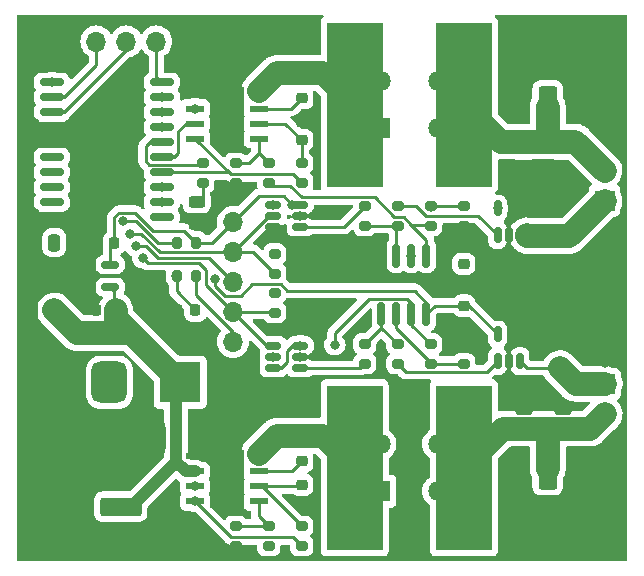
<source format=gbr>
%TF.GenerationSoftware,KiCad,Pcbnew,7.0.8*%
%TF.CreationDate,2023-11-10T01:16:26-06:00*%
%TF.ProjectId,LightingBoard,4c696768-7469-46e6-9742-6f6172642e6b,rev?*%
%TF.SameCoordinates,Original*%
%TF.FileFunction,Copper,L1,Top*%
%TF.FilePolarity,Positive*%
%FSLAX46Y46*%
G04 Gerber Fmt 4.6, Leading zero omitted, Abs format (unit mm)*
G04 Created by KiCad (PCBNEW 7.0.8) date 2023-11-10 01:16:26*
%MOMM*%
%LPD*%
G01*
G04 APERTURE LIST*
G04 Aperture macros list*
%AMRoundRect*
0 Rectangle with rounded corners*
0 $1 Rounding radius*
0 $2 $3 $4 $5 $6 $7 $8 $9 X,Y pos of 4 corners*
0 Add a 4 corners polygon primitive as box body*
4,1,4,$2,$3,$4,$5,$6,$7,$8,$9,$2,$3,0*
0 Add four circle primitives for the rounded corners*
1,1,$1+$1,$2,$3*
1,1,$1+$1,$4,$5*
1,1,$1+$1,$6,$7*
1,1,$1+$1,$8,$9*
0 Add four rect primitives between the rounded corners*
20,1,$1+$1,$2,$3,$4,$5,0*
20,1,$1+$1,$4,$5,$6,$7,0*
20,1,$1+$1,$6,$7,$8,$9,0*
20,1,$1+$1,$8,$9,$2,$3,0*%
G04 Aperture macros list end*
%TA.AperFunction,SMDPad,CuDef*%
%ADD10RoundRect,0.200000X0.275000X-0.200000X0.275000X0.200000X-0.275000X0.200000X-0.275000X-0.200000X0*%
%TD*%
%TA.AperFunction,SMDPad,CuDef*%
%ADD11RoundRect,0.243750X0.456250X-0.243750X0.456250X0.243750X-0.456250X0.243750X-0.456250X-0.243750X0*%
%TD*%
%TA.AperFunction,SMDPad,CuDef*%
%ADD12RoundRect,0.250000X0.250000X0.475000X-0.250000X0.475000X-0.250000X-0.475000X0.250000X-0.475000X0*%
%TD*%
%TA.AperFunction,SMDPad,CuDef*%
%ADD13RoundRect,0.250000X-0.475000X0.250000X-0.475000X-0.250000X0.475000X-0.250000X0.475000X0.250000X0*%
%TD*%
%TA.AperFunction,SMDPad,CuDef*%
%ADD14RoundRect,0.200000X-0.275000X0.200000X-0.275000X-0.200000X0.275000X-0.200000X0.275000X0.200000X0*%
%TD*%
%TA.AperFunction,SMDPad,CuDef*%
%ADD15RoundRect,0.200000X-0.200000X-0.275000X0.200000X-0.275000X0.200000X0.275000X-0.200000X0.275000X0*%
%TD*%
%TA.AperFunction,SMDPad,CuDef*%
%ADD16RoundRect,0.250000X0.475000X-0.250000X0.475000X0.250000X-0.475000X0.250000X-0.475000X-0.250000X0*%
%TD*%
%TA.AperFunction,SMDPad,CuDef*%
%ADD17RoundRect,0.150000X0.150000X-0.512500X0.150000X0.512500X-0.150000X0.512500X-0.150000X-0.512500X0*%
%TD*%
%TA.AperFunction,SMDPad,CuDef*%
%ADD18RoundRect,0.150000X0.587500X0.150000X-0.587500X0.150000X-0.587500X-0.150000X0.587500X-0.150000X0*%
%TD*%
%TA.AperFunction,SMDPad,CuDef*%
%ADD19RoundRect,0.225000X0.225000X0.250000X-0.225000X0.250000X-0.225000X-0.250000X0.225000X-0.250000X0*%
%TD*%
%TA.AperFunction,SMDPad,CuDef*%
%ADD20RoundRect,0.225000X0.250000X-0.225000X0.250000X0.225000X-0.250000X0.225000X-0.250000X-0.225000X0*%
%TD*%
%TA.AperFunction,SMDPad,CuDef*%
%ADD21RoundRect,0.250000X0.625000X-0.312500X0.625000X0.312500X-0.625000X0.312500X-0.625000X-0.312500X0*%
%TD*%
%TA.AperFunction,ComponentPad*%
%ADD22R,3.500000X3.500000*%
%TD*%
%TA.AperFunction,ComponentPad*%
%ADD23RoundRect,0.750000X-0.750000X-1.000000X0.750000X-1.000000X0.750000X1.000000X-0.750000X1.000000X0*%
%TD*%
%TA.AperFunction,ComponentPad*%
%ADD24RoundRect,0.875000X-0.875000X-0.875000X0.875000X-0.875000X0.875000X0.875000X-0.875000X0.875000X0*%
%TD*%
%TA.AperFunction,SMDPad,CuDef*%
%ADD25RoundRect,0.200000X0.200000X0.275000X-0.200000X0.275000X-0.200000X-0.275000X0.200000X-0.275000X0*%
%TD*%
%TA.AperFunction,SMDPad,CuDef*%
%ADD26R,4.749800X13.995400*%
%TD*%
%TA.AperFunction,ComponentPad*%
%ADD27R,1.700000X1.700000*%
%TD*%
%TA.AperFunction,ComponentPad*%
%ADD28O,1.700000X1.700000*%
%TD*%
%TA.AperFunction,SMDPad,CuDef*%
%ADD29RoundRect,0.225000X-0.250000X0.225000X-0.250000X-0.225000X0.250000X-0.225000X0.250000X0.225000X0*%
%TD*%
%TA.AperFunction,SMDPad,CuDef*%
%ADD30RoundRect,0.250000X0.550000X-1.500000X0.550000X1.500000X-0.550000X1.500000X-0.550000X-1.500000X0*%
%TD*%
%TA.AperFunction,SMDPad,CuDef*%
%ADD31RoundRect,0.150000X-0.150000X0.825000X-0.150000X-0.825000X0.150000X-0.825000X0.150000X0.825000X0*%
%TD*%
%TA.AperFunction,SMDPad,CuDef*%
%ADD32RoundRect,0.250000X1.500000X0.550000X-1.500000X0.550000X-1.500000X-0.550000X1.500000X-0.550000X0*%
%TD*%
%TA.AperFunction,SMDPad,CuDef*%
%ADD33RoundRect,0.150000X0.512500X0.150000X-0.512500X0.150000X-0.512500X-0.150000X0.512500X-0.150000X0*%
%TD*%
%TA.AperFunction,SMDPad,CuDef*%
%ADD34R,1.550000X0.600000*%
%TD*%
%TA.AperFunction,ComponentPad*%
%ADD35C,0.600000*%
%TD*%
%TA.AperFunction,SMDPad,CuDef*%
%ADD36R,2.950000X4.900000*%
%TD*%
%TA.AperFunction,ComponentPad*%
%ADD37C,1.800000*%
%TD*%
%TA.AperFunction,ComponentPad*%
%ADD38R,1.800000X1.800000*%
%TD*%
%TA.AperFunction,SMDPad,CuDef*%
%ADD39RoundRect,0.150000X-0.875000X-0.150000X0.875000X-0.150000X0.875000X0.150000X-0.875000X0.150000X0*%
%TD*%
%TA.AperFunction,SMDPad,CuDef*%
%ADD40RoundRect,0.250000X-0.550000X1.500000X-0.550000X-1.500000X0.550000X-1.500000X0.550000X1.500000X0*%
%TD*%
%TA.AperFunction,ViaPad*%
%ADD41C,0.800000*%
%TD*%
%TA.AperFunction,Conductor*%
%ADD42C,0.250000*%
%TD*%
%TA.AperFunction,Conductor*%
%ADD43C,2.000000*%
%TD*%
%TA.AperFunction,Conductor*%
%ADD44C,1.000000*%
%TD*%
G04 APERTURE END LIST*
D10*
%TO.P,R21,1*%
%TO.N,Net-(D1-A)*%
X123444000Y-66040000D03*
%TO.P,R21,2*%
%TO.N,/Status*%
X123444000Y-64390000D03*
%TD*%
D11*
%TO.P,D1,1,K*%
%TO.N,GND*%
X122936000Y-69517500D03*
%TO.P,D1,2,A*%
%TO.N,Net-(D1-A)*%
X122936000Y-67642500D03*
%TD*%
D12*
%TO.P,C1,1*%
%TO.N,VCC*%
X110871000Y-71120000D03*
%TO.P,C1,2*%
%TO.N,GND*%
X108971000Y-71120000D03*
%TD*%
D13*
%TO.P,C9,1*%
%TO.N,/LEDOut1*%
X150622000Y-63124000D03*
%TO.P,C9,2*%
%TO.N,GND*%
X150622000Y-65024000D03*
%TD*%
D14*
%TO.P,R17,1*%
%TO.N,/Sum2*%
X142748000Y-79693000D03*
%TO.P,R17,2*%
%TO.N,Net-(U2B--)*%
X142748000Y-81343000D03*
%TD*%
D15*
%TO.P,R20,1*%
%TO.N,/Reset*%
X121222000Y-73914000D03*
%TO.P,R20,2*%
%TO.N,Net-(J4-Pin_2)*%
X122872000Y-73914000D03*
%TD*%
D16*
%TO.P,C14,1*%
%TO.N,/LEDOut2*%
X153924000Y-87056000D03*
%TO.P,C14,2*%
%TO.N,GND*%
X153924000Y-85156000D03*
%TD*%
D10*
%TO.P,R6,1*%
%TO.N,Net-(U2A-+)*%
X137160000Y-69659000D03*
%TO.P,R6,2*%
%TO.N,/VDAC1*%
X137160000Y-68009000D03*
%TD*%
D17*
%TO.P,U3,1*%
%TO.N,/50\u002AV_sense1*%
X148402000Y-70479500D03*
%TO.P,U3,2,GND*%
%TO.N,GND*%
X149352000Y-70479500D03*
%TO.P,U3,3,+*%
%TO.N,/V_sense1*%
X150302000Y-70479500D03*
%TO.P,U3,4,-*%
%TO.N,GND*%
X150302000Y-68204500D03*
%TO.P,U3,5,V+*%
%TO.N,VCC*%
X148402000Y-68204500D03*
%TD*%
D14*
%TO.P,R15,1*%
%TO.N,Net-(U2B-+)*%
X137160000Y-79693000D03*
%TO.P,R15,2*%
%TO.N,/VDAC2*%
X137160000Y-81343000D03*
%TD*%
D10*
%TO.P,R16,1*%
%TO.N,/PG2*%
X131826000Y-96774000D03*
%TO.P,R16,2*%
%TO.N,/VCC2*%
X131826000Y-95124000D03*
%TD*%
D18*
%TO.P,U1,1,VI*%
%TO.N,VCC*%
X115618500Y-74864000D03*
%TO.P,U1,2,VO*%
%TO.N,+5V*%
X115618500Y-72964000D03*
%TO.P,U1,3,GND*%
%TO.N,GND*%
X113743500Y-73914000D03*
%TD*%
D19*
%TO.P,C4,1*%
%TO.N,VCC*%
X115964000Y-76835000D03*
%TO.P,C4,2*%
%TO.N,GND*%
X114414000Y-76835000D03*
%TD*%
D17*
%TO.P,U6,1*%
%TO.N,/50\u002AV_sense2*%
X148402000Y-81147500D03*
%TO.P,U6,2,GND*%
%TO.N,GND*%
X149352000Y-81147500D03*
%TO.P,U6,3,+*%
%TO.N,/V_sense2*%
X150302000Y-81147500D03*
%TO.P,U6,4,-*%
%TO.N,GND*%
X150302000Y-78872500D03*
%TO.P,U6,5,V+*%
%TO.N,VCC*%
X148402000Y-78872500D03*
%TD*%
D20*
%TO.P,C7,1*%
%TO.N,Net-(U4-BOOT)*%
X131826000Y-58878000D03*
%TO.P,C7,2*%
%TO.N,Net-(U4-SW)*%
X131826000Y-57328000D03*
%TD*%
D21*
%TO.P,R12,1*%
%TO.N,/V_sense2*%
X153670000Y-81726500D03*
%TO.P,R12,2*%
%TO.N,GND*%
X153670000Y-78801500D03*
%TD*%
D14*
%TO.P,R14,1*%
%TO.N,/FB2*%
X129032000Y-95124000D03*
%TO.P,R14,2*%
%TO.N,/Sum2*%
X129032000Y-96774000D03*
%TD*%
D22*
%TO.P,J1,1*%
%TO.N,VCC*%
X121539000Y-82931000D03*
D23*
%TO.P,J1,2*%
%TO.N,unconnected-(J1-Pad2)*%
X115539000Y-82931000D03*
D24*
%TO.P,J1,3*%
%TO.N,GND*%
X118539000Y-87631000D03*
%TD*%
D14*
%TO.P,R5,1*%
%TO.N,/FB1*%
X129032000Y-64390000D03*
%TO.P,R5,2*%
%TO.N,/Sum1*%
X129032000Y-66040000D03*
%TD*%
D25*
%TO.P,R11,1*%
%TO.N,+5V*%
X122872000Y-71120000D03*
%TO.P,R11,2*%
%TO.N,/Reset*%
X121222000Y-71120000D03*
%TD*%
D26*
%TO.P,L2,1,1*%
%TO.N,Net-(U4-SW)*%
X136296400Y-59436000D03*
%TO.P,L2,2,2*%
%TO.N,/LEDOut1*%
X145542000Y-59436000D03*
%TD*%
D13*
%TO.P,C8,1*%
%TO.N,/LEDOut1*%
X153924000Y-63124000D03*
%TO.P,C8,2*%
%TO.N,GND*%
X153924000Y-65024000D03*
%TD*%
D10*
%TO.P,R4,1*%
%TO.N,Net-(U2A-+)*%
X139954000Y-69659000D03*
%TO.P,R4,2*%
%TO.N,/50\u002AV_sense1*%
X139954000Y-68009000D03*
%TD*%
D27*
%TO.P,J4,1,Pin_1*%
%TO.N,GND*%
X125984000Y-82042000D03*
D28*
%TO.P,J4,2,Pin_2*%
%TO.N,Net-(J4-Pin_2)*%
X125984000Y-79502000D03*
%TO.P,J4,3,Pin_3*%
%TO.N,/SDA*%
X125984000Y-76962000D03*
%TO.P,J4,4,Pin_4*%
%TO.N,Net-(J4-Pin_4)*%
X125984000Y-74422000D03*
%TO.P,J4,5,Pin_5*%
%TO.N,/SCL*%
X125984000Y-71882000D03*
%TO.P,J4,6,Pin_6*%
%TO.N,+5V*%
X125984000Y-69342000D03*
%TD*%
D16*
%TO.P,C15,1*%
%TO.N,/LEDOut2*%
X150622000Y-87056000D03*
%TO.P,C15,2*%
%TO.N,GND*%
X150622000Y-85156000D03*
%TD*%
D14*
%TO.P,R1,1*%
%TO.N,+5V*%
X129540000Y-72073000D03*
%TO.P,R1,2*%
%TO.N,/SCL*%
X129540000Y-73723000D03*
%TD*%
D29*
%TO.P,C12,1*%
%TO.N,VCC*%
X145542000Y-76441000D03*
%TO.P,C12,2*%
%TO.N,GND*%
X145542000Y-77991000D03*
%TD*%
D10*
%TO.P,R18,1*%
%TO.N,GND*%
X126238000Y-96774000D03*
%TO.P,R18,2*%
%TO.N,/FB2*%
X126238000Y-95124000D03*
%TD*%
D30*
%TO.P,C10,1*%
%TO.N,/LEDOut1*%
X152654000Y-59596000D03*
%TO.P,C10,2*%
%TO.N,GND*%
X152654000Y-54196000D03*
%TD*%
D27*
%TO.P,J3,1,Pin_1*%
%TO.N,/V_sense2*%
X157480000Y-83058000D03*
D28*
%TO.P,J3,2,Pin_2*%
%TO.N,/LEDOut2*%
X157480000Y-85598000D03*
%TD*%
D31*
%TO.P,U2,1*%
%TO.N,/Sum1*%
X142367000Y-72201000D03*
%TO.P,U2,2,-*%
%TO.N,Net-(U2A--)*%
X141097000Y-72201000D03*
%TO.P,U2,3,+*%
%TO.N,Net-(U2A-+)*%
X139827000Y-72201000D03*
%TO.P,U2,4,V-*%
%TO.N,GND*%
X138557000Y-72201000D03*
%TO.P,U2,5,+*%
%TO.N,Net-(U2B-+)*%
X138557000Y-77151000D03*
%TO.P,U2,6,-*%
%TO.N,Net-(U2B--)*%
X139827000Y-77151000D03*
%TO.P,U2,7*%
%TO.N,/Sum2*%
X141097000Y-77151000D03*
%TO.P,U2,8,V+*%
%TO.N,VCC*%
X142367000Y-77151000D03*
%TD*%
D14*
%TO.P,R2,1*%
%TO.N,+5V*%
X129540000Y-75375000D03*
%TO.P,R2,2*%
%TO.N,/SDA*%
X129540000Y-77025000D03*
%TD*%
%TO.P,R19,1*%
%TO.N,GND*%
X145542000Y-79693000D03*
%TO.P,R19,2*%
%TO.N,Net-(U2B--)*%
X145542000Y-81343000D03*
%TD*%
D10*
%TO.P,R10,1*%
%TO.N,GND*%
X145542000Y-69659000D03*
%TO.P,R10,2*%
%TO.N,Net-(U2A--)*%
X145542000Y-68009000D03*
%TD*%
D29*
%TO.P,C11,1*%
%TO.N,GND*%
X131826000Y-60871000D03*
%TO.P,C11,2*%
%TO.N,/VCC1*%
X131826000Y-62421000D03*
%TD*%
D32*
%TO.P,C3,1*%
%TO.N,VCC*%
X116492000Y-93472000D03*
%TO.P,C3,2*%
%TO.N,GND*%
X111092000Y-93472000D03*
%TD*%
D33*
%TO.P,U5,1,VOUT*%
%TO.N,/VDAC1*%
X131693500Y-69784000D03*
%TO.P,U5,2,VSS*%
%TO.N,GND*%
X131693500Y-68834000D03*
%TO.P,U5,3,VDD*%
%TO.N,+5V*%
X131693500Y-67884000D03*
%TO.P,U5,4,SDA*%
%TO.N,/SDA*%
X129418500Y-67884000D03*
%TO.P,U5,5,SCL*%
%TO.N,/SCL*%
X129418500Y-68834000D03*
%TO.P,U5,6,A0*%
%TO.N,GND*%
X129418500Y-69784000D03*
%TD*%
D12*
%TO.P,C2,2*%
%TO.N,GND*%
X108971000Y-76835000D03*
%TO.P,C2,1*%
%TO.N,VCC*%
X110871000Y-76835000D03*
%TD*%
D10*
%TO.P,R9,1*%
%TO.N,GND*%
X126238000Y-66040000D03*
%TO.P,R9,2*%
%TO.N,/FB1*%
X126238000Y-64390000D03*
%TD*%
D27*
%TO.P,J5,1,Pin_1*%
%TO.N,GND*%
X111897000Y-54077000D03*
D28*
%TO.P,J5,2,Pin_2*%
%TO.N,/UART_RX*%
X114437000Y-54077000D03*
%TO.P,J5,3,Pin_3*%
%TO.N,/UART_TX*%
X116977000Y-54077000D03*
%TO.P,J5,4,Pin_4*%
%TO.N,+5V*%
X119517000Y-54077000D03*
%TD*%
D19*
%TO.P,C5,1*%
%TO.N,+5V*%
X115964000Y-71120000D03*
%TO.P,C5,2*%
%TO.N,GND*%
X114414000Y-71120000D03*
%TD*%
D26*
%TO.P,L4,1,1*%
%TO.N,Net-(U7-SW)*%
X136296400Y-90170000D03*
%TO.P,L4,2,2*%
%TO.N,/LEDOut2*%
X145542000Y-90170000D03*
%TD*%
D34*
%TO.P,U4,1,PGND*%
%TO.N,GND*%
X122776000Y-58484000D03*
%TO.P,U4,2,VIN*%
%TO.N,VCC*%
X122776000Y-59754000D03*
%TO.P,U4,3,EN*%
%TO.N,/Enable1*%
X122776000Y-61024000D03*
%TO.P,U4,4,PG*%
%TO.N,/PG1*%
X122776000Y-62294000D03*
%TO.P,U4,5,FB*%
%TO.N,/FB1*%
X128176000Y-62294000D03*
%TO.P,U4,6,VCC*%
%TO.N,/VCC1*%
X128176000Y-61024000D03*
%TO.P,U4,7,BOOT*%
%TO.N,Net-(U4-BOOT)*%
X128176000Y-59754000D03*
%TO.P,U4,8,SW*%
%TO.N,Net-(U4-SW)*%
X128176000Y-58484000D03*
D35*
%TO.P,U4,9,AGND*%
%TO.N,GND*%
X124826000Y-58439000D03*
X124826000Y-59739000D03*
X124826000Y-61039000D03*
X124826000Y-62339000D03*
D36*
X125476000Y-60389000D03*
D35*
X126126000Y-58439000D03*
X126126000Y-59739000D03*
X126126000Y-61039000D03*
X126126000Y-62339000D03*
%TD*%
D20*
%TO.P,C6,1*%
%TO.N,VCC*%
X145542000Y-72911000D03*
%TO.P,C6,2*%
%TO.N,GND*%
X145542000Y-71361000D03*
%TD*%
D19*
%TO.P,C18,1*%
%TO.N,/Reset*%
X122822000Y-76835000D03*
%TO.P,C18,2*%
%TO.N,GND*%
X121272000Y-76835000D03*
%TD*%
D33*
%TO.P,U8,1,VOUT*%
%TO.N,/VDAC2*%
X131693500Y-81722000D03*
%TO.P,U8,2,VSS*%
%TO.N,GND*%
X131693500Y-80772000D03*
%TO.P,U8,3,VDD*%
%TO.N,+5V*%
X131693500Y-79822000D03*
%TO.P,U8,4,SDA*%
%TO.N,/SDA*%
X129418500Y-79822000D03*
%TO.P,U8,5,SCL*%
%TO.N,/SCL*%
X129418500Y-80772000D03*
%TO.P,U8,6,A0*%
%TO.N,+5V*%
X129418500Y-81722000D03*
%TD*%
D27*
%TO.P,J2,1,Pin_1*%
%TO.N,/V_sense1*%
X157455000Y-67544000D03*
D28*
%TO.P,J2,2,Pin_2*%
%TO.N,/LEDOut1*%
X157455000Y-65004000D03*
%TD*%
D10*
%TO.P,R7,1*%
%TO.N,/Sum1*%
X142748000Y-69659000D03*
%TO.P,R7,2*%
%TO.N,Net-(U2A--)*%
X142748000Y-68009000D03*
%TD*%
D34*
%TO.P,U7,1,PGND*%
%TO.N,GND*%
X122776000Y-89205000D03*
%TO.P,U7,2,VIN*%
%TO.N,VCC*%
X122776000Y-90475000D03*
%TO.P,U7,3,EN*%
%TO.N,/Enable2*%
X122776000Y-91745000D03*
%TO.P,U7,4,PG*%
%TO.N,/PG2*%
X122776000Y-93015000D03*
%TO.P,U7,5,FB*%
%TO.N,/FB2*%
X128176000Y-93015000D03*
%TO.P,U7,6,VCC*%
%TO.N,/VCC2*%
X128176000Y-91745000D03*
%TO.P,U7,7,BOOT*%
%TO.N,Net-(U7-BOOT)*%
X128176000Y-90475000D03*
%TO.P,U7,8,SW*%
%TO.N,Net-(U7-SW)*%
X128176000Y-89205000D03*
D35*
%TO.P,U7,9,AGND*%
%TO.N,GND*%
X124826000Y-89160000D03*
X124826000Y-90460000D03*
X124826000Y-91760000D03*
X124826000Y-93060000D03*
D36*
X125476000Y-91110000D03*
D35*
X126126000Y-89160000D03*
X126126000Y-90460000D03*
X126126000Y-91760000D03*
X126126000Y-93060000D03*
%TD*%
D21*
%TO.P,R3,1*%
%TO.N,/V_sense1*%
X153670000Y-70550500D03*
%TO.P,R3,2*%
%TO.N,GND*%
X153670000Y-67625500D03*
%TD*%
D37*
%TO.P,L1,1,1*%
%TO.N,Net-(U4-SW)*%
X138436300Y-57432100D03*
D38*
X138436300Y-61432100D03*
D37*
%TO.P,L1,2,2*%
%TO.N,/LEDOut1*%
X143436300Y-57432100D03*
X143436300Y-61432100D03*
%TD*%
D39*
%TO.P,U9,1,PA2/~{RESET}*%
%TO.N,/Reset*%
X110666000Y-57531000D03*
%TO.P,U9,2,PD0*%
%TO.N,/UART_RX*%
X110666000Y-58801000D03*
%TO.P,U9,3,PD1*%
%TO.N,/UART_TX*%
X110666000Y-60071000D03*
%TO.P,U9,4,PA1/XTAL2*%
%TO.N,GND*%
X110666000Y-61341000D03*
%TO.P,U9,5,PA0/XTAL1*%
X110666000Y-62611000D03*
%TO.P,U9,6,PD2*%
%TO.N,unconnected-(U9-PD2-Pad6)*%
X110666000Y-63881000D03*
%TO.P,U9,7,PD3*%
%TO.N,unconnected-(U9-PD3-Pad7)*%
X110666000Y-65151000D03*
%TO.P,U9,8,PD4*%
%TO.N,unconnected-(U9-PD4-Pad8)*%
X110666000Y-66421000D03*
%TO.P,U9,9,PD5*%
%TO.N,unconnected-(U9-PD5-Pad9)*%
X110666000Y-67691000D03*
%TO.P,U9,10,GND*%
%TO.N,GND*%
X110666000Y-68961000D03*
%TO.P,U9,11,PD6*%
%TO.N,unconnected-(U9-PD6-Pad11)*%
X119966000Y-68961000D03*
%TO.P,U9,12,PB0*%
%TO.N,/PG2*%
X119966000Y-67691000D03*
%TO.P,U9,13,PB1*%
%TO.N,/Enable2*%
X119966000Y-66421000D03*
%TO.P,U9,14,PB2*%
%TO.N,/PG1*%
X119966000Y-65151000D03*
%TO.P,U9,15,PB3*%
%TO.N,/Enable1*%
X119966000Y-63881000D03*
%TO.P,U9,16,PB4*%
%TO.N,/Status*%
X119966000Y-62611000D03*
%TO.P,U9,17,PB5*%
%TO.N,/SDA*%
X119966000Y-61341000D03*
%TO.P,U9,18,PB6*%
%TO.N,Net-(J4-Pin_4)*%
X119966000Y-60071000D03*
%TO.P,U9,19,PB7*%
%TO.N,/SCL*%
X119966000Y-58801000D03*
%TO.P,U9,20,VCC*%
%TO.N,+5V*%
X119966000Y-57531000D03*
%TD*%
D10*
%TO.P,R8,1*%
%TO.N,/PG1*%
X131826000Y-66040000D03*
%TO.P,R8,2*%
%TO.N,/VCC1*%
X131826000Y-64390000D03*
%TD*%
D20*
%TO.P,C13,1*%
%TO.N,Net-(U7-BOOT)*%
X131826000Y-89612000D03*
%TO.P,C13,2*%
%TO.N,Net-(U7-SW)*%
X131826000Y-88062000D03*
%TD*%
D37*
%TO.P,L3,1,1*%
%TO.N,Net-(U7-SW)*%
X138430000Y-88138000D03*
D38*
X138430000Y-92138000D03*
D37*
%TO.P,L3,2,2*%
%TO.N,/LEDOut2*%
X143430000Y-88138000D03*
X143430000Y-92138000D03*
%TD*%
D20*
%TO.P,C17,1*%
%TO.N,GND*%
X131826000Y-93168000D03*
%TO.P,C17,2*%
%TO.N,/VCC2*%
X131826000Y-91618000D03*
%TD*%
D14*
%TO.P,R13,1*%
%TO.N,Net-(U2B-+)*%
X139954000Y-79693000D03*
%TO.P,R13,2*%
%TO.N,/50\u002AV_sense2*%
X139954000Y-81343000D03*
%TD*%
D40*
%TO.P,C16,1*%
%TO.N,/LEDOut2*%
X152654000Y-90264000D03*
%TO.P,C16,2*%
%TO.N,GND*%
X152654000Y-95664000D03*
%TD*%
D41*
%TO.N,VCC*%
X145542000Y-76454000D03*
X148402000Y-68204500D03*
X110871000Y-76835000D03*
X110871000Y-71120000D03*
X145542000Y-72898000D03*
X124460000Y-74168000D03*
X122776000Y-59754000D03*
%TO.N,GND*%
X126238000Y-66040000D03*
X109220000Y-81280000D03*
X153924000Y-85090000D03*
X157480000Y-53340000D03*
X149860000Y-53340000D03*
X109220000Y-96520000D03*
X131693500Y-80821503D03*
X157480000Y-96520000D03*
X142240000Y-96520000D03*
X131826000Y-60871000D03*
X157480000Y-88900000D03*
X131826000Y-93168000D03*
X145542000Y-79693000D03*
X149860000Y-88900000D03*
X116840000Y-96520000D03*
X109220000Y-60960000D03*
X109220000Y-88900000D03*
X157480000Y-81280000D03*
X131693500Y-68834000D03*
X149860000Y-96520000D03*
X150622000Y-65024000D03*
X157480000Y-60960000D03*
X132080000Y-53340000D03*
X150622000Y-85090000D03*
X153670000Y-67564000D03*
X153924000Y-65024000D03*
X145542000Y-77991000D03*
X157480000Y-73660000D03*
X109220000Y-68580000D03*
X124460000Y-53340000D03*
X149860000Y-73660000D03*
X153670000Y-78740000D03*
%TO.N,+5V*%
X129540000Y-75375000D03*
X131031000Y-67884000D03*
X129540000Y-72073000D03*
X131693500Y-79822000D03*
%TO.N,/Reset*%
X121208800Y-73914000D03*
X110666000Y-57531000D03*
X121208800Y-71120000D03*
X116717299Y-69304500D03*
%TO.N,/SCL*%
X119966000Y-58801000D03*
X129540000Y-73723000D03*
X129418500Y-80772000D03*
X117305500Y-70358000D03*
%TO.N,/SDA*%
X129418500Y-67884000D03*
X118364000Y-72390000D03*
X119966000Y-61341000D03*
%TO.N,Net-(U2A--)*%
X141097000Y-72201000D03*
X142748000Y-68072000D03*
%TO.N,/Sum2*%
X129032000Y-96774000D03*
X134620000Y-79756000D03*
%TO.N,/PG2*%
X122776000Y-93015000D03*
X119966000Y-67691000D03*
%TO.N,/Enable2*%
X122776000Y-91745000D03*
X119966000Y-66421000D03*
%TO.N,Net-(J4-Pin_4)*%
X117755500Y-71374000D03*
X119966000Y-60071000D03*
%TD*%
D42*
%TO.N,/SDA*%
X118794000Y-72820000D02*
X123112000Y-72820000D01*
X123112000Y-72820000D02*
X123698000Y-73406000D01*
X118364000Y-72390000D02*
X118794000Y-72820000D01*
X123698000Y-73406000D02*
X123698000Y-74676000D01*
X123698000Y-74676000D02*
X125984000Y-76962000D01*
%TO.N,/SCL*%
X117305500Y-70358000D02*
X118238396Y-70358000D01*
X118238396Y-70358000D02*
X119800396Y-71920000D01*
X119800396Y-71920000D02*
X125946000Y-71920000D01*
X125946000Y-71920000D02*
X125984000Y-71882000D01*
%TO.N,Net-(J4-Pin_4)*%
X123932000Y-72370000D02*
X125984000Y-74422000D01*
X117755500Y-71374000D02*
X118618000Y-71374000D01*
X118618000Y-71374000D02*
X119614000Y-72370000D01*
X119614000Y-72370000D02*
X123932000Y-72370000D01*
%TO.N,/Reset*%
X116717299Y-69304500D02*
X117821292Y-69304500D01*
X117821292Y-69304500D02*
X119636792Y-71120000D01*
X119636792Y-71120000D02*
X121222000Y-71120000D01*
%TO.N,/Status*%
X119966000Y-62611000D02*
X118941000Y-62611000D01*
X118941000Y-62611000D02*
X118616000Y-62936000D01*
X118616000Y-62936000D02*
X118616000Y-64227752D01*
X118616000Y-64227752D02*
X118894248Y-64506000D01*
X118894248Y-64506000D02*
X123328000Y-64506000D01*
X123328000Y-64506000D02*
X123444000Y-64390000D01*
%TO.N,/Enable1*%
X119966000Y-63881000D02*
X120991000Y-63881000D01*
X120991000Y-63881000D02*
X121361200Y-63510800D01*
X121361200Y-61663800D02*
X122001000Y-61024000D01*
X121361200Y-63510800D02*
X121361200Y-61663800D01*
X122001000Y-61024000D02*
X122776000Y-61024000D01*
%TO.N,Net-(D1-A)*%
X123444000Y-66040000D02*
X123444000Y-67134500D01*
X123444000Y-67134500D02*
X122936000Y-67642500D01*
%TO.N,/PG1*%
X119966000Y-65151000D02*
X125633000Y-65151000D01*
X125633000Y-65151000D02*
X125797000Y-65315000D01*
X122776000Y-62294000D02*
X125797000Y-65315000D01*
X125797000Y-65315000D02*
X131101000Y-65315000D01*
X131101000Y-65315000D02*
X131826000Y-66040000D01*
D43*
%TO.N,VCC*%
X112796000Y-78760000D02*
X110871000Y-76835000D01*
D44*
X117337950Y-93472000D02*
X121158000Y-89651950D01*
D43*
X117368000Y-78760000D02*
X112796000Y-78760000D01*
D42*
X127615366Y-74650000D02*
X126637564Y-75627802D01*
D43*
X116064000Y-77456000D02*
X116064000Y-76835000D01*
D42*
X124460000Y-74801604D02*
X124460000Y-74168000D01*
X145542000Y-72911000D02*
X145542000Y-72898000D01*
X145970500Y-76441000D02*
X148402000Y-78872500D01*
D44*
X121981050Y-90475000D02*
X121158000Y-89651950D01*
D42*
X130032462Y-74650000D02*
X127615366Y-74650000D01*
D43*
X121539000Y-82931000D02*
X116064000Y-77456000D01*
D42*
X142367000Y-77151000D02*
X142367000Y-76176000D01*
D44*
X116492000Y-93472000D02*
X117337950Y-93472000D01*
X121158000Y-89651950D02*
X121158000Y-83312000D01*
D43*
X121539000Y-82931000D02*
X117368000Y-78760000D01*
D44*
X122776000Y-90475000D02*
X121981050Y-90475000D01*
D42*
X143077000Y-76441000D02*
X145542000Y-76454000D01*
X130566462Y-75184000D02*
X130032462Y-74650000D01*
D44*
X121158000Y-83312000D02*
X121539000Y-82931000D01*
D42*
X145542000Y-76454000D02*
X145542000Y-76441000D01*
X115964000Y-75209500D02*
X115618500Y-74864000D01*
X142367000Y-77151000D02*
X143077000Y-76441000D01*
X126637564Y-75627802D02*
X125286198Y-75627802D01*
X125286198Y-75627802D02*
X124460000Y-74801604D01*
X145542000Y-76441000D02*
X145970500Y-76441000D01*
X115964000Y-76835000D02*
X115964000Y-75209500D01*
X142367000Y-76176000D02*
X141375000Y-75184000D01*
X141375000Y-75184000D02*
X130566462Y-75184000D01*
%TO.N,+5V*%
X119257188Y-70104000D02*
X121856000Y-70104000D01*
X119517000Y-54077000D02*
X119517000Y-57082000D01*
X130556000Y-81247000D02*
X130556000Y-80297000D01*
X115964000Y-71120000D02*
X115964000Y-68948000D01*
X128167000Y-67159000D02*
X130306000Y-67159000D01*
X121856000Y-70104000D02*
X122872000Y-71120000D01*
X115964000Y-68948000D02*
X116332000Y-68580000D01*
X122872000Y-71120000D02*
X124206000Y-71120000D01*
X119517000Y-57082000D02*
X119966000Y-57531000D01*
X131031000Y-79822000D02*
X131693500Y-79822000D01*
X130081000Y-81722000D02*
X130556000Y-81247000D01*
X131693500Y-67884000D02*
X131031000Y-67884000D01*
X115618500Y-72964000D02*
X115618500Y-71465500D01*
X124206000Y-71120000D02*
X125984000Y-69342000D01*
X130306000Y-67159000D02*
X131031000Y-67884000D01*
X129418500Y-81722000D02*
X130081000Y-81722000D01*
X116332000Y-68580000D02*
X117733188Y-68580000D01*
X117733188Y-68580000D02*
X119257188Y-70104000D01*
X125984000Y-69342000D02*
X128167000Y-67159000D01*
X115618500Y-71465500D02*
X115964000Y-71120000D01*
X130556000Y-80297000D02*
X131031000Y-79822000D01*
%TO.N,Net-(U4-BOOT)*%
X128176000Y-59754000D02*
X130950000Y-59754000D01*
X130950000Y-59754000D02*
X131826000Y-58878000D01*
D43*
%TO.N,Net-(U4-SW)*%
X129691000Y-56739000D02*
X128176000Y-58254000D01*
X133599400Y-56739000D02*
X129691000Y-56739000D01*
X136296400Y-59436000D02*
X133599400Y-56739000D01*
D42*
%TO.N,/VCC1*%
X131826000Y-62421000D02*
X131826000Y-64390000D01*
X130429000Y-61024000D02*
X131826000Y-62421000D01*
X128176000Y-61024000D02*
X130429000Y-61024000D01*
%TO.N,Net-(U7-BOOT)*%
X128176000Y-90475000D02*
X130963000Y-90475000D01*
X130963000Y-90475000D02*
X131826000Y-89612000D01*
D43*
%TO.N,Net-(U7-SW)*%
X133586400Y-87460000D02*
X129691000Y-87460000D01*
X136296400Y-90170000D02*
X133586400Y-87460000D01*
X129691000Y-87460000D02*
X128176000Y-88975000D01*
D42*
%TO.N,/VCC2*%
X128176000Y-91745000D02*
X131699000Y-91745000D01*
X131699000Y-91745000D02*
X131826000Y-91618000D01*
X128176000Y-91745000D02*
X128447000Y-91745000D01*
X128447000Y-91745000D02*
X131826000Y-95124000D01*
%TO.N,/Reset*%
X122822000Y-76835000D02*
X121222000Y-75235000D01*
X121222000Y-75235000D02*
X121222000Y-73914000D01*
%TO.N,/SCL*%
X119966000Y-58801000D02*
X119539248Y-58801000D01*
X129540000Y-73723000D02*
X129540000Y-73723000D01*
X129032000Y-68834000D02*
X125984000Y-71882000D01*
X127699000Y-71882000D02*
X125984000Y-71882000D01*
X129540000Y-73723000D02*
X127699000Y-71882000D01*
X129418500Y-68834000D02*
X129032000Y-68834000D01*
%TO.N,/SDA*%
X129477000Y-76962000D02*
X129540000Y-77025000D01*
X125984000Y-76962000D02*
X129477000Y-76962000D01*
X125984000Y-76962000D02*
X128844000Y-79822000D01*
X128844000Y-79822000D02*
X129418500Y-79822000D01*
%TO.N,/UART_RX*%
X114437000Y-56055000D02*
X114437000Y-54077000D01*
X110666000Y-58801000D02*
X111691000Y-58801000D01*
X111691000Y-58801000D02*
X114437000Y-56055000D01*
%TO.N,/UART_TX*%
X111691000Y-60071000D02*
X116977000Y-54785000D01*
X110666000Y-60071000D02*
X111691000Y-60071000D01*
X116977000Y-54785000D02*
X116977000Y-54077000D01*
%TO.N,Net-(U2A-+)*%
X139827000Y-69786000D02*
X139954000Y-69659000D01*
X137160000Y-69659000D02*
X139954000Y-69659000D01*
X139827000Y-72201000D02*
X139827000Y-69786000D01*
%TO.N,/50\u002AV_sense1*%
X141530538Y-68009000D02*
X142355538Y-68834000D01*
X139954000Y-68009000D02*
X141530538Y-68009000D01*
X146756500Y-68834000D02*
X148402000Y-70479500D01*
X142355538Y-68834000D02*
X146756500Y-68834000D01*
%TO.N,/FB1*%
X128176000Y-63534000D02*
X129032000Y-64390000D01*
X126238000Y-64390000D02*
X127320000Y-64390000D01*
X128176000Y-62294000D02*
X128176000Y-63534000D01*
X127320000Y-64390000D02*
X128176000Y-63534000D01*
%TO.N,/Sum1*%
X142685000Y-69596000D02*
X142748000Y-69659000D01*
X129286000Y-66294000D02*
X130862538Y-66294000D01*
X129032000Y-66040000D02*
X129286000Y-66294000D01*
X137986538Y-67259000D02*
X139661538Y-68934000D01*
X141108462Y-69596000D02*
X142367000Y-70854538D01*
X139661538Y-68934000D02*
X140446462Y-68934000D01*
X140446462Y-68934000D02*
X141108462Y-69596000D01*
X130862538Y-66294000D02*
X131827538Y-67259000D01*
X142367000Y-70854538D02*
X142367000Y-72201000D01*
X131827538Y-67259000D02*
X137986538Y-67259000D01*
X141108462Y-69596000D02*
X142685000Y-69596000D01*
%TO.N,/VDAC1*%
X131693500Y-69784000D02*
X135385000Y-69784000D01*
X135385000Y-69784000D02*
X137160000Y-68009000D01*
%TO.N,Net-(U2A--)*%
X142811000Y-68009000D02*
X145542000Y-68009000D01*
X142748000Y-68072000D02*
X142811000Y-68009000D01*
X142748000Y-68009000D02*
X142748000Y-68072000D01*
%TO.N,Net-(U2B-+)*%
X137160000Y-79693000D02*
X138557000Y-78296000D01*
X138557000Y-77151000D02*
X138557000Y-78296000D01*
X138557000Y-78296000D02*
X139954000Y-79693000D01*
%TO.N,/50\u002AV_sense2*%
X140679000Y-82068000D02*
X147481500Y-82068000D01*
X139954000Y-81343000D02*
X140679000Y-82068000D01*
X147481500Y-82068000D02*
X148402000Y-81147500D01*
%TO.N,/FB2*%
X128176000Y-94268000D02*
X129032000Y-95124000D01*
X126238000Y-95124000D02*
X129032000Y-95124000D01*
X128176000Y-93015000D02*
X128176000Y-94268000D01*
%TO.N,/Sum2*%
X137509000Y-75851000D02*
X134620000Y-78740000D01*
X141097000Y-77151000D02*
X141097000Y-76176000D01*
X140772000Y-75851000D02*
X137509000Y-75851000D01*
X141097000Y-76176000D02*
X140772000Y-75851000D01*
X141097000Y-78042000D02*
X142748000Y-79693000D01*
X141097000Y-77151000D02*
X141097000Y-78042000D01*
X134620000Y-78740000D02*
X134620000Y-79756000D01*
%TO.N,/VDAC2*%
X136781000Y-81722000D02*
X137160000Y-81343000D01*
X131693500Y-81722000D02*
X136781000Y-81722000D01*
%TO.N,/PG2*%
X122776000Y-93015000D02*
X125810000Y-96049000D01*
X125810000Y-96049000D02*
X131101000Y-96049000D01*
X131101000Y-96049000D02*
X131826000Y-96774000D01*
%TO.N,Net-(U2B--)*%
X139827000Y-78348538D02*
X142748000Y-81269538D01*
X142748000Y-81269538D02*
X142748000Y-81343000D01*
X139827000Y-77151000D02*
X139827000Y-78348538D01*
X142748000Y-81343000D02*
X145542000Y-81343000D01*
D43*
%TO.N,/LEDOut1*%
X154997000Y-62546000D02*
X157455000Y-65004000D01*
X152654000Y-59596000D02*
X152654000Y-62546000D01*
X145542000Y-59436000D02*
X148652000Y-62546000D01*
X148652000Y-62546000D02*
X152654000Y-62546000D01*
X152654000Y-62546000D02*
X154997000Y-62546000D01*
%TO.N,/LEDOut2*%
X152654000Y-86856000D02*
X156222000Y-86856000D01*
X145542000Y-90170000D02*
X148856000Y-86856000D01*
X148856000Y-86856000D02*
X152654000Y-86856000D01*
X152654000Y-90264000D02*
X152654000Y-86856000D01*
X156222000Y-86856000D02*
X157480000Y-85598000D01*
%TO.N,/V_sense1*%
X150923000Y-70550500D02*
X150852000Y-70479500D01*
X154448500Y-70550500D02*
X153670000Y-70550500D01*
X153670000Y-70550500D02*
X150923000Y-70550500D01*
X157455000Y-67544000D02*
X154448500Y-70550500D01*
%TO.N,/V_sense2*%
X155001500Y-83058000D02*
X153670000Y-81726500D01*
D42*
X150302000Y-81147500D02*
X150881000Y-81726500D01*
D43*
X157480000Y-83058000D02*
X155001500Y-83058000D01*
D42*
X150881000Y-81726500D02*
X153670000Y-81726500D01*
%TO.N,Net-(J4-Pin_2)*%
X125984000Y-79502000D02*
X125984000Y-78656656D01*
X125984000Y-78656656D02*
X122872000Y-75544656D01*
X122872000Y-75544656D02*
X122872000Y-73914000D01*
%TD*%
%TA.AperFunction,Conductor*%
%TO.N,GND*%
G36*
X133611434Y-51836185D02*
G01*
X133657189Y-51888989D01*
X133667133Y-51958147D01*
X133638108Y-52021703D01*
X133618706Y-52039766D01*
X133563955Y-52080752D01*
X133563952Y-52080755D01*
X133477706Y-52195964D01*
X133477702Y-52195971D01*
X133427408Y-52330817D01*
X133421001Y-52390416D01*
X133421001Y-52390423D01*
X133421000Y-52390435D01*
X133421000Y-55114500D01*
X133401315Y-55181539D01*
X133348511Y-55227294D01*
X133297000Y-55238500D01*
X129788019Y-55238500D01*
X129780347Y-55238024D01*
X129753221Y-55234643D01*
X129753219Y-55234643D01*
X129659965Y-55238500D01*
X129628933Y-55238500D01*
X129598009Y-55241062D01*
X129504765Y-55244918D01*
X129504751Y-55244920D01*
X129478017Y-55250526D01*
X129470409Y-55251635D01*
X129443185Y-55253890D01*
X129443175Y-55253892D01*
X129370815Y-55272216D01*
X129352725Y-55276797D01*
X129338755Y-55279726D01*
X129261390Y-55295948D01*
X129261375Y-55295953D01*
X129235920Y-55305886D01*
X129228599Y-55308231D01*
X129202119Y-55314937D01*
X129202113Y-55314939D01*
X129116667Y-55352419D01*
X129029723Y-55386345D01*
X129006247Y-55400333D01*
X128999413Y-55403851D01*
X128974388Y-55414829D01*
X128974385Y-55414830D01*
X128896275Y-55465862D01*
X128816101Y-55513637D01*
X128795250Y-55531297D01*
X128789087Y-55535892D01*
X128766215Y-55550835D01*
X128766212Y-55550838D01*
X128697554Y-55614042D01*
X128673871Y-55634101D01*
X128651934Y-55656038D01*
X128583261Y-55719257D01*
X128583256Y-55719262D01*
X128566472Y-55740826D01*
X128561383Y-55746589D01*
X127071100Y-57236871D01*
X126950633Y-57379107D01*
X126823342Y-57592729D01*
X126732953Y-57824376D01*
X126732951Y-57824383D01*
X126681918Y-58067765D01*
X126673314Y-58275819D01*
X126671643Y-58316221D01*
X126690315Y-58466018D01*
X126702401Y-58562981D01*
X126773356Y-58801315D01*
X126882562Y-59024700D01*
X126882568Y-59024711D01*
X126882571Y-59024716D01*
X126933789Y-59096452D01*
X126939101Y-59103891D01*
X126962036Y-59169889D01*
X126954366Y-59219277D01*
X126906909Y-59346517D01*
X126900500Y-59406127D01*
X126900500Y-59406134D01*
X126900500Y-59406135D01*
X126900500Y-60101870D01*
X126900501Y-60101876D01*
X126906908Y-60161483D01*
X126957202Y-60296328D01*
X126957205Y-60296334D01*
X126970947Y-60314691D01*
X126995363Y-60380156D01*
X126980510Y-60448429D01*
X126970947Y-60463309D01*
X126957205Y-60481665D01*
X126957202Y-60481671D01*
X126922478Y-60574773D01*
X126906909Y-60616517D01*
X126900500Y-60676127D01*
X126900500Y-60676134D01*
X126900500Y-60676135D01*
X126900500Y-61371870D01*
X126900501Y-61371876D01*
X126906908Y-61431483D01*
X126957202Y-61566328D01*
X126957205Y-61566334D01*
X126970947Y-61584691D01*
X126995363Y-61650156D01*
X126980510Y-61718429D01*
X126970947Y-61733309D01*
X126957205Y-61751665D01*
X126957202Y-61751671D01*
X126932899Y-61816833D01*
X126906909Y-61886517D01*
X126900500Y-61946127D01*
X126900500Y-61946134D01*
X126900500Y-61946135D01*
X126900500Y-62641870D01*
X126900501Y-62641876D01*
X126906908Y-62701483D01*
X126957202Y-62836328D01*
X126957206Y-62836335D01*
X127043452Y-62951544D01*
X127043455Y-62951547D01*
X127158664Y-63037793D01*
X127158671Y-63037797D01*
X127203618Y-63054561D01*
X127293517Y-63088091D01*
X127353127Y-63094500D01*
X127426500Y-63094499D01*
X127493538Y-63114183D01*
X127539294Y-63166986D01*
X127550500Y-63218499D01*
X127550500Y-63223546D01*
X127530815Y-63290585D01*
X127514181Y-63311227D01*
X127157213Y-63668194D01*
X127095890Y-63701679D01*
X127026198Y-63696695D01*
X126981850Y-63668193D01*
X126948188Y-63634531D01*
X126948188Y-63634530D01*
X126874227Y-63589819D01*
X126802606Y-63546522D01*
X126640196Y-63495914D01*
X126640194Y-63495913D01*
X126640192Y-63495913D01*
X126590778Y-63491423D01*
X126569616Y-63489500D01*
X125906384Y-63489500D01*
X125887145Y-63491248D01*
X125835807Y-63495913D01*
X125673393Y-63546522D01*
X125527811Y-63634530D01*
X125407530Y-63754811D01*
X125381608Y-63797691D01*
X125330079Y-63844878D01*
X125261219Y-63856715D01*
X125196891Y-63829445D01*
X125187811Y-63821220D01*
X124087818Y-62721227D01*
X124054333Y-62659904D01*
X124051499Y-62633555D01*
X124051499Y-61946128D01*
X124045773Y-61892862D01*
X124045091Y-61886516D01*
X123994797Y-61751670D01*
X123994796Y-61751669D01*
X123991406Y-61747141D01*
X123981053Y-61733311D01*
X123956635Y-61667850D01*
X123971485Y-61599576D01*
X123981050Y-61584691D01*
X123994796Y-61566331D01*
X123998391Y-61556694D01*
X124009743Y-61526256D01*
X124045091Y-61431483D01*
X124051500Y-61371873D01*
X124051499Y-60676128D01*
X124045091Y-60616517D01*
X124029522Y-60574773D01*
X123994797Y-60481670D01*
X123994796Y-60481669D01*
X123994540Y-60481327D01*
X123981053Y-60463311D01*
X123956635Y-60397850D01*
X123971485Y-60329576D01*
X123981050Y-60314691D01*
X123994796Y-60296331D01*
X123997244Y-60289769D01*
X124016547Y-60238013D01*
X124045091Y-60161483D01*
X124051500Y-60101873D01*
X124051499Y-59406128D01*
X124045773Y-59352862D01*
X124045091Y-59346516D01*
X123994797Y-59211671D01*
X123994793Y-59211664D01*
X123908547Y-59096455D01*
X123908544Y-59096452D01*
X123793335Y-59010206D01*
X123793328Y-59010202D01*
X123658482Y-58959908D01*
X123658483Y-58959908D01*
X123598883Y-58953501D01*
X123598881Y-58953500D01*
X123598873Y-58953500D01*
X123598865Y-58953500D01*
X123218367Y-58953500D01*
X123167931Y-58942779D01*
X123055807Y-58892857D01*
X123055802Y-58892855D01*
X122910001Y-58861865D01*
X122870646Y-58853500D01*
X122681354Y-58853500D01*
X122641999Y-58861865D01*
X122496198Y-58892855D01*
X122496197Y-58892855D01*
X122384065Y-58942780D01*
X122333630Y-58953500D01*
X121953130Y-58953500D01*
X121953123Y-58953501D01*
X121893516Y-58959908D01*
X121758671Y-59010202D01*
X121758668Y-59010204D01*
X121689811Y-59061751D01*
X121624347Y-59086168D01*
X121556074Y-59071316D01*
X121506668Y-59021911D01*
X121491500Y-58962484D01*
X121491500Y-58585304D01*
X121488598Y-58548432D01*
X121488597Y-58548426D01*
X121442745Y-58390606D01*
X121442744Y-58390603D01*
X121442744Y-58390602D01*
X121359081Y-58249135D01*
X121359078Y-58249132D01*
X121354298Y-58242969D01*
X121356750Y-58241066D01*
X121330155Y-58192421D01*
X121335104Y-58122726D01*
X121355940Y-58090304D01*
X121354298Y-58089031D01*
X121359075Y-58082870D01*
X121359081Y-58082865D01*
X121442744Y-57941398D01*
X121488598Y-57783569D01*
X121491500Y-57746694D01*
X121491500Y-57315306D01*
X121488598Y-57278431D01*
X121486855Y-57272432D01*
X121442745Y-57120606D01*
X121442744Y-57120603D01*
X121442744Y-57120602D01*
X121359081Y-56979135D01*
X121359079Y-56979133D01*
X121359076Y-56979129D01*
X121242870Y-56862923D01*
X121242862Y-56862917D01*
X121101396Y-56779255D01*
X121101393Y-56779254D01*
X120943573Y-56733402D01*
X120943567Y-56733401D01*
X120906696Y-56730500D01*
X120906694Y-56730500D01*
X120266500Y-56730500D01*
X120199461Y-56710815D01*
X120153706Y-56658011D01*
X120142500Y-56606500D01*
X120142500Y-55352226D01*
X120162185Y-55285187D01*
X120195374Y-55250654D01*
X120388401Y-55115495D01*
X120555495Y-54948401D01*
X120691035Y-54754830D01*
X120790903Y-54540663D01*
X120852063Y-54312408D01*
X120872659Y-54077000D01*
X120852063Y-53841592D01*
X120790903Y-53613337D01*
X120691035Y-53399171D01*
X120685425Y-53391158D01*
X120555494Y-53205597D01*
X120388402Y-53038506D01*
X120388395Y-53038501D01*
X120194834Y-52902967D01*
X120194830Y-52902965D01*
X120194828Y-52902964D01*
X119980663Y-52803097D01*
X119980659Y-52803096D01*
X119980655Y-52803094D01*
X119752413Y-52741938D01*
X119752403Y-52741936D01*
X119517001Y-52721341D01*
X119516999Y-52721341D01*
X119281596Y-52741936D01*
X119281586Y-52741938D01*
X119053344Y-52803094D01*
X119053335Y-52803098D01*
X118839171Y-52902964D01*
X118839169Y-52902965D01*
X118645597Y-53038505D01*
X118478505Y-53205597D01*
X118348575Y-53391158D01*
X118293998Y-53434783D01*
X118224500Y-53441977D01*
X118162145Y-53410454D01*
X118145425Y-53391158D01*
X118015494Y-53205597D01*
X117848402Y-53038506D01*
X117848395Y-53038501D01*
X117654834Y-52902967D01*
X117654830Y-52902965D01*
X117654828Y-52902964D01*
X117440663Y-52803097D01*
X117440659Y-52803096D01*
X117440655Y-52803094D01*
X117212413Y-52741938D01*
X117212403Y-52741936D01*
X116977001Y-52721341D01*
X116976999Y-52721341D01*
X116741596Y-52741936D01*
X116741586Y-52741938D01*
X116513344Y-52803094D01*
X116513335Y-52803098D01*
X116299171Y-52902964D01*
X116299169Y-52902965D01*
X116105597Y-53038505D01*
X115938505Y-53205597D01*
X115808575Y-53391158D01*
X115753998Y-53434783D01*
X115684500Y-53441977D01*
X115622145Y-53410454D01*
X115605425Y-53391158D01*
X115475494Y-53205597D01*
X115308402Y-53038506D01*
X115308395Y-53038501D01*
X115114834Y-52902967D01*
X115114830Y-52902965D01*
X115114828Y-52902964D01*
X114900663Y-52803097D01*
X114900659Y-52803096D01*
X114900655Y-52803094D01*
X114672413Y-52741938D01*
X114672403Y-52741936D01*
X114437001Y-52721341D01*
X114436999Y-52721341D01*
X114201596Y-52741936D01*
X114201586Y-52741938D01*
X113973344Y-52803094D01*
X113973335Y-52803098D01*
X113759171Y-52902964D01*
X113759169Y-52902965D01*
X113565597Y-53038505D01*
X113398505Y-53205597D01*
X113262965Y-53399169D01*
X113262964Y-53399171D01*
X113163098Y-53613335D01*
X113163094Y-53613344D01*
X113101938Y-53841586D01*
X113101936Y-53841596D01*
X113081341Y-54076999D01*
X113081341Y-54077000D01*
X113101936Y-54312403D01*
X113101938Y-54312413D01*
X113163094Y-54540655D01*
X113163096Y-54540659D01*
X113163097Y-54540663D01*
X113167000Y-54549032D01*
X113262965Y-54754830D01*
X113262967Y-54754834D01*
X113334914Y-54857584D01*
X113398505Y-54948401D01*
X113565599Y-55115495D01*
X113758624Y-55250653D01*
X113802248Y-55305228D01*
X113811500Y-55352226D01*
X113811500Y-55744547D01*
X113791815Y-55811586D01*
X113775181Y-55832228D01*
X112368461Y-57238947D01*
X112307138Y-57272432D01*
X112237446Y-57267448D01*
X112181513Y-57225576D01*
X112161704Y-57185861D01*
X112142745Y-57120606D01*
X112142744Y-57120603D01*
X112142744Y-57120602D01*
X112059081Y-56979135D01*
X112059079Y-56979133D01*
X112059076Y-56979129D01*
X111942870Y-56862923D01*
X111942862Y-56862917D01*
X111801396Y-56779255D01*
X111801393Y-56779254D01*
X111643573Y-56733402D01*
X111643567Y-56733401D01*
X111606696Y-56730500D01*
X111606694Y-56730500D01*
X111108367Y-56730500D01*
X111057931Y-56719779D01*
X110945807Y-56669857D01*
X110945802Y-56669855D01*
X110800001Y-56638865D01*
X110760646Y-56630500D01*
X110571354Y-56630500D01*
X110538897Y-56637398D01*
X110386197Y-56669855D01*
X110386192Y-56669857D01*
X110274069Y-56719779D01*
X110223633Y-56730500D01*
X109725304Y-56730500D01*
X109688432Y-56733401D01*
X109688426Y-56733402D01*
X109530606Y-56779254D01*
X109530603Y-56779255D01*
X109389137Y-56862917D01*
X109389129Y-56862923D01*
X109272923Y-56979129D01*
X109272917Y-56979137D01*
X109189255Y-57120603D01*
X109189254Y-57120606D01*
X109143402Y-57278426D01*
X109143401Y-57278432D01*
X109140500Y-57315304D01*
X109140500Y-57746696D01*
X109143401Y-57783567D01*
X109143402Y-57783573D01*
X109189254Y-57941393D01*
X109189255Y-57941396D01*
X109189256Y-57941398D01*
X109190324Y-57943204D01*
X109272917Y-58082862D01*
X109277702Y-58089031D01*
X109275256Y-58090927D01*
X109301857Y-58139642D01*
X109296873Y-58209334D01*
X109276069Y-58241703D01*
X109277702Y-58242969D01*
X109272917Y-58249137D01*
X109189255Y-58390603D01*
X109189254Y-58390606D01*
X109143402Y-58548426D01*
X109143401Y-58548432D01*
X109140500Y-58585304D01*
X109140500Y-59016696D01*
X109143401Y-59053567D01*
X109143402Y-59053573D01*
X109189254Y-59211393D01*
X109189255Y-59211396D01*
X109189256Y-59211398D01*
X109193916Y-59219277D01*
X109272917Y-59352862D01*
X109277702Y-59359031D01*
X109275256Y-59360927D01*
X109301857Y-59409642D01*
X109296873Y-59479334D01*
X109276069Y-59511703D01*
X109277702Y-59512969D01*
X109272917Y-59519137D01*
X109189255Y-59660603D01*
X109189254Y-59660606D01*
X109143402Y-59818426D01*
X109143401Y-59818432D01*
X109140500Y-59855304D01*
X109140500Y-60286696D01*
X109143401Y-60323567D01*
X109143402Y-60323573D01*
X109189254Y-60481393D01*
X109189255Y-60481396D01*
X109189256Y-60481398D01*
X109197116Y-60494689D01*
X109272917Y-60622862D01*
X109272923Y-60622870D01*
X109389129Y-60739076D01*
X109389133Y-60739079D01*
X109389135Y-60739081D01*
X109530602Y-60822744D01*
X109572224Y-60834836D01*
X109688426Y-60868597D01*
X109688429Y-60868597D01*
X109688431Y-60868598D01*
X109700722Y-60869565D01*
X109725304Y-60871500D01*
X109725306Y-60871500D01*
X111606696Y-60871500D01*
X111625131Y-60870049D01*
X111643569Y-60868598D01*
X111643571Y-60868597D01*
X111643573Y-60868597D01*
X111685191Y-60856505D01*
X111801398Y-60822744D01*
X111942865Y-60739081D01*
X112059081Y-60622865D01*
X112093844Y-60564082D01*
X112118207Y-60537324D01*
X112116901Y-60535933D01*
X112122577Y-60530600D01*
X112122587Y-60530594D01*
X112152299Y-60494676D01*
X112156212Y-60490376D01*
X117219131Y-55427458D01*
X117274715Y-55395367D01*
X117440663Y-55350903D01*
X117654830Y-55251035D01*
X117848401Y-55115495D01*
X118015495Y-54948401D01*
X118145425Y-54762842D01*
X118200002Y-54719217D01*
X118269500Y-54712023D01*
X118331855Y-54743546D01*
X118348575Y-54762842D01*
X118478500Y-54948395D01*
X118478505Y-54948401D01*
X118645599Y-55115495D01*
X118838624Y-55250653D01*
X118882248Y-55305228D01*
X118891500Y-55352226D01*
X118891500Y-56672512D01*
X118871815Y-56739551D01*
X118830621Y-56779244D01*
X118689138Y-56862916D01*
X118689129Y-56862923D01*
X118572923Y-56979129D01*
X118572917Y-56979137D01*
X118489255Y-57120603D01*
X118489254Y-57120606D01*
X118443402Y-57278426D01*
X118443401Y-57278432D01*
X118440500Y-57315304D01*
X118440500Y-57746696D01*
X118443401Y-57783567D01*
X118443402Y-57783573D01*
X118489254Y-57941393D01*
X118489255Y-57941396D01*
X118489256Y-57941398D01*
X118490324Y-57943204D01*
X118572917Y-58082862D01*
X118577702Y-58089031D01*
X118575256Y-58090927D01*
X118601857Y-58139642D01*
X118596873Y-58209334D01*
X118576069Y-58241703D01*
X118577702Y-58242969D01*
X118572917Y-58249137D01*
X118489255Y-58390603D01*
X118489254Y-58390606D01*
X118443402Y-58548426D01*
X118443401Y-58548432D01*
X118440500Y-58585304D01*
X118440500Y-59016696D01*
X118443401Y-59053567D01*
X118443402Y-59053573D01*
X118489254Y-59211393D01*
X118489255Y-59211396D01*
X118489256Y-59211398D01*
X118493916Y-59219277D01*
X118572917Y-59352862D01*
X118577702Y-59359031D01*
X118575256Y-59360927D01*
X118601857Y-59409642D01*
X118596873Y-59479334D01*
X118576069Y-59511703D01*
X118577702Y-59512969D01*
X118572917Y-59519137D01*
X118489255Y-59660603D01*
X118489254Y-59660606D01*
X118443402Y-59818426D01*
X118443401Y-59818432D01*
X118440500Y-59855304D01*
X118440500Y-60286696D01*
X118443401Y-60323567D01*
X118443402Y-60323573D01*
X118489254Y-60481393D01*
X118489255Y-60481396D01*
X118489256Y-60481398D01*
X118497116Y-60494689D01*
X118572917Y-60622862D01*
X118577702Y-60629031D01*
X118575256Y-60630927D01*
X118601857Y-60679642D01*
X118596873Y-60749334D01*
X118576069Y-60781703D01*
X118577702Y-60782969D01*
X118572917Y-60789137D01*
X118489255Y-60930603D01*
X118489254Y-60930606D01*
X118443402Y-61088426D01*
X118443401Y-61088432D01*
X118440500Y-61125304D01*
X118440500Y-61556696D01*
X118443401Y-61593567D01*
X118443402Y-61593573D01*
X118489254Y-61751393D01*
X118489255Y-61751396D01*
X118489256Y-61751398D01*
X118526681Y-61814681D01*
X118572917Y-61892862D01*
X118577702Y-61899031D01*
X118575256Y-61900927D01*
X118601857Y-61949642D01*
X118596873Y-62019334D01*
X118576070Y-62051702D01*
X118577702Y-62052968D01*
X118572920Y-62059132D01*
X118538152Y-62117921D01*
X118513804Y-62144683D01*
X118515101Y-62146064D01*
X118509414Y-62151404D01*
X118479709Y-62187310D01*
X118475777Y-62191631D01*
X118232208Y-62435199D01*
X118219951Y-62445020D01*
X118220134Y-62445241D01*
X118214123Y-62450213D01*
X118166772Y-62500636D01*
X118145889Y-62521519D01*
X118145877Y-62521532D01*
X118141621Y-62527017D01*
X118137837Y-62531447D01*
X118105937Y-62565418D01*
X118105936Y-62565420D01*
X118096284Y-62582976D01*
X118085610Y-62599226D01*
X118073329Y-62615061D01*
X118073324Y-62615068D01*
X118054815Y-62657838D01*
X118052245Y-62663084D01*
X118029803Y-62703906D01*
X118024822Y-62723307D01*
X118018521Y-62741710D01*
X118010562Y-62760102D01*
X118010561Y-62760105D01*
X118003271Y-62806127D01*
X118002087Y-62811846D01*
X117990501Y-62856972D01*
X117990500Y-62856982D01*
X117990500Y-62877016D01*
X117988973Y-62896415D01*
X117985840Y-62916194D01*
X117985840Y-62916195D01*
X117990225Y-62962583D01*
X117990500Y-62968421D01*
X117990500Y-64145007D01*
X117988775Y-64160624D01*
X117989061Y-64160651D01*
X117988327Y-64168417D01*
X117990500Y-64237559D01*
X117990500Y-64267095D01*
X117990501Y-64267112D01*
X117991368Y-64273983D01*
X117991826Y-64279802D01*
X117993290Y-64326376D01*
X117993291Y-64326379D01*
X117998880Y-64345619D01*
X118002824Y-64364663D01*
X118005336Y-64384543D01*
X118022490Y-64427871D01*
X118024382Y-64433399D01*
X118037381Y-64478140D01*
X118047580Y-64495386D01*
X118056138Y-64512855D01*
X118063514Y-64531484D01*
X118090898Y-64569175D01*
X118094106Y-64574059D01*
X118117827Y-64614168D01*
X118117833Y-64614176D01*
X118131990Y-64628332D01*
X118144628Y-64643128D01*
X118156405Y-64659338D01*
X118156406Y-64659339D01*
X118192308Y-64689039D01*
X118196619Y-64692961D01*
X118383263Y-64879606D01*
X118393446Y-64889789D01*
X118403268Y-64902048D01*
X118403489Y-64901866D01*
X118412041Y-64912203D01*
X118439609Y-64976404D01*
X118440500Y-64991246D01*
X118440500Y-65366696D01*
X118443401Y-65403567D01*
X118443402Y-65403573D01*
X118489254Y-65561393D01*
X118489255Y-65561396D01*
X118572917Y-65702862D01*
X118577702Y-65709031D01*
X118575256Y-65710927D01*
X118601857Y-65759642D01*
X118596873Y-65829334D01*
X118576069Y-65861703D01*
X118577702Y-65862969D01*
X118572917Y-65869137D01*
X118489255Y-66010603D01*
X118489254Y-66010606D01*
X118443402Y-66168426D01*
X118443401Y-66168432D01*
X118440500Y-66205304D01*
X118440500Y-66636696D01*
X118443401Y-66673567D01*
X118443402Y-66673573D01*
X118489254Y-66831393D01*
X118489255Y-66831396D01*
X118489256Y-66831398D01*
X118516516Y-66877493D01*
X118572917Y-66972862D01*
X118577702Y-66979031D01*
X118575256Y-66980927D01*
X118601857Y-67029642D01*
X118596873Y-67099334D01*
X118576069Y-67131703D01*
X118577702Y-67132969D01*
X118572917Y-67139137D01*
X118489255Y-67280603D01*
X118489254Y-67280606D01*
X118443402Y-67438426D01*
X118443401Y-67438432D01*
X118440500Y-67475304D01*
X118440500Y-67906696D01*
X118443401Y-67943567D01*
X118443402Y-67943573D01*
X118489254Y-68101393D01*
X118489254Y-68101394D01*
X118489255Y-68101396D01*
X118489256Y-68101398D01*
X118494272Y-68109880D01*
X118496297Y-68113303D01*
X118513478Y-68181027D01*
X118491318Y-68247289D01*
X118436852Y-68291052D01*
X118367372Y-68298421D01*
X118304938Y-68267056D01*
X118301883Y-68264104D01*
X118233991Y-68196212D01*
X118224168Y-68183950D01*
X118223947Y-68184134D01*
X118218974Y-68178123D01*
X118200350Y-68160634D01*
X118168552Y-68130773D01*
X118153365Y-68115586D01*
X118147663Y-68109883D01*
X118142174Y-68105625D01*
X118137749Y-68101847D01*
X118103770Y-68069938D01*
X118103768Y-68069936D01*
X118103765Y-68069935D01*
X118086217Y-68060288D01*
X118069951Y-68049604D01*
X118054124Y-68037327D01*
X118054123Y-68037326D01*
X118054121Y-68037325D01*
X118011356Y-68018818D01*
X118006110Y-68016248D01*
X117965281Y-67993803D01*
X117965280Y-67993802D01*
X117945881Y-67988822D01*
X117927469Y-67982518D01*
X117909086Y-67974562D01*
X117909080Y-67974560D01*
X117863062Y-67967272D01*
X117857340Y-67966087D01*
X117812209Y-67954500D01*
X117812207Y-67954500D01*
X117792172Y-67954500D01*
X117772774Y-67952973D01*
X117765350Y-67951797D01*
X117752993Y-67949840D01*
X117752992Y-67949840D01*
X117706604Y-67954225D01*
X117700766Y-67954500D01*
X116414743Y-67954500D01*
X116399122Y-67952775D01*
X116399095Y-67953061D01*
X116391333Y-67952326D01*
X116322172Y-67954500D01*
X116292649Y-67954500D01*
X116285778Y-67955367D01*
X116279959Y-67955825D01*
X116233374Y-67957289D01*
X116233368Y-67957290D01*
X116214126Y-67962880D01*
X116195087Y-67966823D01*
X116175217Y-67969334D01*
X116175203Y-67969337D01*
X116131883Y-67986488D01*
X116126358Y-67988380D01*
X116081613Y-68001380D01*
X116081610Y-68001381D01*
X116064366Y-68011579D01*
X116046905Y-68020133D01*
X116028274Y-68027510D01*
X116028262Y-68027517D01*
X115990570Y-68054902D01*
X115985687Y-68058109D01*
X115945580Y-68081829D01*
X115931415Y-68095994D01*
X115916623Y-68108628D01*
X115900412Y-68120405D01*
X115870706Y-68156313D01*
X115866774Y-68160634D01*
X115580211Y-68447197D01*
X115567948Y-68457022D01*
X115568131Y-68457244D01*
X115562121Y-68462215D01*
X115514772Y-68512636D01*
X115493889Y-68533519D01*
X115493877Y-68533532D01*
X115489621Y-68539017D01*
X115485837Y-68543447D01*
X115453937Y-68577418D01*
X115453936Y-68577420D01*
X115444284Y-68594976D01*
X115433610Y-68611226D01*
X115421329Y-68627061D01*
X115421324Y-68627068D01*
X115402815Y-68669838D01*
X115400245Y-68675084D01*
X115377803Y-68715906D01*
X115372822Y-68735307D01*
X115366521Y-68753710D01*
X115358562Y-68772102D01*
X115358561Y-68772105D01*
X115351271Y-68818127D01*
X115350087Y-68823846D01*
X115338501Y-68868972D01*
X115338500Y-68868982D01*
X115338500Y-68889016D01*
X115336973Y-68908415D01*
X115333840Y-68928194D01*
X115333840Y-68928195D01*
X115338225Y-68974583D01*
X115338500Y-68980421D01*
X115338500Y-70195452D01*
X115318815Y-70262491D01*
X115291410Y-70292719D01*
X115285958Y-70297029D01*
X115166029Y-70416959D01*
X115077001Y-70561294D01*
X115076996Y-70561305D01*
X115023651Y-70722290D01*
X115013500Y-70821647D01*
X115013500Y-71277078D01*
X115011973Y-71296478D01*
X115005772Y-71335626D01*
X115004587Y-71341347D01*
X114993000Y-71386478D01*
X114993000Y-71406516D01*
X114991473Y-71425915D01*
X114988340Y-71445694D01*
X114988340Y-71445695D01*
X114992725Y-71492083D01*
X114993000Y-71497921D01*
X114993000Y-72054541D01*
X114973315Y-72121580D01*
X114920511Y-72167335D01*
X114903595Y-72173617D01*
X114770606Y-72212254D01*
X114770603Y-72212255D01*
X114629137Y-72295917D01*
X114629129Y-72295923D01*
X114512923Y-72412129D01*
X114512917Y-72412137D01*
X114429255Y-72553603D01*
X114429254Y-72553606D01*
X114383402Y-72711426D01*
X114383401Y-72711432D01*
X114380500Y-72748304D01*
X114380500Y-73179696D01*
X114383401Y-73216567D01*
X114383402Y-73216573D01*
X114429254Y-73374393D01*
X114429255Y-73374396D01*
X114429256Y-73374398D01*
X114441917Y-73395807D01*
X114512917Y-73515862D01*
X114512923Y-73515870D01*
X114629129Y-73632076D01*
X114629133Y-73632079D01*
X114629135Y-73632081D01*
X114770602Y-73715744D01*
X114812224Y-73727836D01*
X114928426Y-73761597D01*
X114928429Y-73761597D01*
X114928431Y-73761598D01*
X114940722Y-73762565D01*
X114965304Y-73764500D01*
X114965306Y-73764500D01*
X116271696Y-73764500D01*
X116290131Y-73763049D01*
X116308569Y-73761598D01*
X116308571Y-73761597D01*
X116308573Y-73761597D01*
X116367609Y-73744445D01*
X116466398Y-73715744D01*
X116607865Y-73632081D01*
X116724081Y-73515865D01*
X116807744Y-73374398D01*
X116853598Y-73216569D01*
X116856133Y-73184355D01*
X116856500Y-73179696D01*
X116856500Y-72748304D01*
X116853598Y-72711432D01*
X116853597Y-72711426D01*
X116807745Y-72553606D01*
X116807744Y-72553603D01*
X116807744Y-72553602D01*
X116724081Y-72412135D01*
X116724079Y-72412133D01*
X116724076Y-72412129D01*
X116607870Y-72295923D01*
X116607862Y-72295917D01*
X116509885Y-72237974D01*
X116462202Y-72186905D01*
X116449698Y-72118163D01*
X116476343Y-72053574D01*
X116507904Y-72025706D01*
X116642044Y-71942968D01*
X116761968Y-71823044D01*
X116762918Y-71821504D01*
X116763844Y-71820670D01*
X116766449Y-71817377D01*
X116767011Y-71817821D01*
X116814865Y-71774778D01*
X116883827Y-71763554D01*
X116947910Y-71791396D01*
X116975844Y-71824597D01*
X117022967Y-71906216D01*
X117139471Y-72035606D01*
X117149629Y-72046888D01*
X117302765Y-72158148D01*
X117302767Y-72158149D01*
X117302770Y-72158151D01*
X117392554Y-72198125D01*
X117445790Y-72243375D01*
X117466111Y-72310224D01*
X117465438Y-72324364D01*
X117463217Y-72345498D01*
X117458540Y-72390000D01*
X117478326Y-72578256D01*
X117478327Y-72578259D01*
X117536818Y-72758277D01*
X117536821Y-72758284D01*
X117631467Y-72922216D01*
X117746907Y-73050425D01*
X117758129Y-73062888D01*
X117911265Y-73174148D01*
X117911270Y-73174151D01*
X118084192Y-73251142D01*
X118084197Y-73251144D01*
X118269354Y-73290500D01*
X118332194Y-73290500D01*
X118399233Y-73310185D01*
X118417075Y-73324106D01*
X118423418Y-73330062D01*
X118440976Y-73339714D01*
X118457233Y-73350393D01*
X118473064Y-73362673D01*
X118492737Y-73371186D01*
X118515833Y-73381182D01*
X118521077Y-73383750D01*
X118561908Y-73406197D01*
X118574523Y-73409435D01*
X118581305Y-73411177D01*
X118599719Y-73417481D01*
X118618104Y-73425438D01*
X118664157Y-73432732D01*
X118669826Y-73433906D01*
X118714981Y-73445500D01*
X118735016Y-73445500D01*
X118754413Y-73447026D01*
X118774196Y-73450160D01*
X118820584Y-73445775D01*
X118826422Y-73445500D01*
X120198160Y-73445500D01*
X120265199Y-73465185D01*
X120310954Y-73517989D01*
X120321458Y-73579574D01*
X120321500Y-73579574D01*
X120321500Y-73579581D01*
X120321627Y-73579587D01*
X120321591Y-73580361D01*
X120321652Y-73580714D01*
X120321500Y-73582387D01*
X120321500Y-73737960D01*
X120321160Y-73744445D01*
X120303340Y-73913999D01*
X120321160Y-74083553D01*
X120321500Y-74090038D01*
X120321500Y-74245616D01*
X120322274Y-74254134D01*
X120327913Y-74316192D01*
X120327913Y-74316194D01*
X120327914Y-74316196D01*
X120378522Y-74478606D01*
X120466528Y-74624185D01*
X120560182Y-74717839D01*
X120593666Y-74779160D01*
X120596500Y-74805519D01*
X120596500Y-75152255D01*
X120594775Y-75167872D01*
X120595061Y-75167899D01*
X120594326Y-75175665D01*
X120596500Y-75244814D01*
X120596500Y-75274343D01*
X120596501Y-75274360D01*
X120597368Y-75281231D01*
X120597826Y-75287050D01*
X120599290Y-75333624D01*
X120599291Y-75333627D01*
X120604880Y-75352867D01*
X120608824Y-75371911D01*
X120611336Y-75391791D01*
X120628490Y-75435119D01*
X120630382Y-75440647D01*
X120642148Y-75481145D01*
X120643382Y-75485390D01*
X120652406Y-75500650D01*
X120653580Y-75502634D01*
X120662136Y-75520100D01*
X120666881Y-75532082D01*
X120669514Y-75538732D01*
X120696898Y-75576423D01*
X120700106Y-75581307D01*
X120723827Y-75621416D01*
X120723833Y-75621424D01*
X120737990Y-75635580D01*
X120750628Y-75650376D01*
X120762405Y-75666586D01*
X120762406Y-75666587D01*
X120798309Y-75696288D01*
X120802620Y-75700210D01*
X121328768Y-76226358D01*
X121835181Y-76732771D01*
X121868666Y-76794094D01*
X121871500Y-76820452D01*
X121871500Y-77133336D01*
X121871501Y-77133355D01*
X121881650Y-77232707D01*
X121881651Y-77232710D01*
X121934996Y-77393694D01*
X121935001Y-77393705D01*
X122024029Y-77538040D01*
X122024032Y-77538044D01*
X122143955Y-77657967D01*
X122143959Y-77657970D01*
X122288294Y-77746998D01*
X122288297Y-77746999D01*
X122288303Y-77747003D01*
X122449292Y-77800349D01*
X122548655Y-77810500D01*
X123095344Y-77810499D01*
X123095352Y-77810498D01*
X123095355Y-77810498D01*
X123149760Y-77804940D01*
X123194708Y-77800349D01*
X123355697Y-77747003D01*
X123500044Y-77657968D01*
X123619968Y-77538044D01*
X123675297Y-77448342D01*
X123727241Y-77401620D01*
X123796204Y-77390397D01*
X123860286Y-77418240D01*
X123868514Y-77425760D01*
X124924584Y-78481830D01*
X124958069Y-78543153D01*
X124953085Y-78612845D01*
X124938478Y-78640634D01*
X124809965Y-78824169D01*
X124809964Y-78824171D01*
X124710098Y-79038335D01*
X124710094Y-79038344D01*
X124648938Y-79266586D01*
X124648936Y-79266596D01*
X124628341Y-79501999D01*
X124628341Y-79502000D01*
X124648936Y-79737403D01*
X124648938Y-79737413D01*
X124710094Y-79965655D01*
X124710096Y-79965659D01*
X124710097Y-79965663D01*
X124791393Y-80140002D01*
X124809965Y-80179830D01*
X124809967Y-80179834D01*
X124892008Y-80297000D01*
X124945505Y-80373401D01*
X125112599Y-80540495D01*
X125205693Y-80605680D01*
X125306165Y-80676032D01*
X125306167Y-80676033D01*
X125306170Y-80676035D01*
X125520337Y-80775903D01*
X125520343Y-80775904D01*
X125520344Y-80775905D01*
X125575285Y-80790626D01*
X125748592Y-80837063D01*
X125935241Y-80853393D01*
X125983999Y-80857659D01*
X125984000Y-80857659D01*
X125984001Y-80857659D01*
X126032759Y-80853393D01*
X126219408Y-80837063D01*
X126447663Y-80775903D01*
X126661830Y-80676035D01*
X126855401Y-80540495D01*
X127022495Y-80373401D01*
X127158035Y-80179830D01*
X127257903Y-79965663D01*
X127319063Y-79737408D01*
X127339659Y-79502000D01*
X127339659Y-79501999D01*
X127339659Y-79501611D01*
X127339707Y-79501445D01*
X127340131Y-79496606D01*
X127341103Y-79496691D01*
X127359344Y-79434572D01*
X127412148Y-79388817D01*
X127481306Y-79378873D01*
X127544862Y-79407898D01*
X127551340Y-79413930D01*
X128254899Y-80117489D01*
X128286294Y-80170575D01*
X128304254Y-80232393D01*
X128304254Y-80232394D01*
X128304255Y-80232396D01*
X128304256Y-80232398D01*
X128305133Y-80233881D01*
X128305466Y-80235195D01*
X128307353Y-80239554D01*
X128306649Y-80239858D01*
X128322315Y-80301604D01*
X128306861Y-80354233D01*
X128307353Y-80354446D01*
X128305630Y-80358426D01*
X128305133Y-80360118D01*
X128304506Y-80361177D01*
X128304254Y-80361605D01*
X128304254Y-80361606D01*
X128258402Y-80519426D01*
X128258401Y-80519432D01*
X128255500Y-80556304D01*
X128255500Y-80987696D01*
X128258401Y-81024567D01*
X128258402Y-81024573D01*
X128304254Y-81182393D01*
X128304254Y-81182394D01*
X128304255Y-81182396D01*
X128304256Y-81182398D01*
X128305133Y-81183881D01*
X128305466Y-81185195D01*
X128307353Y-81189554D01*
X128306649Y-81189858D01*
X128322315Y-81251604D01*
X128306861Y-81304233D01*
X128307353Y-81304446D01*
X128305630Y-81308426D01*
X128305133Y-81310118D01*
X128304506Y-81311177D01*
X128304254Y-81311605D01*
X128304254Y-81311606D01*
X128258402Y-81469426D01*
X128258401Y-81469432D01*
X128255500Y-81506304D01*
X128255500Y-81937696D01*
X128258401Y-81974567D01*
X128258402Y-81974573D01*
X128304254Y-82132393D01*
X128304255Y-82132396D01*
X128304256Y-82132398D01*
X128320656Y-82160129D01*
X128387917Y-82273862D01*
X128387923Y-82273870D01*
X128504129Y-82390076D01*
X128504133Y-82390079D01*
X128504135Y-82390081D01*
X128645602Y-82473744D01*
X128687224Y-82485836D01*
X128803426Y-82519597D01*
X128803429Y-82519597D01*
X128803431Y-82519598D01*
X128815722Y-82520565D01*
X128840304Y-82522500D01*
X128840306Y-82522500D01*
X129996696Y-82522500D01*
X130015131Y-82521049D01*
X130033569Y-82519598D01*
X130033571Y-82519597D01*
X130033573Y-82519597D01*
X130075191Y-82507505D01*
X130191398Y-82473744D01*
X130332865Y-82390081D01*
X130449081Y-82273865D01*
X130449261Y-82273559D01*
X130449464Y-82273369D01*
X130453861Y-82267702D01*
X130454774Y-82268410D01*
X130500323Y-82225872D01*
X130569063Y-82213360D01*
X130633656Y-82239998D01*
X130657856Y-82267921D01*
X130658139Y-82267702D01*
X130662167Y-82272896D01*
X130662725Y-82273539D01*
X130662913Y-82273856D01*
X130662923Y-82273870D01*
X130779129Y-82390076D01*
X130779133Y-82390079D01*
X130779135Y-82390081D01*
X130920602Y-82473744D01*
X130962224Y-82485836D01*
X131078426Y-82519597D01*
X131078429Y-82519597D01*
X131078431Y-82519598D01*
X131090722Y-82520565D01*
X131115304Y-82522500D01*
X131115306Y-82522500D01*
X132271696Y-82522500D01*
X132290131Y-82521049D01*
X132308569Y-82519598D01*
X132308571Y-82519597D01*
X132308573Y-82519597D01*
X132350191Y-82507505D01*
X132466398Y-82473744D01*
X132607865Y-82390081D01*
X132610172Y-82387774D01*
X132614128Y-82383819D01*
X132675451Y-82350334D01*
X132701809Y-82347500D01*
X136698257Y-82347500D01*
X136713877Y-82349224D01*
X136713904Y-82348939D01*
X136721660Y-82349671D01*
X136721667Y-82349673D01*
X136790814Y-82347500D01*
X136820350Y-82347500D01*
X136827228Y-82346630D01*
X136833041Y-82346172D01*
X136879627Y-82344709D01*
X136898869Y-82339117D01*
X136917912Y-82335174D01*
X136937792Y-82332664D01*
X136981122Y-82315507D01*
X136986646Y-82313617D01*
X136990396Y-82312527D01*
X137031390Y-82300618D01*
X137048629Y-82290422D01*
X137066103Y-82281862D01*
X137084729Y-82274487D01*
X137084730Y-82274487D01*
X137084730Y-82274486D01*
X137084732Y-82274486D01*
X137094782Y-82267183D01*
X137160588Y-82243702D01*
X137167670Y-82243500D01*
X137491613Y-82243500D01*
X137491616Y-82243500D01*
X137562196Y-82237086D01*
X137724606Y-82186478D01*
X137870185Y-82098472D01*
X137990472Y-81978185D01*
X138078478Y-81832606D01*
X138129086Y-81670196D01*
X138135500Y-81599616D01*
X138135500Y-81086384D01*
X138129086Y-81015804D01*
X138078478Y-80853394D01*
X137990472Y-80707815D01*
X137990470Y-80707813D01*
X137990469Y-80707811D01*
X137888339Y-80605681D01*
X137854854Y-80544358D01*
X137859838Y-80474666D01*
X137888339Y-80430319D01*
X137990468Y-80328189D01*
X137990469Y-80328188D01*
X137990472Y-80328185D01*
X138078478Y-80182606D01*
X138129086Y-80020196D01*
X138135500Y-79949616D01*
X138135500Y-79653452D01*
X138155185Y-79586413D01*
X138171819Y-79565771D01*
X138469319Y-79268271D01*
X138530642Y-79234786D01*
X138600334Y-79239770D01*
X138644681Y-79268271D01*
X138942181Y-79565771D01*
X138975666Y-79627094D01*
X138978500Y-79653452D01*
X138978500Y-79949613D01*
X138984913Y-80020192D01*
X138984913Y-80020194D01*
X138984914Y-80020196D01*
X139035522Y-80182606D01*
X139114704Y-80313589D01*
X139123530Y-80328188D01*
X139225661Y-80430319D01*
X139259146Y-80491642D01*
X139254162Y-80561334D01*
X139225661Y-80605681D01*
X139123531Y-80707810D01*
X139123530Y-80707811D01*
X139035522Y-80853393D01*
X138984913Y-81015807D01*
X138978500Y-81086386D01*
X138978500Y-81599613D01*
X138984913Y-81670192D01*
X138984913Y-81670194D01*
X138984914Y-81670196D01*
X139035522Y-81832606D01*
X139121344Y-81974573D01*
X139123530Y-81978188D01*
X139243811Y-82098469D01*
X139243813Y-82098470D01*
X139243815Y-82098472D01*
X139389394Y-82186478D01*
X139551804Y-82237086D01*
X139622384Y-82243500D01*
X139918547Y-82243500D01*
X139985586Y-82263185D01*
X140006228Y-82279819D01*
X140178197Y-82451788D01*
X140188022Y-82464051D01*
X140188243Y-82463869D01*
X140193214Y-82469878D01*
X140214043Y-82489437D01*
X140243635Y-82517226D01*
X140264529Y-82538120D01*
X140270011Y-82542373D01*
X140274443Y-82546157D01*
X140308418Y-82578062D01*
X140325976Y-82587714D01*
X140342233Y-82598393D01*
X140358064Y-82610673D01*
X140377737Y-82619186D01*
X140400833Y-82629182D01*
X140406077Y-82631750D01*
X140446908Y-82654197D01*
X140459523Y-82657435D01*
X140466305Y-82659177D01*
X140484719Y-82665481D01*
X140503104Y-82673438D01*
X140549157Y-82680732D01*
X140554826Y-82681906D01*
X140599981Y-82693500D01*
X140620016Y-82693500D01*
X140639413Y-82695026D01*
X140659196Y-82698160D01*
X140705584Y-82693775D01*
X140711422Y-82693500D01*
X142652602Y-82693500D01*
X142719641Y-82713185D01*
X142765396Y-82765989D01*
X142775340Y-82835147D01*
X142751869Y-82891811D01*
X142723304Y-82929968D01*
X142723302Y-82929971D01*
X142673008Y-83064817D01*
X142666601Y-83124416D01*
X142666601Y-83124423D01*
X142666600Y-83124435D01*
X142666600Y-86896842D01*
X142646915Y-86963881D01*
X142618762Y-86994695D01*
X142478222Y-87104081D01*
X142478219Y-87104084D01*
X142321016Y-87274852D01*
X142194075Y-87469151D01*
X142100842Y-87681699D01*
X142043866Y-87906691D01*
X142043864Y-87906702D01*
X142024700Y-88137993D01*
X142024700Y-88138006D01*
X142043864Y-88369297D01*
X142043866Y-88369308D01*
X142100842Y-88594300D01*
X142194075Y-88806848D01*
X142321016Y-89001147D01*
X142321019Y-89001151D01*
X142321021Y-89001153D01*
X142478216Y-89171913D01*
X142618763Y-89281305D01*
X142659575Y-89338013D01*
X142666600Y-89379157D01*
X142666600Y-90896842D01*
X142646915Y-90963881D01*
X142618762Y-90994695D01*
X142478222Y-91104081D01*
X142478219Y-91104084D01*
X142478216Y-91104086D01*
X142478216Y-91104087D01*
X142453886Y-91130517D01*
X142321016Y-91274852D01*
X142194075Y-91469151D01*
X142100842Y-91681699D01*
X142043866Y-91906691D01*
X142043864Y-91906702D01*
X142024700Y-92137993D01*
X142024700Y-92138006D01*
X142043864Y-92369297D01*
X142043866Y-92369308D01*
X142100842Y-92594300D01*
X142194075Y-92806848D01*
X142321016Y-93001147D01*
X142321019Y-93001151D01*
X142321021Y-93001153D01*
X142478216Y-93171913D01*
X142618763Y-93281305D01*
X142659575Y-93338013D01*
X142666600Y-93379157D01*
X142666600Y-97215570D01*
X142666601Y-97215576D01*
X142673008Y-97275183D01*
X142723302Y-97410028D01*
X142723306Y-97410035D01*
X142809552Y-97525244D01*
X142809555Y-97525247D01*
X142924764Y-97611493D01*
X142924771Y-97611497D01*
X143059617Y-97661791D01*
X143059616Y-97661791D01*
X143066544Y-97662535D01*
X143119227Y-97668200D01*
X147964772Y-97668199D01*
X148024383Y-97661791D01*
X148159231Y-97611496D01*
X148274446Y-97525246D01*
X148360696Y-97410031D01*
X148410991Y-97275183D01*
X148417400Y-97215573D01*
X148417399Y-89467989D01*
X148437084Y-89400951D01*
X148453718Y-89380309D01*
X149441209Y-88392819D01*
X149502532Y-88359334D01*
X149528890Y-88356500D01*
X151029500Y-88356500D01*
X151096539Y-88376185D01*
X151142294Y-88428989D01*
X151153500Y-88480500D01*
X151153500Y-90326065D01*
X151168890Y-90511813D01*
X151168892Y-90511824D01*
X151229936Y-90752881D01*
X151329824Y-90980601D01*
X151329826Y-90980605D01*
X151333309Y-90985936D01*
X151353496Y-91052825D01*
X151353500Y-91053757D01*
X151353500Y-91814001D01*
X151353501Y-91814019D01*
X151364000Y-91916796D01*
X151364001Y-91916799D01*
X151419185Y-92083331D01*
X151419187Y-92083336D01*
X151451165Y-92135181D01*
X151511288Y-92232656D01*
X151635344Y-92356712D01*
X151784666Y-92448814D01*
X151951203Y-92503999D01*
X152053991Y-92514500D01*
X153254008Y-92514499D01*
X153356797Y-92503999D01*
X153523334Y-92448814D01*
X153672656Y-92356712D01*
X153796712Y-92232656D01*
X153888814Y-92083334D01*
X153943999Y-91916797D01*
X153954500Y-91814009D01*
X153954499Y-91053758D01*
X153974183Y-90986720D01*
X153974693Y-90985933D01*
X153978172Y-90980608D01*
X153978173Y-90980607D01*
X154078063Y-90752881D01*
X154139108Y-90511821D01*
X154139878Y-90502536D01*
X154154500Y-90326065D01*
X154154500Y-88480500D01*
X154174185Y-88413461D01*
X154226989Y-88367706D01*
X154278500Y-88356500D01*
X156124981Y-88356500D01*
X156132652Y-88356975D01*
X156159779Y-88360357D01*
X156253035Y-88356500D01*
X156284067Y-88356500D01*
X156314990Y-88353937D01*
X156408237Y-88350081D01*
X156434982Y-88344472D01*
X156442582Y-88343364D01*
X156469821Y-88341108D01*
X156469824Y-88341107D01*
X156469826Y-88341107D01*
X156469829Y-88341106D01*
X156560288Y-88318198D01*
X156651614Y-88299049D01*
X156677077Y-88289112D01*
X156684374Y-88286774D01*
X156710881Y-88280063D01*
X156796335Y-88242579D01*
X156883274Y-88208656D01*
X156906761Y-88194659D01*
X156913581Y-88191149D01*
X156938607Y-88180173D01*
X157016720Y-88129139D01*
X157096894Y-88081366D01*
X157117754Y-88063697D01*
X157123894Y-88059117D01*
X157146785Y-88044164D01*
X157215435Y-87980966D01*
X157239126Y-87960902D01*
X157261078Y-87938949D01*
X157329738Y-87875744D01*
X157346530Y-87854167D01*
X157351604Y-87848422D01*
X158253015Y-86947012D01*
X158584900Y-86615128D01*
X158584900Y-86615127D01*
X158705360Y-86472901D01*
X158705359Y-86472901D01*
X158705366Y-86472894D01*
X158832656Y-86259273D01*
X158919802Y-86035939D01*
X158923046Y-86027625D01*
X158923046Y-86027621D01*
X158923050Y-86027614D01*
X158974081Y-85784237D01*
X158984357Y-85535779D01*
X158953599Y-85289019D01*
X158882644Y-85050686D01*
X158773429Y-84827284D01*
X158628932Y-84624904D01*
X158628930Y-84624901D01*
X158549420Y-84545391D01*
X158515935Y-84484068D01*
X158520919Y-84414376D01*
X158562791Y-84358443D01*
X158567461Y-84355442D01*
X158614109Y-84320520D01*
X158687546Y-84265546D01*
X158773796Y-84150331D01*
X158824091Y-84015483D01*
X158830500Y-83955873D01*
X158830499Y-83746557D01*
X158845446Y-83687536D01*
X158858828Y-83662810D01*
X158939571Y-83427614D01*
X158980500Y-83182335D01*
X158980500Y-82933665D01*
X158939571Y-82688386D01*
X158858828Y-82453190D01*
X158845443Y-82428456D01*
X158830499Y-82369440D01*
X158830499Y-82160129D01*
X158830498Y-82160123D01*
X158828704Y-82143437D01*
X158824091Y-82100517D01*
X158823328Y-82098472D01*
X158773797Y-81965671D01*
X158773793Y-81965664D01*
X158687547Y-81850455D01*
X158687544Y-81850452D01*
X158572335Y-81764206D01*
X158572328Y-81764202D01*
X158437482Y-81713908D01*
X158437483Y-81713908D01*
X158377883Y-81707501D01*
X158377881Y-81707500D01*
X158377873Y-81707500D01*
X158377865Y-81707500D01*
X158162587Y-81707500D01*
X158112778Y-81697056D01*
X157968881Y-81633937D01*
X157968879Y-81633936D01*
X157968878Y-81633936D01*
X157727824Y-81572892D01*
X157727813Y-81572890D01*
X157562548Y-81559197D01*
X157542067Y-81557500D01*
X157542065Y-81557500D01*
X155674389Y-81557500D01*
X155607350Y-81537815D01*
X155586708Y-81521181D01*
X154687129Y-80621600D01*
X154615972Y-80561334D01*
X154544894Y-80501134D01*
X154331274Y-80373844D01*
X154331272Y-80373843D01*
X154331270Y-80373842D01*
X154099623Y-80283453D01*
X154099616Y-80283451D01*
X153856234Y-80232418D01*
X153607782Y-80222143D01*
X153607781Y-80222143D01*
X153607779Y-80222143D01*
X153444968Y-80242437D01*
X153361018Y-80252901D01*
X153122684Y-80323856D01*
X152899291Y-80433066D01*
X152899284Y-80433070D01*
X152696901Y-80577569D01*
X152521069Y-80753401D01*
X152376571Y-80955783D01*
X152369496Y-80970256D01*
X152339574Y-81031462D01*
X152292448Y-81083042D01*
X152228175Y-81101000D01*
X151226500Y-81101000D01*
X151159461Y-81081315D01*
X151113706Y-81028511D01*
X151102500Y-80977000D01*
X151102500Y-80569304D01*
X151099598Y-80532432D01*
X151099597Y-80532426D01*
X151053745Y-80374606D01*
X151053744Y-80374603D01*
X151053744Y-80374602D01*
X150970081Y-80233135D01*
X150970079Y-80233133D01*
X150970076Y-80233129D01*
X150853870Y-80116923D01*
X150853862Y-80116917D01*
X150767197Y-80065664D01*
X150712398Y-80033256D01*
X150712397Y-80033255D01*
X150712396Y-80033255D01*
X150712393Y-80033254D01*
X150554573Y-79987402D01*
X150554567Y-79987401D01*
X150517696Y-79984500D01*
X150517694Y-79984500D01*
X150086306Y-79984500D01*
X150086304Y-79984500D01*
X150049432Y-79987401D01*
X150049426Y-79987402D01*
X149891606Y-80033254D01*
X149891603Y-80033255D01*
X149750137Y-80116917D01*
X149750129Y-80116923D01*
X149633923Y-80233129D01*
X149633917Y-80233137D01*
X149550255Y-80374603D01*
X149550254Y-80374606D01*
X149504402Y-80532426D01*
X149504401Y-80532432D01*
X149501500Y-80569304D01*
X149501500Y-81725696D01*
X149504401Y-81762567D01*
X149504402Y-81762573D01*
X149550254Y-81920393D01*
X149550255Y-81920396D01*
X149633917Y-82061862D01*
X149633923Y-82061870D01*
X149750129Y-82178076D01*
X149750133Y-82178079D01*
X149750135Y-82178081D01*
X149891602Y-82261744D01*
X149929987Y-82272896D01*
X150049426Y-82307597D01*
X150049429Y-82307597D01*
X150049431Y-82307598D01*
X150061722Y-82308565D01*
X150086304Y-82310500D01*
X150086306Y-82310500D01*
X150517696Y-82310500D01*
X150529985Y-82309532D01*
X150554569Y-82307598D01*
X150560895Y-82305760D01*
X150630761Y-82305956D01*
X150641422Y-82310406D01*
X150641653Y-82309825D01*
X150648903Y-82312695D01*
X150648905Y-82312695D01*
X150648908Y-82312697D01*
X150668312Y-82317679D01*
X150686710Y-82323978D01*
X150705105Y-82331938D01*
X150751129Y-82339226D01*
X150756832Y-82340407D01*
X150801981Y-82352000D01*
X150822016Y-82352000D01*
X150841413Y-82353526D01*
X150861196Y-82356660D01*
X150907584Y-82352275D01*
X150913422Y-82352000D01*
X152225570Y-82352000D01*
X152292609Y-82371685D01*
X152332093Y-82412526D01*
X152444634Y-82601394D01*
X152495629Y-82661604D01*
X152565100Y-82743629D01*
X152886288Y-83064816D01*
X153871892Y-84050419D01*
X153876976Y-84056177D01*
X153893758Y-84077739D01*
X153893765Y-84077747D01*
X153962433Y-84140961D01*
X153984371Y-84162899D01*
X154008052Y-84182955D01*
X154076715Y-84246164D01*
X154076717Y-84246165D01*
X154076718Y-84246166D01*
X154099586Y-84261106D01*
X154105750Y-84265702D01*
X154126606Y-84283366D01*
X154206772Y-84331134D01*
X154248571Y-84358443D01*
X154284893Y-84382173D01*
X154309914Y-84393148D01*
X154316745Y-84396664D01*
X154340226Y-84410655D01*
X154364624Y-84420175D01*
X154427151Y-84444574D01*
X154489616Y-84471973D01*
X154512619Y-84482063D01*
X154512623Y-84482064D01*
X154539109Y-84488771D01*
X154546432Y-84491116D01*
X154571886Y-84501049D01*
X154663202Y-84520196D01*
X154753679Y-84543108D01*
X154780915Y-84545364D01*
X154788518Y-84546471D01*
X154815263Y-84552080D01*
X154908494Y-84555936D01*
X154939433Y-84558500D01*
X154939435Y-84558500D01*
X154970474Y-84558500D01*
X155063721Y-84562357D01*
X155080414Y-84560276D01*
X155090842Y-84558977D01*
X155098518Y-84558500D01*
X156098111Y-84558500D01*
X156165150Y-84578185D01*
X156210905Y-84630989D01*
X156220849Y-84700147D01*
X156191824Y-84763703D01*
X156185795Y-84770177D01*
X155905286Y-85050686D01*
X155636791Y-85319181D01*
X155575468Y-85352666D01*
X155549110Y-85355500D01*
X148953019Y-85355500D01*
X148945347Y-85355024D01*
X148918221Y-85351643D01*
X148918219Y-85351643D01*
X148824965Y-85355500D01*
X148793933Y-85355500D01*
X148763009Y-85358062D01*
X148669765Y-85361918D01*
X148669751Y-85361920D01*
X148643017Y-85367526D01*
X148635409Y-85368635D01*
X148608185Y-85370890D01*
X148608175Y-85370892D01*
X148571838Y-85380094D01*
X148502017Y-85377468D01*
X148444700Y-85337511D01*
X148418085Y-85272910D01*
X148417399Y-85259888D01*
X148417399Y-83124429D01*
X148417398Y-83124423D01*
X148417397Y-83124416D01*
X148410991Y-83064817D01*
X148360696Y-82929969D01*
X148360695Y-82929968D01*
X148360693Y-82929964D01*
X148274447Y-82814755D01*
X148274444Y-82814752D01*
X148159235Y-82728506D01*
X148159228Y-82728502D01*
X148024385Y-82678209D01*
X148023595Y-82678023D01*
X148023044Y-82677709D01*
X148017115Y-82675498D01*
X148017473Y-82674537D01*
X147962878Y-82643452D01*
X147930489Y-82581543D01*
X147936713Y-82511951D01*
X147964422Y-82469666D01*
X148087744Y-82346344D01*
X148149065Y-82312861D01*
X148185152Y-82310409D01*
X148186306Y-82310500D01*
X148617696Y-82310500D01*
X148636131Y-82309049D01*
X148654569Y-82307598D01*
X148654571Y-82307597D01*
X148654573Y-82307597D01*
X148696191Y-82295505D01*
X148812398Y-82261744D01*
X148953865Y-82178081D01*
X149070081Y-82061865D01*
X149153744Y-81920398D01*
X149187505Y-81804191D01*
X149199597Y-81762573D01*
X149199598Y-81762567D01*
X149202500Y-81725696D01*
X149202500Y-80569304D01*
X149199598Y-80532432D01*
X149199597Y-80532426D01*
X149153745Y-80374606D01*
X149153744Y-80374603D01*
X149153744Y-80374602D01*
X149070081Y-80233135D01*
X149070079Y-80233133D01*
X149070076Y-80233129D01*
X148953870Y-80116923D01*
X148953867Y-80116921D01*
X148953865Y-80116919D01*
X148953549Y-80116732D01*
X148953353Y-80116522D01*
X148947702Y-80112139D01*
X148948409Y-80111227D01*
X148905866Y-80065664D01*
X148893362Y-79996923D01*
X148920006Y-79932333D01*
X148947921Y-79908144D01*
X148947702Y-79907861D01*
X148952911Y-79903820D01*
X148953550Y-79903267D01*
X148953865Y-79903081D01*
X149070081Y-79786865D01*
X149153744Y-79645398D01*
X149196948Y-79496691D01*
X149199597Y-79487573D01*
X149199598Y-79487567D01*
X149202500Y-79450696D01*
X149202500Y-78294304D01*
X149199598Y-78257432D01*
X149199597Y-78257426D01*
X149153745Y-78099606D01*
X149153744Y-78099603D01*
X149153744Y-78099602D01*
X149070081Y-77958135D01*
X149070079Y-77958133D01*
X149070076Y-77958129D01*
X148953870Y-77841923D01*
X148953862Y-77841917D01*
X148812396Y-77758255D01*
X148812393Y-77758254D01*
X148654573Y-77712402D01*
X148654567Y-77712401D01*
X148617696Y-77709500D01*
X148617694Y-77709500D01*
X148186306Y-77709500D01*
X148186291Y-77709500D01*
X148185128Y-77709592D01*
X148116754Y-77695213D01*
X148087744Y-77673653D01*
X146540053Y-76125962D01*
X146511674Y-76073991D01*
X146509479Y-76074719D01*
X146491341Y-76019983D01*
X146454003Y-75907303D01*
X146453999Y-75907297D01*
X146453998Y-75907294D01*
X146364970Y-75762959D01*
X146364967Y-75762955D01*
X146245044Y-75643032D01*
X146245040Y-75643029D01*
X146100705Y-75554001D01*
X146100699Y-75553998D01*
X146100697Y-75553997D01*
X146100694Y-75553996D01*
X145939709Y-75500651D01*
X145840346Y-75490500D01*
X145243662Y-75490500D01*
X145243644Y-75490501D01*
X145144292Y-75500650D01*
X145144289Y-75500651D01*
X144983305Y-75553996D01*
X144983294Y-75554001D01*
X144838959Y-75643029D01*
X144719031Y-75762956D01*
X144719030Y-75762958D01*
X144717956Y-75764699D01*
X144716910Y-75765639D01*
X144714556Y-75768617D01*
X144714046Y-75768214D01*
X144666001Y-75811416D01*
X144611773Y-75823584D01*
X143161035Y-75815933D01*
X143144097Y-75814018D01*
X143144093Y-75814061D01*
X143136335Y-75813327D01*
X143136333Y-75813327D01*
X143136329Y-75813327D01*
X143068825Y-75815447D01*
X143068685Y-75815447D01*
X143040958Y-75815300D01*
X143040944Y-75815301D01*
X143032273Y-75816350D01*
X143026774Y-75816768D01*
X142974525Y-75818410D01*
X142907511Y-75801203D01*
X142860082Y-75773154D01*
X142833319Y-75748799D01*
X142831934Y-75750100D01*
X142826595Y-75744415D01*
X142826596Y-75744415D01*
X142826594Y-75744413D01*
X142790689Y-75714710D01*
X142786377Y-75710787D01*
X141875803Y-74800212D01*
X141865980Y-74787950D01*
X141865759Y-74788134D01*
X141860786Y-74782123D01*
X141857631Y-74779160D01*
X141810364Y-74734773D01*
X141799919Y-74724328D01*
X141789475Y-74713883D01*
X141783986Y-74709625D01*
X141779561Y-74705847D01*
X141745582Y-74673938D01*
X141745580Y-74673936D01*
X141745577Y-74673935D01*
X141728029Y-74664288D01*
X141711763Y-74653604D01*
X141704933Y-74648306D01*
X141695936Y-74641327D01*
X141695935Y-74641326D01*
X141695933Y-74641325D01*
X141653168Y-74622818D01*
X141647922Y-74620248D01*
X141607093Y-74597803D01*
X141607092Y-74597802D01*
X141587693Y-74592822D01*
X141569281Y-74586518D01*
X141550898Y-74578562D01*
X141550892Y-74578560D01*
X141504874Y-74571272D01*
X141499152Y-74570087D01*
X141454021Y-74558500D01*
X141454019Y-74558500D01*
X141433984Y-74558500D01*
X141414586Y-74556973D01*
X141407162Y-74555797D01*
X141394805Y-74553840D01*
X141394804Y-74553840D01*
X141348416Y-74558225D01*
X141342578Y-74558500D01*
X130876914Y-74558500D01*
X130809875Y-74538815D01*
X130789233Y-74522181D01*
X130533265Y-74266212D01*
X130523442Y-74253950D01*
X130523221Y-74254134D01*
X130513275Y-74242111D01*
X130514787Y-74240859D01*
X130484653Y-74189571D01*
X130486546Y-74122530D01*
X130509086Y-74050196D01*
X130515500Y-73979616D01*
X130515500Y-73466384D01*
X130509086Y-73395804D01*
X130458478Y-73233394D01*
X130370472Y-73087815D01*
X130370470Y-73087813D01*
X130370469Y-73087811D01*
X130268339Y-72985681D01*
X130234854Y-72924358D01*
X130239838Y-72854666D01*
X130268339Y-72810319D01*
X130370468Y-72708189D01*
X130370469Y-72708188D01*
X130370472Y-72708185D01*
X130458478Y-72562606D01*
X130509086Y-72400196D01*
X130515500Y-72329616D01*
X130515500Y-71816384D01*
X130509086Y-71745804D01*
X130458478Y-71583394D01*
X130370472Y-71437815D01*
X130370470Y-71437813D01*
X130370469Y-71437811D01*
X130250188Y-71317530D01*
X130214247Y-71295803D01*
X130104606Y-71229522D01*
X129942196Y-71178914D01*
X129942194Y-71178913D01*
X129942192Y-71178913D01*
X129892778Y-71174423D01*
X129871616Y-71172500D01*
X129208384Y-71172500D01*
X129189145Y-71174248D01*
X129137807Y-71178913D01*
X128975393Y-71229522D01*
X128829811Y-71317530D01*
X128709530Y-71437811D01*
X128665846Y-71510074D01*
X128629472Y-71570244D01*
X128621521Y-71583396D01*
X128602591Y-71644144D01*
X128563853Y-71702292D01*
X128499828Y-71730265D01*
X128430843Y-71719183D01*
X128396525Y-71694934D01*
X128199803Y-71498212D01*
X128189980Y-71485950D01*
X128189759Y-71486134D01*
X128184786Y-71480123D01*
X128148123Y-71445694D01*
X128134364Y-71432773D01*
X128123919Y-71422328D01*
X128113475Y-71411883D01*
X128107986Y-71407625D01*
X128103561Y-71403847D01*
X128069582Y-71371938D01*
X128069580Y-71371936D01*
X128069577Y-71371935D01*
X128052029Y-71362288D01*
X128035763Y-71351604D01*
X128019933Y-71339325D01*
X127977168Y-71320818D01*
X127971922Y-71318248D01*
X127931093Y-71295803D01*
X127931092Y-71295802D01*
X127911693Y-71290822D01*
X127893281Y-71284518D01*
X127874898Y-71276562D01*
X127874892Y-71276560D01*
X127828874Y-71269272D01*
X127823152Y-71268087D01*
X127778011Y-71256497D01*
X127777047Y-71256376D01*
X127776346Y-71256070D01*
X127770463Y-71254560D01*
X127770706Y-71253610D01*
X127713005Y-71228441D01*
X127674233Y-71170316D01*
X127673040Y-71100456D01*
X127704913Y-71045676D01*
X129079772Y-69670819D01*
X129141095Y-69637334D01*
X129167453Y-69634500D01*
X129996696Y-69634500D01*
X130015131Y-69633049D01*
X130033569Y-69631598D01*
X130033571Y-69631597D01*
X130033573Y-69631597D01*
X130135806Y-69601895D01*
X130191398Y-69585744D01*
X130318807Y-69510395D01*
X130339580Y-69498110D01*
X130340655Y-69499928D01*
X130395532Y-69478381D01*
X130464050Y-69492059D01*
X130514296Y-69540609D01*
X130530500Y-69601895D01*
X130530500Y-69999696D01*
X130533401Y-70036567D01*
X130533402Y-70036573D01*
X130579254Y-70194393D01*
X130579255Y-70194396D01*
X130579256Y-70194398D01*
X130587116Y-70207689D01*
X130662917Y-70335862D01*
X130662923Y-70335870D01*
X130779129Y-70452076D01*
X130779133Y-70452079D01*
X130779135Y-70452081D01*
X130920602Y-70535744D01*
X130953621Y-70545337D01*
X131078426Y-70581597D01*
X131078429Y-70581597D01*
X131078431Y-70581598D01*
X131090722Y-70582565D01*
X131115304Y-70584500D01*
X131115306Y-70584500D01*
X132271696Y-70584500D01*
X132290131Y-70583049D01*
X132308569Y-70581598D01*
X132308571Y-70581597D01*
X132308573Y-70581597D01*
X132384630Y-70559500D01*
X132466398Y-70535744D01*
X132607865Y-70452081D01*
X132607870Y-70452076D01*
X132614128Y-70445819D01*
X132675451Y-70412334D01*
X132701809Y-70409500D01*
X135302257Y-70409500D01*
X135317877Y-70411224D01*
X135317904Y-70410939D01*
X135325660Y-70411671D01*
X135325667Y-70411673D01*
X135394814Y-70409500D01*
X135424350Y-70409500D01*
X135431228Y-70408630D01*
X135437041Y-70408172D01*
X135483627Y-70406709D01*
X135502869Y-70401117D01*
X135521912Y-70397174D01*
X135541792Y-70394664D01*
X135585122Y-70377507D01*
X135590646Y-70375617D01*
X135594396Y-70374527D01*
X135635390Y-70362618D01*
X135652629Y-70352422D01*
X135670103Y-70343862D01*
X135688727Y-70336488D01*
X135688727Y-70336487D01*
X135688732Y-70336486D01*
X135726449Y-70309082D01*
X135731305Y-70305892D01*
X135771420Y-70282170D01*
X135785589Y-70267999D01*
X135800379Y-70255368D01*
X135816587Y-70243594D01*
X135846299Y-70207676D01*
X135850212Y-70203376D01*
X136016528Y-70037061D01*
X136077848Y-70003579D01*
X136147540Y-70008563D01*
X136203473Y-70050435D01*
X136222590Y-70087852D01*
X136241522Y-70148606D01*
X136325386Y-70287334D01*
X136329530Y-70294188D01*
X136449811Y-70414469D01*
X136449813Y-70414470D01*
X136449815Y-70414472D01*
X136595394Y-70502478D01*
X136757804Y-70553086D01*
X136828384Y-70559500D01*
X136828387Y-70559500D01*
X137491613Y-70559500D01*
X137491616Y-70559500D01*
X137562196Y-70553086D01*
X137724606Y-70502478D01*
X137870185Y-70414472D01*
X137912500Y-70372157D01*
X137963839Y-70320819D01*
X138025162Y-70287334D01*
X138051520Y-70284500D01*
X139062480Y-70284500D01*
X139129519Y-70304185D01*
X139150158Y-70320816D01*
X139165178Y-70335835D01*
X139198665Y-70397157D01*
X139201500Y-70423519D01*
X139201500Y-70880191D01*
X139181815Y-70947230D01*
X139165181Y-70967872D01*
X139158923Y-70974129D01*
X139158917Y-70974137D01*
X139075255Y-71115603D01*
X139075254Y-71115606D01*
X139029402Y-71273426D01*
X139029401Y-71273432D01*
X139026500Y-71310304D01*
X139026500Y-73091696D01*
X139029401Y-73128567D01*
X139029402Y-73128573D01*
X139075254Y-73286393D01*
X139075255Y-73286396D01*
X139158917Y-73427862D01*
X139158923Y-73427870D01*
X139275129Y-73544076D01*
X139275133Y-73544079D01*
X139275135Y-73544081D01*
X139416602Y-73627744D01*
X139431561Y-73632090D01*
X139574426Y-73673597D01*
X139574429Y-73673597D01*
X139574431Y-73673598D01*
X139586722Y-73674565D01*
X139611304Y-73676500D01*
X139611306Y-73676500D01*
X140042696Y-73676500D01*
X140061131Y-73675049D01*
X140079569Y-73673598D01*
X140079571Y-73673597D01*
X140079573Y-73673597D01*
X140121191Y-73661505D01*
X140237398Y-73627744D01*
X140378865Y-73544081D01*
X140378870Y-73544075D01*
X140385031Y-73539298D01*
X140386933Y-73541750D01*
X140435579Y-73515155D01*
X140505274Y-73520104D01*
X140537695Y-73540940D01*
X140538969Y-73539298D01*
X140545132Y-73544078D01*
X140545135Y-73544081D01*
X140686602Y-73627744D01*
X140701561Y-73632090D01*
X140844426Y-73673597D01*
X140844429Y-73673597D01*
X140844431Y-73673598D01*
X140856722Y-73674565D01*
X140881304Y-73676500D01*
X140881306Y-73676500D01*
X141312696Y-73676500D01*
X141331131Y-73675049D01*
X141349569Y-73673598D01*
X141349571Y-73673597D01*
X141349573Y-73673597D01*
X141391191Y-73661505D01*
X141507398Y-73627744D01*
X141648865Y-73544081D01*
X141648870Y-73544075D01*
X141655031Y-73539298D01*
X141656933Y-73541750D01*
X141705579Y-73515155D01*
X141775274Y-73520104D01*
X141807695Y-73540940D01*
X141808969Y-73539298D01*
X141815132Y-73544078D01*
X141815135Y-73544081D01*
X141956602Y-73627744D01*
X141971561Y-73632090D01*
X142114426Y-73673597D01*
X142114429Y-73673597D01*
X142114431Y-73673598D01*
X142126722Y-73674565D01*
X142151304Y-73676500D01*
X142151306Y-73676500D01*
X142582696Y-73676500D01*
X142601131Y-73675049D01*
X142619569Y-73673598D01*
X142619571Y-73673597D01*
X142619573Y-73673597D01*
X142661191Y-73661505D01*
X142777398Y-73627744D01*
X142918865Y-73544081D01*
X143035081Y-73427865D01*
X143118744Y-73286398D01*
X143148396Y-73184337D01*
X144566500Y-73184337D01*
X144566501Y-73184355D01*
X144576650Y-73283707D01*
X144576651Y-73283710D01*
X144629996Y-73444694D01*
X144630001Y-73444705D01*
X144719029Y-73589040D01*
X144719032Y-73589044D01*
X144838955Y-73708967D01*
X144838959Y-73708970D01*
X144983294Y-73797998D01*
X144983297Y-73797999D01*
X144983303Y-73798003D01*
X145144292Y-73851349D01*
X145243655Y-73861500D01*
X145840344Y-73861499D01*
X145840352Y-73861498D01*
X145840355Y-73861498D01*
X145894760Y-73855940D01*
X145939708Y-73851349D01*
X146100697Y-73798003D01*
X146245044Y-73708968D01*
X146364968Y-73589044D01*
X146454003Y-73444697D01*
X146507349Y-73283708D01*
X146517500Y-73184345D01*
X146517499Y-72637656D01*
X146507349Y-72538292D01*
X146454003Y-72377303D01*
X146453999Y-72377297D01*
X146453998Y-72377294D01*
X146364970Y-72232959D01*
X146364967Y-72232955D01*
X146245044Y-72113032D01*
X146245040Y-72113029D01*
X146100705Y-72024001D01*
X146100699Y-72023998D01*
X146100697Y-72023997D01*
X146066593Y-72012696D01*
X145939709Y-71970651D01*
X145840346Y-71960500D01*
X145243662Y-71960500D01*
X145243644Y-71960501D01*
X145144292Y-71970650D01*
X145144289Y-71970651D01*
X144983305Y-72023996D01*
X144983294Y-72024001D01*
X144838959Y-72113029D01*
X144838955Y-72113032D01*
X144719032Y-72232955D01*
X144719029Y-72232959D01*
X144630001Y-72377294D01*
X144629996Y-72377305D01*
X144576651Y-72538290D01*
X144566500Y-72637647D01*
X144566500Y-73184337D01*
X143148396Y-73184337D01*
X143164598Y-73128569D01*
X143167500Y-73091694D01*
X143167500Y-71310306D01*
X143164598Y-71273431D01*
X143163045Y-71268087D01*
X143118745Y-71115606D01*
X143118744Y-71115603D01*
X143118744Y-71115602D01*
X143035081Y-70974135D01*
X143035079Y-70974133D01*
X143035076Y-70974129D01*
X143030033Y-70969086D01*
X142996548Y-70907763D01*
X142993775Y-70885299D01*
X142992500Y-70844709D01*
X142992500Y-70815194D01*
X142992500Y-70815188D01*
X142991631Y-70808317D01*
X142991173Y-70802490D01*
X142991159Y-70802041D01*
X142989710Y-70755911D01*
X142984119Y-70736668D01*
X142980174Y-70717623D01*
X142977664Y-70697746D01*
X142977662Y-70697743D01*
X142977649Y-70697633D01*
X142988779Y-70628656D01*
X143035433Y-70576645D01*
X143089447Y-70558606D01*
X143150196Y-70553086D01*
X143312606Y-70502478D01*
X143458185Y-70414472D01*
X143578472Y-70294185D01*
X143666478Y-70148606D01*
X143717086Y-69986196D01*
X143723500Y-69915616D01*
X143723500Y-69583500D01*
X143743185Y-69516461D01*
X143795989Y-69470706D01*
X143847500Y-69459500D01*
X146446048Y-69459500D01*
X146513087Y-69479185D01*
X146533729Y-69495819D01*
X147565181Y-70527271D01*
X147598666Y-70588594D01*
X147601500Y-70614952D01*
X147601500Y-71057696D01*
X147604401Y-71094567D01*
X147604402Y-71094573D01*
X147650254Y-71252393D01*
X147650255Y-71252396D01*
X147650256Y-71252398D01*
X147672980Y-71290822D01*
X147733917Y-71393862D01*
X147733923Y-71393870D01*
X147850129Y-71510076D01*
X147850133Y-71510079D01*
X147850135Y-71510081D01*
X147991602Y-71593744D01*
X148033224Y-71605836D01*
X148149426Y-71639597D01*
X148149429Y-71639597D01*
X148149431Y-71639598D01*
X148161722Y-71640565D01*
X148186304Y-71642500D01*
X148186306Y-71642500D01*
X148617696Y-71642500D01*
X148636131Y-71641049D01*
X148654569Y-71639598D01*
X148654571Y-71639597D01*
X148654573Y-71639597D01*
X148696191Y-71627505D01*
X148812398Y-71593744D01*
X148953865Y-71510081D01*
X149070081Y-71393865D01*
X149153744Y-71252398D01*
X149199598Y-71094569D01*
X149202500Y-71057694D01*
X149202500Y-71038932D01*
X149222185Y-70971893D01*
X149274989Y-70926138D01*
X149344147Y-70916194D01*
X149407703Y-70945219D01*
X149442017Y-70993857D01*
X149499343Y-71140772D01*
X149499343Y-71140773D01*
X149527287Y-71187669D01*
X149539839Y-71216544D01*
X149550256Y-71252398D01*
X149602860Y-71341347D01*
X149633917Y-71393862D01*
X149633923Y-71393870D01*
X149750127Y-71510074D01*
X149750130Y-71510076D01*
X149750135Y-71510081D01*
X149762149Y-71517186D01*
X149786708Y-71536236D01*
X149793384Y-71542912D01*
X149798473Y-71548674D01*
X149815262Y-71570244D01*
X149815264Y-71570246D01*
X149815265Y-71570247D01*
X149883921Y-71633450D01*
X149895473Y-71645001D01*
X149905874Y-71655402D01*
X149929564Y-71675466D01*
X149998215Y-71738664D01*
X149998217Y-71738665D01*
X149998218Y-71738666D01*
X150021086Y-71753606D01*
X150027250Y-71758202D01*
X150048106Y-71775866D01*
X150048113Y-71775870D01*
X150128278Y-71823639D01*
X150179312Y-71856980D01*
X150206393Y-71874673D01*
X150231412Y-71885647D01*
X150238243Y-71889163D01*
X150251657Y-71897156D01*
X150261720Y-71903153D01*
X150261730Y-71903158D01*
X150348663Y-71937079D01*
X150386147Y-71953520D01*
X150434119Y-71974563D01*
X150458908Y-71980840D01*
X150460609Y-71981271D01*
X150467932Y-71983616D01*
X150493386Y-71993549D01*
X150584702Y-72012696D01*
X150675179Y-72035608D01*
X150702415Y-72037864D01*
X150710018Y-72038971D01*
X150736763Y-72044580D01*
X150829994Y-72048436D01*
X150860933Y-72051000D01*
X150860935Y-72051000D01*
X150891974Y-72051000D01*
X150985221Y-72054857D01*
X151001914Y-72052776D01*
X151012342Y-72051477D01*
X151020018Y-72051000D01*
X153607933Y-72051000D01*
X154351481Y-72051000D01*
X154359152Y-72051475D01*
X154386279Y-72054857D01*
X154479535Y-72051000D01*
X154510567Y-72051000D01*
X154541490Y-72048437D01*
X154634737Y-72044581D01*
X154661482Y-72038972D01*
X154669082Y-72037864D01*
X154696321Y-72035608D01*
X154696324Y-72035607D01*
X154696326Y-72035607D01*
X154696329Y-72035606D01*
X154786788Y-72012698D01*
X154786798Y-72012696D01*
X154878114Y-71993549D01*
X154903577Y-71983612D01*
X154910874Y-71981274D01*
X154937381Y-71974563D01*
X155022835Y-71937079D01*
X155109774Y-71903156D01*
X155133261Y-71889159D01*
X155140081Y-71885649D01*
X155165107Y-71874673D01*
X155243220Y-71823639D01*
X155323394Y-71775866D01*
X155344254Y-71758197D01*
X155350394Y-71753617D01*
X155373285Y-71738664D01*
X155441935Y-71675466D01*
X155465626Y-71655402D01*
X155487578Y-71633449D01*
X155556238Y-71570244D01*
X155573030Y-71548667D01*
X155578104Y-71542922D01*
X158190209Y-68930818D01*
X158251532Y-68897333D01*
X158277890Y-68894499D01*
X158352871Y-68894499D01*
X158352872Y-68894499D01*
X158412483Y-68888091D01*
X158547331Y-68837796D01*
X158662546Y-68751546D01*
X158748796Y-68636331D01*
X158799091Y-68501483D01*
X158805500Y-68441873D01*
X158805499Y-68234138D01*
X158813982Y-68189063D01*
X158898046Y-67973623D01*
X158898048Y-67973616D01*
X158898049Y-67973614D01*
X158949081Y-67730237D01*
X158959357Y-67481779D01*
X158928598Y-67235019D01*
X158857644Y-66996687D01*
X158836719Y-66953884D01*
X158818098Y-66915792D01*
X158805499Y-66861333D01*
X158805499Y-66646129D01*
X158805498Y-66646123D01*
X158805497Y-66646116D01*
X158799091Y-66586517D01*
X158796802Y-66580381D01*
X158748797Y-66451671D01*
X158748793Y-66451664D01*
X158662547Y-66336455D01*
X158662544Y-66336452D01*
X158540231Y-66244888D01*
X158542032Y-66242481D01*
X158503267Y-66203712D01*
X158488417Y-66135439D01*
X158512837Y-66069975D01*
X158524413Y-66056614D01*
X158603932Y-65977096D01*
X158748429Y-65774716D01*
X158778695Y-65712807D01*
X158857643Y-65551315D01*
X158857644Y-65551313D01*
X158928599Y-65312981D01*
X158959357Y-65066221D01*
X158949081Y-64817763D01*
X158898049Y-64574386D01*
X158898048Y-64574383D01*
X158898046Y-64574376D01*
X158823973Y-64384544D01*
X158807656Y-64342727D01*
X158777071Y-64291398D01*
X158680372Y-64129115D01*
X158680368Y-64129110D01*
X158680366Y-64129106D01*
X158598294Y-64032203D01*
X158559900Y-63986871D01*
X156126615Y-61553587D01*
X156121524Y-61547822D01*
X156104739Y-61526257D01*
X156036078Y-61463049D01*
X156014129Y-61441100D01*
X155990435Y-61421033D01*
X155921786Y-61357837D01*
X155921785Y-61357836D01*
X155898904Y-61342887D01*
X155892747Y-61338296D01*
X155871894Y-61320634D01*
X155791720Y-61272860D01*
X155713607Y-61221827D01*
X155713604Y-61221825D01*
X155688588Y-61210852D01*
X155681750Y-61207332D01*
X155658275Y-61193344D01*
X155571335Y-61159420D01*
X155485881Y-61121937D01*
X155485877Y-61121936D01*
X155485875Y-61121935D01*
X155459387Y-61115227D01*
X155452067Y-61112882D01*
X155435593Y-61106454D01*
X155426614Y-61102951D01*
X155335288Y-61083801D01*
X155244819Y-61060891D01*
X155217590Y-61058635D01*
X155209983Y-61057526D01*
X155189986Y-61053334D01*
X155183237Y-61051919D01*
X155183235Y-61051918D01*
X155089990Y-61048062D01*
X155059067Y-61045500D01*
X155059064Y-61045500D01*
X155028035Y-61045500D01*
X154934780Y-61041643D01*
X154934779Y-61041643D01*
X154907652Y-61045024D01*
X154899981Y-61045500D01*
X154278500Y-61045500D01*
X154211461Y-61025815D01*
X154165706Y-60973011D01*
X154154500Y-60921500D01*
X154154500Y-59533935D01*
X154139109Y-59348186D01*
X154139107Y-59348175D01*
X154078063Y-59107118D01*
X153978172Y-58879391D01*
X153974689Y-58874059D01*
X153954502Y-58807169D01*
X153954499Y-58806240D01*
X153954499Y-58045998D01*
X153954498Y-58045981D01*
X153943999Y-57943203D01*
X153943998Y-57943200D01*
X153925839Y-57888400D01*
X153888814Y-57776666D01*
X153796712Y-57627344D01*
X153672656Y-57503288D01*
X153557230Y-57432093D01*
X153523336Y-57411187D01*
X153523331Y-57411185D01*
X153521862Y-57410698D01*
X153356797Y-57356001D01*
X153356795Y-57356000D01*
X153254010Y-57345500D01*
X152053998Y-57345500D01*
X152053981Y-57345501D01*
X151951203Y-57356000D01*
X151951200Y-57356001D01*
X151784668Y-57411185D01*
X151784663Y-57411187D01*
X151635342Y-57503289D01*
X151511289Y-57627342D01*
X151419187Y-57776663D01*
X151419185Y-57776668D01*
X151416897Y-57783573D01*
X151364001Y-57943203D01*
X151364001Y-57943204D01*
X151364000Y-57943204D01*
X151353500Y-58045983D01*
X151353500Y-58806242D01*
X151333815Y-58873281D01*
X151333312Y-58874058D01*
X151329829Y-58879389D01*
X151329824Y-58879398D01*
X151229936Y-59107118D01*
X151168892Y-59348175D01*
X151168890Y-59348186D01*
X151153500Y-59533935D01*
X151153500Y-60921500D01*
X151133815Y-60988539D01*
X151081011Y-61034294D01*
X151029500Y-61045500D01*
X149324890Y-61045500D01*
X149257851Y-61025815D01*
X149237209Y-61009181D01*
X148453718Y-60225690D01*
X148420233Y-60164367D01*
X148417399Y-60138009D01*
X148417399Y-52390429D01*
X148417398Y-52390423D01*
X148417397Y-52390416D01*
X148410991Y-52330817D01*
X148360696Y-52195969D01*
X148360695Y-52195968D01*
X148360693Y-52195964D01*
X148274447Y-52080755D01*
X148274444Y-52080752D01*
X148219694Y-52039766D01*
X148177823Y-51983832D01*
X148172839Y-51914141D01*
X148206325Y-51852818D01*
X148267648Y-51819334D01*
X148294005Y-51816500D01*
X159260500Y-51816500D01*
X159327539Y-51836185D01*
X159373294Y-51888989D01*
X159384500Y-51940500D01*
X159384500Y-97919500D01*
X159364815Y-97986539D01*
X159312011Y-98032294D01*
X159260500Y-98043500D01*
X107820500Y-98043500D01*
X107753461Y-98023815D01*
X107707706Y-97971011D01*
X107696500Y-97919500D01*
X107696500Y-81866781D01*
X113538500Y-81866781D01*
X113538501Y-83995218D01*
X113548904Y-84127413D01*
X113548905Y-84127420D01*
X113603902Y-84345678D01*
X113603903Y-84345681D01*
X113696991Y-84550622D01*
X113696997Y-84550632D01*
X113825174Y-84735645D01*
X113825178Y-84735650D01*
X113825181Y-84735654D01*
X113984346Y-84894819D01*
X113984350Y-84894822D01*
X113984354Y-84894825D01*
X114025506Y-84923335D01*
X114169374Y-85023007D01*
X114374317Y-85116096D01*
X114374321Y-85116097D01*
X114592579Y-85171094D01*
X114592581Y-85171094D01*
X114592588Y-85171096D01*
X114703973Y-85179862D01*
X114724781Y-85181500D01*
X114724782Y-85181499D01*
X114724783Y-85181500D01*
X115538999Y-85181499D01*
X116353218Y-85181499D01*
X116372505Y-85179980D01*
X116485412Y-85171096D01*
X116703683Y-85116096D01*
X116908626Y-85023007D01*
X117093654Y-84894819D01*
X117252819Y-84735654D01*
X117381007Y-84550626D01*
X117474096Y-84345683D01*
X117529096Y-84127412D01*
X117539500Y-83995217D01*
X117539499Y-81866784D01*
X117529096Y-81734588D01*
X117526855Y-81725696D01*
X117474097Y-81516321D01*
X117474096Y-81516318D01*
X117469548Y-81506306D01*
X117381007Y-81311374D01*
X117339598Y-81251604D01*
X117252825Y-81126354D01*
X117252822Y-81126350D01*
X117252819Y-81126346D01*
X117093654Y-80967181D01*
X117093650Y-80967178D01*
X117093645Y-80967174D01*
X116908632Y-80838997D01*
X116908630Y-80838995D01*
X116908626Y-80838993D01*
X116874411Y-80823452D01*
X116703681Y-80745903D01*
X116703678Y-80745902D01*
X116485420Y-80690905D01*
X116485413Y-80690904D01*
X116353219Y-80680500D01*
X116353217Y-80680500D01*
X115539000Y-80680500D01*
X114724782Y-80680501D01*
X114592586Y-80690904D01*
X114592579Y-80690905D01*
X114374321Y-80745902D01*
X114374318Y-80745903D01*
X114169377Y-80838991D01*
X114169367Y-80838997D01*
X113984354Y-80967174D01*
X113984342Y-80967184D01*
X113825184Y-81126342D01*
X113825174Y-81126354D01*
X113696997Y-81311367D01*
X113696991Y-81311377D01*
X113603903Y-81516318D01*
X113603902Y-81516321D01*
X113548905Y-81734579D01*
X113548904Y-81734586D01*
X113538500Y-81866781D01*
X107696500Y-81866781D01*
X107696500Y-76772779D01*
X109366643Y-76772779D01*
X109376918Y-77021234D01*
X109427951Y-77264616D01*
X109427953Y-77264623D01*
X109499642Y-77448345D01*
X109518344Y-77496274D01*
X109645634Y-77709894D01*
X109705408Y-77780469D01*
X109766100Y-77852129D01*
X111666384Y-79752412D01*
X111671473Y-79758174D01*
X111688262Y-79779744D01*
X111688264Y-79779746D01*
X111688265Y-79779747D01*
X111756921Y-79842950D01*
X111778866Y-79864894D01*
X111778874Y-79864902D01*
X111802564Y-79884966D01*
X111871215Y-79948164D01*
X111871217Y-79948165D01*
X111871218Y-79948166D01*
X111894086Y-79963106D01*
X111900250Y-79967702D01*
X111921106Y-79985366D01*
X111924523Y-79987402D01*
X112001278Y-80033139D01*
X112051063Y-80065664D01*
X112079393Y-80084173D01*
X112104412Y-80095147D01*
X112111243Y-80098663D01*
X112124657Y-80106656D01*
X112134720Y-80112653D01*
X112134730Y-80112658D01*
X112221663Y-80146579D01*
X112259147Y-80163020D01*
X112307119Y-80184063D01*
X112331908Y-80190340D01*
X112333609Y-80190771D01*
X112340932Y-80193116D01*
X112366386Y-80203049D01*
X112457702Y-80222196D01*
X112548179Y-80245108D01*
X112575415Y-80247364D01*
X112583018Y-80248471D01*
X112609763Y-80254080D01*
X112702994Y-80257936D01*
X112733933Y-80260500D01*
X112733935Y-80260500D01*
X112764974Y-80260500D01*
X112858221Y-80264357D01*
X112874914Y-80262276D01*
X112885342Y-80260977D01*
X112893018Y-80260500D01*
X116695110Y-80260500D01*
X116762149Y-80280185D01*
X116782791Y-80296819D01*
X119252181Y-82766209D01*
X119285666Y-82827532D01*
X119288500Y-82853890D01*
X119288500Y-84728870D01*
X119288501Y-84728876D01*
X119294908Y-84788483D01*
X119345202Y-84923328D01*
X119345206Y-84923335D01*
X119431452Y-85038544D01*
X119431455Y-85038547D01*
X119546664Y-85124793D01*
X119546671Y-85124797D01*
X119591618Y-85141561D01*
X119681517Y-85175091D01*
X119741127Y-85181500D01*
X120033501Y-85181499D01*
X120100539Y-85201183D01*
X120146294Y-85253987D01*
X120157500Y-85305499D01*
X120157500Y-89186167D01*
X120137815Y-89253206D01*
X120121181Y-89273848D01*
X117259847Y-92135181D01*
X117198524Y-92168666D01*
X117172166Y-92171500D01*
X114941998Y-92171500D01*
X114941981Y-92171501D01*
X114839203Y-92182000D01*
X114839200Y-92182001D01*
X114672668Y-92237185D01*
X114672663Y-92237187D01*
X114523342Y-92329289D01*
X114399289Y-92453342D01*
X114307187Y-92602663D01*
X114307185Y-92602668D01*
X114285827Y-92667123D01*
X114252001Y-92769203D01*
X114252001Y-92769204D01*
X114252000Y-92769204D01*
X114241500Y-92871983D01*
X114241500Y-94072001D01*
X114241501Y-94072018D01*
X114252000Y-94174796D01*
X114252001Y-94174799D01*
X114307185Y-94341331D01*
X114307187Y-94341336D01*
X114325239Y-94370603D01*
X114399288Y-94490656D01*
X114523344Y-94614712D01*
X114672666Y-94706814D01*
X114839203Y-94761999D01*
X114941991Y-94772500D01*
X118042008Y-94772499D01*
X118144797Y-94761999D01*
X118311334Y-94706814D01*
X118460656Y-94614712D01*
X118584712Y-94490656D01*
X118676814Y-94341334D01*
X118731999Y-94174797D01*
X118742500Y-94072009D01*
X118742499Y-93533731D01*
X118762183Y-93466693D01*
X118778813Y-93446056D01*
X121070320Y-91154550D01*
X121131641Y-91121067D01*
X121201333Y-91126051D01*
X121245680Y-91154552D01*
X121260558Y-91169429D01*
X121264616Y-91173487D01*
X121325991Y-91238053D01*
X121325994Y-91238055D01*
X121325995Y-91238056D01*
X121376345Y-91273101D01*
X121380097Y-91275929D01*
X121427642Y-91314697D01*
X121433908Y-91317970D01*
X121484216Y-91366453D01*
X121500500Y-91427880D01*
X121500500Y-92092870D01*
X121500501Y-92092876D01*
X121506908Y-92152483D01*
X121557202Y-92287328D01*
X121557205Y-92287334D01*
X121570947Y-92305691D01*
X121595363Y-92371156D01*
X121580510Y-92439429D01*
X121570947Y-92454309D01*
X121557205Y-92472665D01*
X121557202Y-92472671D01*
X121506910Y-92607513D01*
X121506909Y-92607517D01*
X121500500Y-92667127D01*
X121500500Y-92667134D01*
X121500500Y-92667135D01*
X121500500Y-93362870D01*
X121500501Y-93362876D01*
X121506908Y-93422483D01*
X121557202Y-93557328D01*
X121557206Y-93557335D01*
X121643452Y-93672544D01*
X121643455Y-93672547D01*
X121758664Y-93758793D01*
X121758671Y-93758797D01*
X121803618Y-93775561D01*
X121893517Y-93809091D01*
X121953127Y-93815500D01*
X122333632Y-93815499D01*
X122384067Y-93826219D01*
X122496197Y-93876144D01*
X122681354Y-93915500D01*
X122740548Y-93915500D01*
X122807587Y-93935185D01*
X122828229Y-93951819D01*
X125309197Y-96432788D01*
X125319022Y-96445051D01*
X125319243Y-96444869D01*
X125324214Y-96450878D01*
X125350217Y-96475295D01*
X125374635Y-96498226D01*
X125395529Y-96519120D01*
X125401011Y-96523373D01*
X125405443Y-96527157D01*
X125439418Y-96559062D01*
X125456976Y-96568714D01*
X125473233Y-96579393D01*
X125489064Y-96591673D01*
X125508737Y-96600186D01*
X125531833Y-96610182D01*
X125537077Y-96612750D01*
X125577908Y-96635197D01*
X125590523Y-96638435D01*
X125597305Y-96640177D01*
X125615719Y-96646481D01*
X125634104Y-96654438D01*
X125680157Y-96661732D01*
X125685826Y-96662906D01*
X125730981Y-96674500D01*
X125751016Y-96674500D01*
X125770413Y-96676026D01*
X125790196Y-96679160D01*
X125836584Y-96674775D01*
X125842422Y-96674500D01*
X127932500Y-96674500D01*
X127999539Y-96694185D01*
X128045294Y-96746989D01*
X128056500Y-96798500D01*
X128056500Y-97030613D01*
X128062913Y-97101192D01*
X128113522Y-97263606D01*
X128201530Y-97409188D01*
X128321811Y-97529469D01*
X128321813Y-97529470D01*
X128321815Y-97529472D01*
X128467394Y-97617478D01*
X128629804Y-97668086D01*
X128700384Y-97674500D01*
X128700387Y-97674500D01*
X129363613Y-97674500D01*
X129363616Y-97674500D01*
X129434196Y-97668086D01*
X129596606Y-97617478D01*
X129742185Y-97529472D01*
X129862472Y-97409185D01*
X129950478Y-97263606D01*
X130001086Y-97101196D01*
X130007500Y-97030616D01*
X130007500Y-96798500D01*
X130027185Y-96731461D01*
X130079989Y-96685706D01*
X130131500Y-96674500D01*
X130726500Y-96674500D01*
X130793539Y-96694185D01*
X130839294Y-96746989D01*
X130850500Y-96798500D01*
X130850500Y-97030613D01*
X130856913Y-97101192D01*
X130907522Y-97263606D01*
X130995530Y-97409188D01*
X131115811Y-97529469D01*
X131115813Y-97529470D01*
X131115815Y-97529472D01*
X131261394Y-97617478D01*
X131423804Y-97668086D01*
X131494384Y-97674500D01*
X131494387Y-97674500D01*
X132157613Y-97674500D01*
X132157616Y-97674500D01*
X132228196Y-97668086D01*
X132390606Y-97617478D01*
X132536185Y-97529472D01*
X132656472Y-97409185D01*
X132744478Y-97263606D01*
X132795086Y-97101196D01*
X132801500Y-97030616D01*
X132801500Y-96517384D01*
X132795086Y-96446804D01*
X132744478Y-96284394D01*
X132656472Y-96138815D01*
X132656470Y-96138813D01*
X132656469Y-96138811D01*
X132554339Y-96036681D01*
X132520854Y-95975358D01*
X132525838Y-95905666D01*
X132554339Y-95861319D01*
X132656468Y-95759189D01*
X132656469Y-95759188D01*
X132656472Y-95759185D01*
X132744478Y-95613606D01*
X132795086Y-95451196D01*
X132801500Y-95380616D01*
X132801500Y-94867384D01*
X132795086Y-94796804D01*
X132744478Y-94634394D01*
X132656472Y-94488815D01*
X132656470Y-94488813D01*
X132656469Y-94488811D01*
X132536188Y-94368530D01*
X132390606Y-94280522D01*
X132381916Y-94277814D01*
X132228196Y-94229914D01*
X132228194Y-94229913D01*
X132228192Y-94229913D01*
X132178778Y-94225423D01*
X132157616Y-94223500D01*
X132157613Y-94223500D01*
X131861452Y-94223500D01*
X131794413Y-94203815D01*
X131773771Y-94187181D01*
X130168772Y-92582181D01*
X130135287Y-92520858D01*
X130140271Y-92451166D01*
X130182143Y-92395233D01*
X130247607Y-92370816D01*
X130256453Y-92370500D01*
X131026126Y-92370500D01*
X131093165Y-92390185D01*
X131113807Y-92406819D01*
X131122955Y-92415967D01*
X131122959Y-92415970D01*
X131267294Y-92504998D01*
X131267297Y-92504999D01*
X131267303Y-92505003D01*
X131428292Y-92558349D01*
X131527655Y-92568500D01*
X132124344Y-92568499D01*
X132124352Y-92568498D01*
X132124355Y-92568498D01*
X132178760Y-92562940D01*
X132223708Y-92558349D01*
X132384697Y-92505003D01*
X132529044Y-92415968D01*
X132648968Y-92296044D01*
X132738003Y-92151697D01*
X132791349Y-91990708D01*
X132801500Y-91891345D01*
X132801499Y-91344656D01*
X132800769Y-91337513D01*
X132791349Y-91245292D01*
X132791348Y-91245289D01*
X132777226Y-91202671D01*
X132738003Y-91084303D01*
X132737999Y-91084297D01*
X132737998Y-91084294D01*
X132648970Y-90939959D01*
X132648967Y-90939955D01*
X132529044Y-90820032D01*
X132529040Y-90820029D01*
X132384705Y-90731001D01*
X132384698Y-90730998D01*
X132384697Y-90730997D01*
X132384694Y-90730996D01*
X132378154Y-90727947D01*
X132379332Y-90725418D01*
X132332421Y-90692950D01*
X132305586Y-90628439D01*
X132317889Y-90559661D01*
X132365424Y-90508453D01*
X132378379Y-90502536D01*
X132378154Y-90502053D01*
X132384687Y-90499006D01*
X132384697Y-90499003D01*
X132529044Y-90409968D01*
X132648968Y-90290044D01*
X132738003Y-90145697D01*
X132791349Y-89984708D01*
X132801500Y-89885345D01*
X132801499Y-89338656D01*
X132801433Y-89338013D01*
X132791349Y-89239292D01*
X132791348Y-89239289D01*
X132752981Y-89123504D01*
X132750579Y-89053675D01*
X132786311Y-88993634D01*
X132848831Y-88962441D01*
X132870687Y-88960500D01*
X132913510Y-88960500D01*
X132980549Y-88980185D01*
X133001191Y-88996819D01*
X133384681Y-89380309D01*
X133418166Y-89441632D01*
X133421000Y-89467990D01*
X133421000Y-97215570D01*
X133421001Y-97215576D01*
X133427408Y-97275183D01*
X133477702Y-97410028D01*
X133477706Y-97410035D01*
X133563952Y-97525244D01*
X133563955Y-97525247D01*
X133679164Y-97611493D01*
X133679171Y-97611497D01*
X133814017Y-97661791D01*
X133814016Y-97661791D01*
X133820944Y-97662535D01*
X133873627Y-97668200D01*
X138719172Y-97668199D01*
X138778783Y-97661791D01*
X138913631Y-97611496D01*
X139028846Y-97525246D01*
X139115096Y-97410031D01*
X139165391Y-97275183D01*
X139171800Y-97215573D01*
X139171799Y-93662498D01*
X139191484Y-93595460D01*
X139244288Y-93549705D01*
X139295799Y-93538499D01*
X139377871Y-93538499D01*
X139377872Y-93538499D01*
X139437483Y-93532091D01*
X139572331Y-93481796D01*
X139687546Y-93395546D01*
X139773796Y-93280331D01*
X139824091Y-93145483D01*
X139830500Y-93085873D01*
X139830499Y-91190128D01*
X139824091Y-91130517D01*
X139822425Y-91126051D01*
X139773797Y-90995671D01*
X139773793Y-90995664D01*
X139687547Y-90880455D01*
X139687544Y-90880452D01*
X139572335Y-90794206D01*
X139572328Y-90794202D01*
X139437482Y-90743908D01*
X139437483Y-90743908D01*
X139377883Y-90737501D01*
X139377881Y-90737500D01*
X139377873Y-90737500D01*
X139377865Y-90737500D01*
X139295799Y-90737500D01*
X139228760Y-90717815D01*
X139183005Y-90665011D01*
X139171799Y-90613500D01*
X139171799Y-89395969D01*
X139191484Y-89328930D01*
X139219632Y-89298120D01*
X139381784Y-89171913D01*
X139538979Y-89001153D01*
X139665924Y-88806849D01*
X139759157Y-88594300D01*
X139816134Y-88369305D01*
X139816135Y-88369297D01*
X139835300Y-88138006D01*
X139835300Y-88137993D01*
X139816135Y-87906702D01*
X139816133Y-87906691D01*
X139759157Y-87681699D01*
X139665924Y-87469151D01*
X139538983Y-87274852D01*
X139538980Y-87274849D01*
X139538979Y-87274847D01*
X139381784Y-87104087D01*
X139381779Y-87104083D01*
X139381777Y-87104081D01*
X139219637Y-86977882D01*
X139178824Y-86921172D01*
X139171799Y-86880029D01*
X139171799Y-83124429D01*
X139171798Y-83124423D01*
X139171797Y-83124416D01*
X139165391Y-83064817D01*
X139115096Y-82929969D01*
X139115095Y-82929968D01*
X139115093Y-82929964D01*
X139028847Y-82814755D01*
X139028844Y-82814752D01*
X138913635Y-82728506D01*
X138913628Y-82728502D01*
X138778782Y-82678208D01*
X138778783Y-82678208D01*
X138719183Y-82671801D01*
X138719181Y-82671800D01*
X138719173Y-82671800D01*
X138719164Y-82671800D01*
X133873629Y-82671800D01*
X133873623Y-82671801D01*
X133814016Y-82678208D01*
X133679171Y-82728502D01*
X133679164Y-82728506D01*
X133563955Y-82814752D01*
X133563952Y-82814755D01*
X133477706Y-82929964D01*
X133477702Y-82929971D01*
X133427408Y-83064817D01*
X133421001Y-83124416D01*
X133421001Y-83124423D01*
X133421000Y-83124435D01*
X133421000Y-85835500D01*
X133401315Y-85902539D01*
X133348511Y-85948294D01*
X133297000Y-85959500D01*
X129788019Y-85959500D01*
X129780347Y-85959024D01*
X129753221Y-85955643D01*
X129753219Y-85955643D01*
X129659965Y-85959500D01*
X129628933Y-85959500D01*
X129598009Y-85962062D01*
X129504765Y-85965918D01*
X129504751Y-85965920D01*
X129478017Y-85971526D01*
X129470409Y-85972635D01*
X129443185Y-85974890D01*
X129443175Y-85974892D01*
X129370815Y-85993216D01*
X129352725Y-85997797D01*
X129338755Y-86000726D01*
X129261390Y-86016948D01*
X129261375Y-86016953D01*
X129235920Y-86026886D01*
X129228599Y-86029231D01*
X129202119Y-86035937D01*
X129202113Y-86035939D01*
X129116667Y-86073419D01*
X129029723Y-86107345D01*
X129006247Y-86121333D01*
X128999413Y-86124851D01*
X128974388Y-86135829D01*
X128974385Y-86135830D01*
X128896275Y-86186862D01*
X128816101Y-86234637D01*
X128795250Y-86252297D01*
X128789087Y-86256892D01*
X128766215Y-86271835D01*
X128766212Y-86271838D01*
X128697554Y-86335042D01*
X128673871Y-86355101D01*
X128651934Y-86377038D01*
X128583261Y-86440257D01*
X128583256Y-86440262D01*
X128566472Y-86461826D01*
X128561383Y-86467589D01*
X127071100Y-87957871D01*
X126950633Y-88100107D01*
X126823342Y-88313729D01*
X126732953Y-88545376D01*
X126732951Y-88545383D01*
X126681918Y-88788765D01*
X126671643Y-89037217D01*
X126702401Y-89283981D01*
X126773356Y-89522315D01*
X126882562Y-89745700D01*
X126882568Y-89745711D01*
X126882571Y-89745716D01*
X126933789Y-89817452D01*
X126939101Y-89824891D01*
X126962036Y-89890889D01*
X126954366Y-89940277D01*
X126937795Y-89984708D01*
X126906909Y-90067517D01*
X126900500Y-90127127D01*
X126900500Y-90127134D01*
X126900500Y-90127135D01*
X126900500Y-90822870D01*
X126900501Y-90822876D01*
X126906908Y-90882483D01*
X126957202Y-91017328D01*
X126957205Y-91017334D01*
X126970947Y-91035691D01*
X126995363Y-91101156D01*
X126980510Y-91169429D01*
X126970947Y-91184309D01*
X126957205Y-91202665D01*
X126957202Y-91202671D01*
X126915420Y-91314697D01*
X126906909Y-91337517D01*
X126900500Y-91397127D01*
X126900500Y-91397134D01*
X126900500Y-91397135D01*
X126900500Y-92092870D01*
X126900501Y-92092876D01*
X126906908Y-92152483D01*
X126957202Y-92287328D01*
X126957205Y-92287334D01*
X126970947Y-92305691D01*
X126995363Y-92371156D01*
X126980510Y-92439429D01*
X126970947Y-92454309D01*
X126957205Y-92472665D01*
X126957202Y-92472671D01*
X126906910Y-92607513D01*
X126906909Y-92607517D01*
X126900500Y-92667127D01*
X126900500Y-92667134D01*
X126900500Y-92667135D01*
X126900500Y-93362870D01*
X126900501Y-93362876D01*
X126906908Y-93422483D01*
X126957202Y-93557328D01*
X126957206Y-93557335D01*
X127043452Y-93672544D01*
X127043455Y-93672547D01*
X127158664Y-93758793D01*
X127158671Y-93758797D01*
X127203618Y-93775561D01*
X127293517Y-93809091D01*
X127353127Y-93815500D01*
X127426500Y-93815499D01*
X127493538Y-93835183D01*
X127539294Y-93887986D01*
X127550500Y-93939499D01*
X127550500Y-94185255D01*
X127548775Y-94200872D01*
X127549061Y-94200899D01*
X127548326Y-94208665D01*
X127550500Y-94277814D01*
X127550500Y-94307343D01*
X127550501Y-94307360D01*
X127551368Y-94314231D01*
X127551826Y-94320049D01*
X127553416Y-94370603D01*
X127535848Y-94438228D01*
X127484508Y-94485620D01*
X127429477Y-94498500D01*
X127129520Y-94498500D01*
X127062481Y-94478815D01*
X127041839Y-94462181D01*
X126948188Y-94368530D01*
X126802606Y-94280522D01*
X126793916Y-94277814D01*
X126640196Y-94229914D01*
X126640194Y-94229913D01*
X126640192Y-94229913D01*
X126590778Y-94225423D01*
X126569616Y-94223500D01*
X125906384Y-94223500D01*
X125887145Y-94225248D01*
X125835807Y-94229913D01*
X125673393Y-94280522D01*
X125527811Y-94368530D01*
X125407531Y-94488810D01*
X125407528Y-94488814D01*
X125386506Y-94523589D01*
X125334978Y-94570776D01*
X125266119Y-94582614D01*
X125201790Y-94555344D01*
X125192709Y-94547119D01*
X124690818Y-94045228D01*
X124087816Y-93442225D01*
X124054333Y-93380905D01*
X124051499Y-93354556D01*
X124051499Y-92667128D01*
X124045091Y-92607517D01*
X124045090Y-92607513D01*
X123994797Y-92472670D01*
X123994796Y-92472669D01*
X123994793Y-92472665D01*
X123981053Y-92454311D01*
X123956635Y-92388850D01*
X123971485Y-92320576D01*
X123981050Y-92305691D01*
X123994796Y-92287331D01*
X124045091Y-92152483D01*
X124051500Y-92092873D01*
X124051499Y-91397128D01*
X124045091Y-91337517D01*
X124036580Y-91314697D01*
X123994797Y-91202670D01*
X123994796Y-91202669D01*
X123985408Y-91190129D01*
X123981053Y-91184311D01*
X123956635Y-91118850D01*
X123971485Y-91050576D01*
X123981050Y-91035691D01*
X123994796Y-91017331D01*
X123994979Y-91016842D01*
X124008495Y-90980601D01*
X124045091Y-90882483D01*
X124051500Y-90822873D01*
X124051499Y-90127128D01*
X124045091Y-90067517D01*
X124014205Y-89984708D01*
X123994797Y-89932671D01*
X123994793Y-89932664D01*
X123908547Y-89817455D01*
X123908544Y-89817452D01*
X123793335Y-89731206D01*
X123793328Y-89731202D01*
X123658482Y-89680908D01*
X123658483Y-89680908D01*
X123598883Y-89674501D01*
X123598881Y-89674500D01*
X123598873Y-89674500D01*
X123598865Y-89674500D01*
X123416162Y-89674500D01*
X123349123Y-89654815D01*
X123345325Y-89652275D01*
X123344276Y-89651545D01*
X123320755Y-89635174D01*
X123264050Y-89595705D01*
X123077056Y-89515459D01*
X122877741Y-89474500D01*
X122446833Y-89474500D01*
X122379794Y-89454815D01*
X122359152Y-89438181D01*
X122194819Y-89273848D01*
X122161334Y-89212525D01*
X122158500Y-89186167D01*
X122158500Y-85305499D01*
X122178185Y-85238460D01*
X122230989Y-85192705D01*
X122282500Y-85181499D01*
X123336871Y-85181499D01*
X123336872Y-85181499D01*
X123396483Y-85175091D01*
X123531331Y-85124796D01*
X123646546Y-85038546D01*
X123732796Y-84923331D01*
X123783091Y-84788483D01*
X123789500Y-84728873D01*
X123789499Y-81133128D01*
X123783091Y-81073517D01*
X123775781Y-81053919D01*
X123732797Y-80938671D01*
X123732793Y-80938664D01*
X123646547Y-80823455D01*
X123646544Y-80823452D01*
X123531335Y-80737206D01*
X123531328Y-80737202D01*
X123396482Y-80686908D01*
X123396483Y-80686908D01*
X123336883Y-80680501D01*
X123336881Y-80680500D01*
X123336873Y-80680500D01*
X123336865Y-80680500D01*
X121461890Y-80680500D01*
X121394851Y-80660815D01*
X121374209Y-80644181D01*
X118497615Y-77767587D01*
X118492524Y-77761822D01*
X118475739Y-77740257D01*
X118407079Y-77677050D01*
X118385127Y-77655099D01*
X117600819Y-76870791D01*
X117567334Y-76809468D01*
X117564500Y-76783110D01*
X117564500Y-76772935D01*
X117564181Y-76769090D01*
X117549108Y-76587179D01*
X117524015Y-76488090D01*
X117488063Y-76346118D01*
X117388173Y-76118393D01*
X117252166Y-75910217D01*
X117210178Y-75864606D01*
X117083744Y-75727262D01*
X116887509Y-75574526D01*
X116887508Y-75574525D01*
X116887505Y-75574523D01*
X116887503Y-75574522D01*
X116805905Y-75530364D01*
X116756314Y-75481145D01*
X116741206Y-75412928D01*
X116758188Y-75358192D01*
X116807744Y-75274398D01*
X116853598Y-75116569D01*
X116856500Y-75079694D01*
X116856500Y-74648306D01*
X116853598Y-74611431D01*
X116849638Y-74597802D01*
X116807745Y-74453606D01*
X116807744Y-74453603D01*
X116807744Y-74453602D01*
X116724081Y-74312135D01*
X116724079Y-74312133D01*
X116724076Y-74312129D01*
X116607870Y-74195923D01*
X116607862Y-74195917D01*
X116466396Y-74112255D01*
X116466393Y-74112254D01*
X116308573Y-74066402D01*
X116308567Y-74066401D01*
X116271696Y-74063500D01*
X116271694Y-74063500D01*
X114965306Y-74063500D01*
X114965304Y-74063500D01*
X114928432Y-74066401D01*
X114928426Y-74066402D01*
X114770606Y-74112254D01*
X114770603Y-74112255D01*
X114629137Y-74195917D01*
X114629129Y-74195923D01*
X114512923Y-74312129D01*
X114512917Y-74312137D01*
X114429255Y-74453603D01*
X114429254Y-74453606D01*
X114383402Y-74611426D01*
X114383401Y-74611432D01*
X114380500Y-74648304D01*
X114380500Y-75079696D01*
X114383401Y-75116567D01*
X114383402Y-75116573D01*
X114429254Y-75274393D01*
X114429255Y-75274396D01*
X114429256Y-75274398D01*
X114436738Y-75287050D01*
X114512917Y-75415862D01*
X114512923Y-75415870D01*
X114629129Y-75532076D01*
X114629133Y-75532079D01*
X114629135Y-75532081D01*
X114770602Y-75615744D01*
X114875340Y-75646173D01*
X114934224Y-75683779D01*
X114963431Y-75747251D01*
X114953685Y-75816438D01*
X114931975Y-75849231D01*
X114875833Y-75910217D01*
X114739826Y-76118393D01*
X114639936Y-76346118D01*
X114578892Y-76587175D01*
X114578890Y-76587186D01*
X114569725Y-76697804D01*
X114563819Y-76769090D01*
X114563500Y-76772935D01*
X114563500Y-77135500D01*
X114543815Y-77202539D01*
X114491011Y-77248294D01*
X114439500Y-77259500D01*
X113468890Y-77259500D01*
X113401851Y-77239815D01*
X113381209Y-77223181D01*
X111888129Y-75730100D01*
X111785327Y-75643032D01*
X111745894Y-75609634D01*
X111532274Y-75482344D01*
X111532272Y-75482343D01*
X111532270Y-75482342D01*
X111300623Y-75391953D01*
X111300616Y-75391951D01*
X111057234Y-75340918D01*
X110808782Y-75330643D01*
X110808781Y-75330643D01*
X110808779Y-75330643D01*
X110630556Y-75352858D01*
X110562018Y-75361401D01*
X110323684Y-75432356D01*
X110100291Y-75541566D01*
X110100284Y-75541570D01*
X109897901Y-75686069D01*
X109722069Y-75861901D01*
X109577570Y-76064284D01*
X109577566Y-76064291D01*
X109468358Y-76287681D01*
X109468357Y-76287681D01*
X109397401Y-76526018D01*
X109366643Y-76772779D01*
X107696500Y-76772779D01*
X107696500Y-71645001D01*
X109870500Y-71645001D01*
X109870501Y-71645019D01*
X109881000Y-71747796D01*
X109881001Y-71747799D01*
X109926679Y-71885643D01*
X109936186Y-71914334D01*
X110028288Y-72063656D01*
X110152344Y-72187712D01*
X110301666Y-72279814D01*
X110468203Y-72334999D01*
X110570991Y-72345500D01*
X111171008Y-72345499D01*
X111171016Y-72345498D01*
X111171019Y-72345498D01*
X111227302Y-72339748D01*
X111273797Y-72334999D01*
X111440334Y-72279814D01*
X111589656Y-72187712D01*
X111713712Y-72063656D01*
X111805814Y-71914334D01*
X111860999Y-71747797D01*
X111871500Y-71645009D01*
X111871499Y-70594992D01*
X111870845Y-70588594D01*
X111860999Y-70492203D01*
X111860998Y-70492200D01*
X111838239Y-70423519D01*
X111805814Y-70325666D01*
X111713712Y-70176344D01*
X111589656Y-70052288D01*
X111440334Y-69960186D01*
X111273797Y-69905001D01*
X111273795Y-69905000D01*
X111171010Y-69894500D01*
X110570998Y-69894500D01*
X110570980Y-69894501D01*
X110468203Y-69905000D01*
X110468200Y-69905001D01*
X110301668Y-69960185D01*
X110301663Y-69960187D01*
X110152342Y-70052289D01*
X110028289Y-70176342D01*
X109936187Y-70325663D01*
X109936185Y-70325668D01*
X109913323Y-70394662D01*
X109881001Y-70492203D01*
X109881001Y-70492204D01*
X109881000Y-70492204D01*
X109870500Y-70594983D01*
X109870500Y-71645001D01*
X107696500Y-71645001D01*
X107696500Y-67906696D01*
X109140500Y-67906696D01*
X109143401Y-67943567D01*
X109143402Y-67943573D01*
X109189254Y-68101393D01*
X109189255Y-68101396D01*
X109189256Y-68101398D01*
X109197647Y-68115586D01*
X109272917Y-68242862D01*
X109272923Y-68242870D01*
X109389129Y-68359076D01*
X109389133Y-68359079D01*
X109389135Y-68359081D01*
X109530602Y-68442744D01*
X109556307Y-68450212D01*
X109688426Y-68488597D01*
X109688429Y-68488597D01*
X109688431Y-68488598D01*
X109700722Y-68489565D01*
X109725304Y-68491500D01*
X109725306Y-68491500D01*
X111606696Y-68491500D01*
X111625131Y-68490049D01*
X111643569Y-68488598D01*
X111643571Y-68488597D01*
X111643573Y-68488597D01*
X111718291Y-68466889D01*
X111801398Y-68442744D01*
X111942865Y-68359081D01*
X112059081Y-68242865D01*
X112142744Y-68101398D01*
X112179866Y-67973623D01*
X112188597Y-67943573D01*
X112188598Y-67943567D01*
X112189082Y-67937424D01*
X112191500Y-67906694D01*
X112191500Y-67475306D01*
X112188598Y-67438431D01*
X112186759Y-67432102D01*
X112145514Y-67290137D01*
X112142744Y-67280602D01*
X112059081Y-67139135D01*
X112059078Y-67139132D01*
X112054298Y-67132969D01*
X112056750Y-67131066D01*
X112030155Y-67082421D01*
X112035104Y-67012726D01*
X112055940Y-66980304D01*
X112054298Y-66979031D01*
X112059075Y-66972870D01*
X112059081Y-66972865D01*
X112142744Y-66831398D01*
X112181092Y-66699406D01*
X112188597Y-66673573D01*
X112188598Y-66673567D01*
X112189601Y-66660830D01*
X112190757Y-66646135D01*
X112191500Y-66636696D01*
X112191500Y-66205304D01*
X112188598Y-66168432D01*
X112188597Y-66168426D01*
X112142745Y-66010606D01*
X112142744Y-66010603D01*
X112142744Y-66010602D01*
X112059081Y-65869135D01*
X112059078Y-65869132D01*
X112054298Y-65862969D01*
X112056750Y-65861066D01*
X112030155Y-65812421D01*
X112035104Y-65742726D01*
X112055940Y-65710304D01*
X112054298Y-65709031D01*
X112059075Y-65702870D01*
X112059081Y-65702865D01*
X112142744Y-65561398D01*
X112188598Y-65403569D01*
X112191500Y-65366694D01*
X112191500Y-64935306D01*
X112188598Y-64898431D01*
X112186087Y-64889789D01*
X112142745Y-64740606D01*
X112142744Y-64740603D01*
X112142744Y-64740602D01*
X112059081Y-64599135D01*
X112059078Y-64599132D01*
X112054298Y-64592969D01*
X112056750Y-64591066D01*
X112030155Y-64542421D01*
X112035104Y-64472726D01*
X112055940Y-64440304D01*
X112054298Y-64439031D01*
X112059075Y-64432870D01*
X112059081Y-64432865D01*
X112142744Y-64291398D01*
X112188598Y-64133569D01*
X112191500Y-64096694D01*
X112191500Y-63665306D01*
X112188598Y-63628431D01*
X112177379Y-63589816D01*
X112142745Y-63470606D01*
X112142744Y-63470603D01*
X112142744Y-63470602D01*
X112059081Y-63329135D01*
X112059079Y-63329133D01*
X112059076Y-63329129D01*
X111942870Y-63212923D01*
X111942862Y-63212917D01*
X111801396Y-63129255D01*
X111801393Y-63129254D01*
X111643573Y-63083402D01*
X111643567Y-63083401D01*
X111606696Y-63080500D01*
X111606694Y-63080500D01*
X109725306Y-63080500D01*
X109725304Y-63080500D01*
X109688432Y-63083401D01*
X109688426Y-63083402D01*
X109530606Y-63129254D01*
X109530603Y-63129255D01*
X109389137Y-63212917D01*
X109389129Y-63212923D01*
X109272923Y-63329129D01*
X109272917Y-63329137D01*
X109189255Y-63470603D01*
X109189254Y-63470606D01*
X109143402Y-63628426D01*
X109143401Y-63628432D01*
X109140500Y-63665304D01*
X109140500Y-64096696D01*
X109143401Y-64133567D01*
X109143402Y-64133573D01*
X109189254Y-64291393D01*
X109189255Y-64291396D01*
X109272917Y-64432862D01*
X109277702Y-64439031D01*
X109275256Y-64440927D01*
X109301857Y-64489642D01*
X109296873Y-64559334D01*
X109276069Y-64591703D01*
X109277702Y-64592969D01*
X109272917Y-64599137D01*
X109189255Y-64740603D01*
X109189254Y-64740606D01*
X109143402Y-64898426D01*
X109143401Y-64898432D01*
X109140500Y-64935304D01*
X109140500Y-65366696D01*
X109143401Y-65403567D01*
X109143402Y-65403573D01*
X109189254Y-65561393D01*
X109189255Y-65561396D01*
X109272917Y-65702862D01*
X109277702Y-65709031D01*
X109275256Y-65710927D01*
X109301857Y-65759642D01*
X109296873Y-65829334D01*
X109276069Y-65861703D01*
X109277702Y-65862969D01*
X109272917Y-65869137D01*
X109189255Y-66010603D01*
X109189254Y-66010606D01*
X109143402Y-66168426D01*
X109143401Y-66168432D01*
X109140500Y-66205304D01*
X109140500Y-66636696D01*
X109143401Y-66673567D01*
X109143402Y-66673573D01*
X109189254Y-66831393D01*
X109189255Y-66831396D01*
X109189256Y-66831398D01*
X109216516Y-66877493D01*
X109272917Y-66972862D01*
X109277702Y-66979031D01*
X109275256Y-66980927D01*
X109301857Y-67029642D01*
X109296873Y-67099334D01*
X109276069Y-67131703D01*
X109277702Y-67132969D01*
X109272917Y-67139137D01*
X109189255Y-67280603D01*
X109189254Y-67280606D01*
X109143402Y-67438426D01*
X109143401Y-67438432D01*
X109140500Y-67475304D01*
X109140500Y-67906696D01*
X107696500Y-67906696D01*
X107696500Y-51940500D01*
X107716185Y-51873461D01*
X107768989Y-51827706D01*
X107820500Y-51816500D01*
X133544395Y-51816500D01*
X133611434Y-51836185D01*
G37*
%TD.AperFunction*%
%TA.AperFunction,Conductor*%
G36*
X144624564Y-77074670D02*
G01*
X144691499Y-77094708D01*
X144713292Y-77114569D01*
X144713925Y-77113937D01*
X144719031Y-77119043D01*
X144719032Y-77119044D01*
X144838956Y-77238968D01*
X144838958Y-77238969D01*
X144838959Y-77238970D01*
X144983294Y-77327998D01*
X144983297Y-77327999D01*
X144983303Y-77328003D01*
X145144292Y-77381349D01*
X145243655Y-77391500D01*
X145840344Y-77391499D01*
X145840352Y-77391498D01*
X145840355Y-77391498D01*
X145851287Y-77390381D01*
X145939708Y-77381349D01*
X145939716Y-77381346D01*
X145945047Y-77380206D01*
X146014721Y-77385419D01*
X146058687Y-77413777D01*
X147565181Y-78920271D01*
X147598666Y-78981594D01*
X147601500Y-79007952D01*
X147601500Y-79450696D01*
X147604401Y-79487567D01*
X147604402Y-79487573D01*
X147650254Y-79645393D01*
X147650255Y-79645396D01*
X147733917Y-79786862D01*
X147733923Y-79786870D01*
X147850129Y-79903076D01*
X147850140Y-79903085D01*
X147850455Y-79903271D01*
X147850650Y-79903480D01*
X147856298Y-79907861D01*
X147855591Y-79908772D01*
X147898136Y-79954343D01*
X147910637Y-80023085D01*
X147883988Y-80087673D01*
X147856078Y-80111856D01*
X147856298Y-80112139D01*
X147851092Y-80116176D01*
X147850455Y-80116729D01*
X147850140Y-80116914D01*
X147850129Y-80116923D01*
X147733923Y-80233129D01*
X147733917Y-80233137D01*
X147650255Y-80374603D01*
X147650254Y-80374606D01*
X147604402Y-80532426D01*
X147604401Y-80532432D01*
X147601500Y-80569304D01*
X147601500Y-81012047D01*
X147581815Y-81079086D01*
X147565181Y-81099728D01*
X147258728Y-81406181D01*
X147197405Y-81439666D01*
X147171047Y-81442500D01*
X146641500Y-81442500D01*
X146574461Y-81422815D01*
X146528706Y-81370011D01*
X146517500Y-81318500D01*
X146517500Y-81086386D01*
X146516331Y-81073517D01*
X146511086Y-81015804D01*
X146460478Y-80853394D01*
X146372472Y-80707815D01*
X146372470Y-80707813D01*
X146372469Y-80707811D01*
X146252188Y-80587530D01*
X146229383Y-80573744D01*
X146106606Y-80499522D01*
X145944196Y-80448914D01*
X145944194Y-80448913D01*
X145944192Y-80448913D01*
X145894778Y-80444423D01*
X145873616Y-80442500D01*
X145210384Y-80442500D01*
X145191145Y-80444248D01*
X145139807Y-80448913D01*
X144977393Y-80499522D01*
X144831811Y-80587530D01*
X144831810Y-80587531D01*
X144738161Y-80681181D01*
X144676838Y-80714666D01*
X144650480Y-80717500D01*
X143639520Y-80717500D01*
X143572481Y-80697815D01*
X143551839Y-80681181D01*
X143476339Y-80605681D01*
X143442854Y-80544358D01*
X143447838Y-80474666D01*
X143476339Y-80430319D01*
X143578468Y-80328189D01*
X143578469Y-80328188D01*
X143578472Y-80328185D01*
X143666478Y-80182606D01*
X143717086Y-80020196D01*
X143723500Y-79949616D01*
X143723500Y-79436384D01*
X143717086Y-79365804D01*
X143666478Y-79203394D01*
X143578472Y-79057815D01*
X143578470Y-79057813D01*
X143578469Y-79057811D01*
X143458188Y-78937530D01*
X143431671Y-78921500D01*
X143312606Y-78849522D01*
X143150196Y-78798914D01*
X143150194Y-78798913D01*
X143150192Y-78798913D01*
X143100778Y-78794423D01*
X143079616Y-78792500D01*
X143079613Y-78792500D01*
X142867533Y-78792500D01*
X142800494Y-78772815D01*
X142754739Y-78720011D01*
X142744795Y-78650853D01*
X142773820Y-78587297D01*
X142804412Y-78561768D01*
X142918865Y-78494081D01*
X143035081Y-78377865D01*
X143118744Y-78236398D01*
X143164598Y-78078569D01*
X143167500Y-78041694D01*
X143167500Y-77286452D01*
X143187185Y-77219413D01*
X143203814Y-77198775D01*
X143298133Y-77104455D01*
X143359454Y-77070972D01*
X143386458Y-77068140D01*
X144624564Y-77074670D01*
G37*
%TD.AperFunction*%
%TA.AperFunction,Conductor*%
G36*
X136433587Y-75829185D02*
G01*
X136479342Y-75881989D01*
X136489286Y-75951147D01*
X136460261Y-76014703D01*
X136454229Y-76021181D01*
X134236208Y-78239199D01*
X134223951Y-78249020D01*
X134224134Y-78249241D01*
X134218123Y-78254213D01*
X134170772Y-78304636D01*
X134149889Y-78325519D01*
X134149877Y-78325532D01*
X134145621Y-78331017D01*
X134141837Y-78335447D01*
X134109937Y-78369418D01*
X134109936Y-78369420D01*
X134100284Y-78386976D01*
X134089610Y-78403226D01*
X134077329Y-78419061D01*
X134077324Y-78419068D01*
X134058815Y-78461838D01*
X134056245Y-78467084D01*
X134033803Y-78507906D01*
X134028822Y-78527307D01*
X134022521Y-78545710D01*
X134014562Y-78564102D01*
X134014561Y-78564105D01*
X134007271Y-78610127D01*
X134006087Y-78615846D01*
X133994501Y-78660972D01*
X133994500Y-78660982D01*
X133994500Y-78681016D01*
X133992973Y-78700415D01*
X133989840Y-78720194D01*
X133989840Y-78720195D01*
X133994225Y-78766583D01*
X133994500Y-78772421D01*
X133994500Y-79057312D01*
X133974815Y-79124351D01*
X133962650Y-79140284D01*
X133887466Y-79223784D01*
X133792821Y-79387715D01*
X133792818Y-79387722D01*
X133734967Y-79565771D01*
X133734326Y-79567744D01*
X133714540Y-79756000D01*
X133734326Y-79944256D01*
X133734327Y-79944259D01*
X133792818Y-80124277D01*
X133792821Y-80124284D01*
X133887467Y-80288216D01*
X133965253Y-80374606D01*
X134014129Y-80428888D01*
X134167265Y-80540148D01*
X134167270Y-80540151D01*
X134340192Y-80617142D01*
X134340197Y-80617144D01*
X134525354Y-80656500D01*
X134525355Y-80656500D01*
X134714644Y-80656500D01*
X134714646Y-80656500D01*
X134899803Y-80617144D01*
X135072730Y-80540151D01*
X135225871Y-80428888D01*
X135352533Y-80288216D01*
X135447179Y-80124284D01*
X135505674Y-79944256D01*
X135525460Y-79756000D01*
X135505674Y-79567744D01*
X135447179Y-79387716D01*
X135352533Y-79223784D01*
X135289630Y-79153923D01*
X135277350Y-79140284D01*
X135247120Y-79077292D01*
X135245500Y-79057312D01*
X135245500Y-79050452D01*
X135265185Y-78983413D01*
X135281819Y-78962771D01*
X137544819Y-76699771D01*
X137606142Y-76666286D01*
X137675834Y-76671270D01*
X137731767Y-76713142D01*
X137756184Y-76778606D01*
X137756500Y-76787452D01*
X137756500Y-78041696D01*
X137759401Y-78078562D01*
X137759403Y-78078572D01*
X137768307Y-78109222D01*
X137768106Y-78179092D01*
X137736911Y-78231496D01*
X137212228Y-78756181D01*
X137150905Y-78789666D01*
X137124547Y-78792500D01*
X136828384Y-78792500D01*
X136809145Y-78794248D01*
X136757807Y-78798913D01*
X136595393Y-78849522D01*
X136449811Y-78937530D01*
X136329530Y-79057811D01*
X136241522Y-79203393D01*
X136190913Y-79365807D01*
X136184500Y-79436386D01*
X136184500Y-79949613D01*
X136190913Y-80020192D01*
X136190913Y-80020194D01*
X136190914Y-80020196D01*
X136241522Y-80182606D01*
X136320704Y-80313589D01*
X136329530Y-80328188D01*
X136431661Y-80430319D01*
X136465146Y-80491642D01*
X136460162Y-80561334D01*
X136431661Y-80605681D01*
X136329531Y-80707810D01*
X136329530Y-80707811D01*
X136311760Y-80737206D01*
X136241522Y-80853394D01*
X136192912Y-81009391D01*
X136154177Y-81067537D01*
X136090152Y-81095512D01*
X136074528Y-81096500D01*
X132701809Y-81096500D01*
X132634770Y-81076815D01*
X132614128Y-81060181D01*
X132607870Y-81053923D01*
X132607862Y-81053917D01*
X132529681Y-81007681D01*
X132466398Y-80970256D01*
X132466397Y-80970255D01*
X132466396Y-80970255D01*
X132466393Y-80970254D01*
X132308573Y-80924402D01*
X132308567Y-80924401D01*
X132271696Y-80921500D01*
X132271694Y-80921500D01*
X132021321Y-80921500D01*
X131954282Y-80901815D01*
X131908527Y-80849011D01*
X131898583Y-80779853D01*
X131927608Y-80716297D01*
X131970885Y-80684221D01*
X132085431Y-80633221D01*
X132135867Y-80622500D01*
X132271696Y-80622500D01*
X132290131Y-80621049D01*
X132308569Y-80619598D01*
X132308571Y-80619597D01*
X132308573Y-80619597D01*
X132356475Y-80605680D01*
X132466398Y-80573744D01*
X132607865Y-80490081D01*
X132724081Y-80373865D01*
X132807744Y-80232398D01*
X132847170Y-80096694D01*
X132853597Y-80074573D01*
X132853598Y-80074567D01*
X132856500Y-80037696D01*
X132856500Y-79606304D01*
X132853598Y-79569432D01*
X132853597Y-79569426D01*
X132807745Y-79411606D01*
X132807744Y-79411603D01*
X132807744Y-79411602D01*
X132724081Y-79270135D01*
X132724078Y-79270132D01*
X132724076Y-79270129D01*
X132607870Y-79153923D01*
X132607862Y-79153917D01*
X132466396Y-79070255D01*
X132466393Y-79070254D01*
X132308573Y-79024402D01*
X132308567Y-79024401D01*
X132271696Y-79021500D01*
X132271694Y-79021500D01*
X132135867Y-79021500D01*
X132085431Y-79010779D01*
X131973307Y-78960857D01*
X131973302Y-78960855D01*
X131827501Y-78929865D01*
X131788146Y-78921500D01*
X131598854Y-78921500D01*
X131566397Y-78928398D01*
X131413697Y-78960855D01*
X131413692Y-78960857D01*
X131301569Y-79010779D01*
X131251133Y-79021500D01*
X131115304Y-79021500D01*
X131078432Y-79024401D01*
X131078426Y-79024402D01*
X130920606Y-79070254D01*
X130920603Y-79070255D01*
X130779137Y-79153917D01*
X130779129Y-79153923D01*
X130662921Y-79270132D01*
X130662918Y-79270135D01*
X130662730Y-79270454D01*
X130662516Y-79270652D01*
X130658140Y-79276296D01*
X130657229Y-79275589D01*
X130611659Y-79318136D01*
X130542917Y-79330638D01*
X130478329Y-79303990D01*
X130454144Y-79276078D01*
X130453861Y-79276298D01*
X130449820Y-79271088D01*
X130449267Y-79270450D01*
X130449081Y-79270135D01*
X130449078Y-79270132D01*
X130449076Y-79270129D01*
X130332870Y-79153923D01*
X130332862Y-79153917D01*
X130191396Y-79070255D01*
X130191393Y-79070254D01*
X130033573Y-79024402D01*
X130033567Y-79024401D01*
X129996696Y-79021500D01*
X129996694Y-79021500D01*
X128979452Y-79021500D01*
X128912413Y-79001815D01*
X128891771Y-78985181D01*
X127705772Y-77799181D01*
X127672287Y-77737858D01*
X127677271Y-77668166D01*
X127719143Y-77612233D01*
X127784607Y-77587816D01*
X127793453Y-77587500D01*
X128595652Y-77587500D01*
X128662691Y-77607185D01*
X128701767Y-77647347D01*
X128708187Y-77657967D01*
X128709530Y-77660188D01*
X128829811Y-77780469D01*
X128829813Y-77780470D01*
X128829815Y-77780472D01*
X128975394Y-77868478D01*
X129137804Y-77919086D01*
X129208384Y-77925500D01*
X129208387Y-77925500D01*
X129871613Y-77925500D01*
X129871616Y-77925500D01*
X129942196Y-77919086D01*
X130104606Y-77868478D01*
X130250185Y-77780472D01*
X130370472Y-77660185D01*
X130458478Y-77514606D01*
X130509086Y-77352196D01*
X130515500Y-77281616D01*
X130515500Y-76768384D01*
X130509086Y-76697804D01*
X130458478Y-76535394D01*
X130370472Y-76389815D01*
X130370470Y-76389813D01*
X130370469Y-76389811D01*
X130268339Y-76287681D01*
X130234854Y-76226358D01*
X130239838Y-76156666D01*
X130268339Y-76112319D01*
X130370468Y-76010189D01*
X130370469Y-76010188D01*
X130370472Y-76010185D01*
X130453182Y-75873365D01*
X130504708Y-75826181D01*
X130547626Y-75814068D01*
X130593046Y-75809775D01*
X130598884Y-75809500D01*
X136366548Y-75809500D01*
X136433587Y-75829185D01*
G37*
%TD.AperFunction*%
%TA.AperFunction,Conductor*%
G36*
X125392649Y-65796185D02*
G01*
X125410491Y-65810105D01*
X125426418Y-65825062D01*
X125443976Y-65834714D01*
X125460233Y-65845393D01*
X125476064Y-65857673D01*
X125495737Y-65866186D01*
X125518833Y-65876182D01*
X125524077Y-65878750D01*
X125564908Y-65901197D01*
X125577523Y-65904435D01*
X125584305Y-65906177D01*
X125602719Y-65912481D01*
X125621104Y-65920438D01*
X125667157Y-65927732D01*
X125672826Y-65928906D01*
X125717981Y-65940500D01*
X125738016Y-65940500D01*
X125757413Y-65942026D01*
X125777196Y-65945160D01*
X125823584Y-65940775D01*
X125829422Y-65940500D01*
X127932500Y-65940500D01*
X127999539Y-65960185D01*
X128045294Y-66012989D01*
X128056500Y-66064500D01*
X128056500Y-66296616D01*
X128062914Y-66367196D01*
X128073147Y-66400034D01*
X128074297Y-66469894D01*
X128037496Y-66529286D01*
X128000407Y-66552216D01*
X127966884Y-66565488D01*
X127961358Y-66567380D01*
X127916610Y-66580381D01*
X127916609Y-66580382D01*
X127899367Y-66590579D01*
X127881899Y-66599137D01*
X127863269Y-66606513D01*
X127863267Y-66606514D01*
X127825576Y-66633898D01*
X127820694Y-66637105D01*
X127780579Y-66660830D01*
X127766408Y-66675000D01*
X127751623Y-66687628D01*
X127735412Y-66699407D01*
X127705709Y-66735310D01*
X127701777Y-66739631D01*
X126439646Y-68001761D01*
X126378323Y-68035246D01*
X126319873Y-68033855D01*
X126219408Y-68006937D01*
X125984001Y-67986341D01*
X125983999Y-67986341D01*
X125748596Y-68006936D01*
X125748586Y-68006938D01*
X125520344Y-68068094D01*
X125520337Y-68068096D01*
X125520337Y-68068097D01*
X125516393Y-68069936D01*
X125306171Y-68167964D01*
X125306169Y-68167965D01*
X125112597Y-68303505D01*
X124945505Y-68470597D01*
X124809965Y-68664169D01*
X124809964Y-68664171D01*
X124710098Y-68878335D01*
X124710094Y-68878344D01*
X124648938Y-69106586D01*
X124648936Y-69106596D01*
X124628341Y-69341999D01*
X124628341Y-69342000D01*
X124648936Y-69577403D01*
X124648938Y-69577413D01*
X124675856Y-69677872D01*
X124674193Y-69747722D01*
X124643762Y-69797646D01*
X123983228Y-70458181D01*
X123921905Y-70491666D01*
X123895547Y-70494500D01*
X123748602Y-70494500D01*
X123681563Y-70474815D01*
X123642486Y-70434651D01*
X123631984Y-70417279D01*
X123627472Y-70409815D01*
X123627471Y-70409814D01*
X123627468Y-70409810D01*
X123507188Y-70289530D01*
X123503555Y-70287334D01*
X123361606Y-70201522D01*
X123199196Y-70150914D01*
X123199194Y-70150913D01*
X123199192Y-70150913D01*
X123149778Y-70146423D01*
X123128616Y-70144500D01*
X123128613Y-70144500D01*
X122832453Y-70144500D01*
X122765414Y-70124815D01*
X122744772Y-70108181D01*
X122356803Y-69720212D01*
X122346980Y-69707950D01*
X122346759Y-69708134D01*
X122341786Y-69702123D01*
X122332534Y-69693435D01*
X122291364Y-69654773D01*
X122280919Y-69644328D01*
X122270475Y-69633883D01*
X122264986Y-69629625D01*
X122260561Y-69625847D01*
X122226582Y-69593938D01*
X122226580Y-69593936D01*
X122226577Y-69593935D01*
X122209029Y-69584288D01*
X122192763Y-69573604D01*
X122185933Y-69568306D01*
X122176936Y-69561327D01*
X122176935Y-69561326D01*
X122176933Y-69561325D01*
X122134168Y-69542818D01*
X122128922Y-69540248D01*
X122088093Y-69517803D01*
X122088092Y-69517802D01*
X122068693Y-69512822D01*
X122050281Y-69506518D01*
X122031898Y-69498562D01*
X122031892Y-69498560D01*
X121985874Y-69491272D01*
X121980152Y-69490087D01*
X121935021Y-69478500D01*
X121935019Y-69478500D01*
X121914984Y-69478500D01*
X121895586Y-69476973D01*
X121888162Y-69475797D01*
X121875805Y-69473840D01*
X121875804Y-69473840D01*
X121829416Y-69478225D01*
X121823578Y-69478500D01*
X121576781Y-69478500D01*
X121509742Y-69458815D01*
X121463987Y-69406011D01*
X121454043Y-69336853D01*
X121457705Y-69319905D01*
X121488597Y-69213573D01*
X121488598Y-69213567D01*
X121491500Y-69176696D01*
X121491500Y-68745304D01*
X121488598Y-68708432D01*
X121488597Y-68708426D01*
X121450535Y-68577418D01*
X121442744Y-68550602D01*
X121359081Y-68409135D01*
X121359078Y-68409132D01*
X121354298Y-68402969D01*
X121356750Y-68401066D01*
X121330155Y-68352421D01*
X121335104Y-68282726D01*
X121355940Y-68250304D01*
X121354298Y-68249031D01*
X121359075Y-68242870D01*
X121359081Y-68242865D01*
X121442744Y-68101398D01*
X121479866Y-67973623D01*
X121488597Y-67943573D01*
X121488598Y-67943566D01*
X121488781Y-67941245D01*
X121489244Y-67940028D01*
X121489737Y-67937333D01*
X121490237Y-67937424D01*
X121513662Y-67875956D01*
X121569892Y-67834483D01*
X121639617Y-67829994D01*
X121700701Y-67863914D01*
X121733749Y-67925474D01*
X121735757Y-67938367D01*
X121745913Y-68037776D01*
X121800637Y-68202922D01*
X121800642Y-68202933D01*
X121891971Y-68350999D01*
X121891974Y-68351003D01*
X122014996Y-68474025D01*
X122015000Y-68474028D01*
X122163066Y-68565357D01*
X122163069Y-68565358D01*
X122163075Y-68565362D01*
X122328225Y-68620087D01*
X122430152Y-68630500D01*
X122430157Y-68630500D01*
X123441843Y-68630500D01*
X123441848Y-68630500D01*
X123543775Y-68620087D01*
X123708925Y-68565362D01*
X123857003Y-68474026D01*
X123980026Y-68351003D01*
X124071362Y-68202925D01*
X124126087Y-68037775D01*
X124136500Y-67935848D01*
X124136500Y-67349152D01*
X124126087Y-67247225D01*
X124098614Y-67164316D01*
X124075794Y-67095449D01*
X124069500Y-67056445D01*
X124069500Y-66916601D01*
X124089185Y-66849562D01*
X124129348Y-66810485D01*
X124154185Y-66795472D01*
X124274472Y-66675185D01*
X124362478Y-66529606D01*
X124413086Y-66367196D01*
X124419500Y-66296616D01*
X124419500Y-65900500D01*
X124439185Y-65833461D01*
X124491989Y-65787706D01*
X124543500Y-65776500D01*
X125325610Y-65776500D01*
X125392649Y-65796185D01*
G37*
%TD.AperFunction*%
%TA.AperFunction,Conductor*%
G36*
X148558994Y-64043936D02*
G01*
X148589933Y-64046500D01*
X148589935Y-64046500D01*
X148620974Y-64046500D01*
X148714221Y-64050357D01*
X148730914Y-64048276D01*
X148741342Y-64046977D01*
X148749018Y-64046500D01*
X149773769Y-64046500D01*
X149820691Y-64056902D01*
X149820811Y-64056542D01*
X149824335Y-64057709D01*
X149826172Y-64058117D01*
X149827662Y-64058811D01*
X149827666Y-64058814D01*
X149994203Y-64113999D01*
X150096991Y-64124500D01*
X151147008Y-64124499D01*
X151147016Y-64124498D01*
X151147019Y-64124498D01*
X151203302Y-64118748D01*
X151249797Y-64113999D01*
X151416334Y-64058814D01*
X151416340Y-64058809D01*
X151417828Y-64058117D01*
X151419664Y-64057709D01*
X151423189Y-64056542D01*
X151423308Y-64056902D01*
X151470231Y-64046500D01*
X152529665Y-64046500D01*
X152591933Y-64046500D01*
X153075769Y-64046500D01*
X153122691Y-64056902D01*
X153122811Y-64056542D01*
X153126335Y-64057709D01*
X153128172Y-64058117D01*
X153129662Y-64058811D01*
X153129666Y-64058814D01*
X153296203Y-64113999D01*
X153398991Y-64124500D01*
X154402109Y-64124499D01*
X154469148Y-64144183D01*
X154489790Y-64160818D01*
X156385579Y-66056608D01*
X156419064Y-66117931D01*
X156414080Y-66187623D01*
X156372208Y-66243556D01*
X156367537Y-66246558D01*
X156247455Y-66336452D01*
X156247452Y-66336455D01*
X156161206Y-66451664D01*
X156161202Y-66451671D01*
X156110908Y-66586517D01*
X156105514Y-66636694D01*
X156104501Y-66646123D01*
X156104500Y-66646135D01*
X156104500Y-66721109D01*
X156084815Y-66788148D01*
X156068181Y-66808790D01*
X153863291Y-69013681D01*
X153801968Y-69047166D01*
X153775610Y-69050000D01*
X151339674Y-69050000D01*
X151294600Y-69041518D01*
X151281619Y-69036453D01*
X151281615Y-69036451D01*
X151038234Y-68985418D01*
X150789782Y-68975143D01*
X150789781Y-68975143D01*
X150789779Y-68975143D01*
X150612976Y-68997181D01*
X150543018Y-69005901D01*
X150304684Y-69076856D01*
X150081291Y-69186066D01*
X150081284Y-69186070D01*
X149878905Y-69330567D01*
X149786705Y-69422765D01*
X149762152Y-69441811D01*
X149750138Y-69448916D01*
X149633920Y-69565133D01*
X149633917Y-69565137D01*
X149550255Y-69706603D01*
X149550255Y-69706604D01*
X149539494Y-69743640D01*
X149531820Y-69763502D01*
X149449355Y-69932188D01*
X149445345Y-69945659D01*
X149407349Y-70004294D01*
X149343684Y-70033080D01*
X149274564Y-70022875D01*
X149221933Y-69976922D01*
X149202500Y-69910276D01*
X149202500Y-69901304D01*
X149199598Y-69864432D01*
X149199597Y-69864426D01*
X149154189Y-69708134D01*
X149153744Y-69706602D01*
X149070081Y-69565135D01*
X149070079Y-69565133D01*
X149070076Y-69565129D01*
X148953870Y-69448923D01*
X148953867Y-69448921D01*
X148953865Y-69448919D01*
X148953549Y-69448732D01*
X148953353Y-69448522D01*
X148947702Y-69444139D01*
X148948409Y-69443227D01*
X148905866Y-69397664D01*
X148893362Y-69328923D01*
X148920006Y-69264333D01*
X148947921Y-69240144D01*
X148947702Y-69239861D01*
X148952911Y-69235820D01*
X148953550Y-69235267D01*
X148953865Y-69235081D01*
X149070081Y-69118865D01*
X149153744Y-68977398D01*
X149195405Y-68834000D01*
X149199597Y-68819573D01*
X149199598Y-68819567D01*
X149202500Y-68782696D01*
X149202500Y-68652218D01*
X149219112Y-68590220D01*
X149229179Y-68572784D01*
X149287674Y-68392756D01*
X149307460Y-68204500D01*
X149287674Y-68016244D01*
X149229179Y-67836216D01*
X149229178Y-67836215D01*
X149229178Y-67836213D01*
X149219112Y-67818777D01*
X149202500Y-67756779D01*
X149202500Y-67626304D01*
X149199598Y-67589432D01*
X149199597Y-67589426D01*
X149155728Y-67438431D01*
X149153744Y-67431602D01*
X149070081Y-67290135D01*
X149070079Y-67290133D01*
X149070076Y-67290129D01*
X148953870Y-67173923D01*
X148953862Y-67173917D01*
X148875681Y-67127681D01*
X148812398Y-67090256D01*
X148812397Y-67090255D01*
X148812396Y-67090255D01*
X148812393Y-67090254D01*
X148654573Y-67044402D01*
X148654567Y-67044401D01*
X148617696Y-67041500D01*
X148617694Y-67041500D01*
X148312706Y-67041500D01*
X148245667Y-67021815D01*
X148199912Y-66969011D01*
X148189968Y-66899853D01*
X148218993Y-66836297D01*
X148238390Y-66818237D01*
X148274446Y-66791246D01*
X148360696Y-66676031D01*
X148410991Y-66541183D01*
X148417400Y-66481573D01*
X148417399Y-64167313D01*
X148437084Y-64100275D01*
X148489887Y-64054520D01*
X148546523Y-64043420D01*
X148558994Y-64043936D01*
G37*
%TD.AperFunction*%
%TA.AperFunction,Conductor*%
G36*
X136127539Y-67904185D02*
G01*
X136173294Y-67956989D01*
X136184500Y-68008500D01*
X136184500Y-68048547D01*
X136164815Y-68115586D01*
X136148181Y-68136228D01*
X135162228Y-69122181D01*
X135100905Y-69155666D01*
X135074547Y-69158500D01*
X132701809Y-69158500D01*
X132634770Y-69138815D01*
X132614128Y-69122181D01*
X132607870Y-69115923D01*
X132607862Y-69115917D01*
X132529681Y-69069681D01*
X132466398Y-69032256D01*
X132466397Y-69032255D01*
X132466396Y-69032255D01*
X132466393Y-69032254D01*
X132308573Y-68986402D01*
X132308567Y-68986401D01*
X132271696Y-68983500D01*
X132271694Y-68983500D01*
X131358821Y-68983500D01*
X131291782Y-68963815D01*
X131246027Y-68911011D01*
X131236083Y-68841853D01*
X131265108Y-68778297D01*
X131308385Y-68746221D01*
X131422931Y-68695221D01*
X131473367Y-68684500D01*
X132271696Y-68684500D01*
X132290131Y-68683049D01*
X132308569Y-68681598D01*
X132308571Y-68681597D01*
X132308573Y-68681597D01*
X132350191Y-68669505D01*
X132466398Y-68635744D01*
X132607865Y-68552081D01*
X132724081Y-68435865D01*
X132807744Y-68294398D01*
X132853598Y-68136569D01*
X132856500Y-68099694D01*
X132856500Y-68008500D01*
X132876185Y-67941461D01*
X132928989Y-67895706D01*
X132980500Y-67884500D01*
X136060500Y-67884500D01*
X136127539Y-67904185D01*
G37*
%TD.AperFunction*%
%TA.AperFunction,Conductor*%
G36*
X130744724Y-68744024D02*
G01*
X130745013Y-68743135D01*
X130751191Y-68745141D01*
X130751197Y-68745144D01*
X130936354Y-68784500D01*
X130936355Y-68784500D01*
X130936854Y-68784606D01*
X130998336Y-68817798D01*
X131032113Y-68878961D01*
X131027461Y-68948675D01*
X130985857Y-69004808D01*
X130945671Y-69024972D01*
X130920603Y-69032255D01*
X130772420Y-69119890D01*
X130771345Y-69118073D01*
X130716448Y-69139620D01*
X130647932Y-69125931D01*
X130597694Y-69077373D01*
X130581500Y-69016104D01*
X130581500Y-68860533D01*
X130601185Y-68793494D01*
X130653989Y-68747739D01*
X130723147Y-68737795D01*
X130744724Y-68744024D01*
G37*
%TD.AperFunction*%
%TA.AperFunction,Conductor*%
G36*
X132993549Y-58259185D02*
G01*
X133014191Y-58275819D01*
X133384681Y-58646309D01*
X133418166Y-58707632D01*
X133421000Y-58733990D01*
X133421000Y-66481570D01*
X133421001Y-66481581D01*
X133422578Y-66496249D01*
X133410170Y-66565008D01*
X133362558Y-66616144D01*
X133299288Y-66633500D01*
X132880624Y-66633500D01*
X132813585Y-66613815D01*
X132767830Y-66561011D01*
X132757886Y-66491853D01*
X132762238Y-66472611D01*
X132768763Y-66451671D01*
X132795086Y-66367196D01*
X132801500Y-66296616D01*
X132801500Y-65783384D01*
X132795086Y-65712804D01*
X132744478Y-65550394D01*
X132656472Y-65404815D01*
X132656470Y-65404813D01*
X132656469Y-65404811D01*
X132554339Y-65302681D01*
X132520854Y-65241358D01*
X132525838Y-65171666D01*
X132554339Y-65127319D01*
X132656468Y-65025189D01*
X132656469Y-65025188D01*
X132656472Y-65025185D01*
X132744478Y-64879606D01*
X132795086Y-64717196D01*
X132801500Y-64646616D01*
X132801500Y-64133384D01*
X132795086Y-64062804D01*
X132744478Y-63900394D01*
X132656472Y-63754815D01*
X132656470Y-63754813D01*
X132656469Y-63754811D01*
X132536188Y-63634530D01*
X132536186Y-63634529D01*
X132536185Y-63634528D01*
X132511348Y-63619513D01*
X132464162Y-63567984D01*
X132451500Y-63513397D01*
X132451500Y-63336004D01*
X132471185Y-63268965D01*
X132510403Y-63230465D01*
X132529044Y-63218968D01*
X132648968Y-63099044D01*
X132738003Y-62954697D01*
X132791349Y-62793708D01*
X132801500Y-62694345D01*
X132801499Y-62147656D01*
X132801336Y-62146064D01*
X132791349Y-62048292D01*
X132791348Y-62048289D01*
X132758660Y-61949642D01*
X132738003Y-61887303D01*
X132737999Y-61887297D01*
X132737998Y-61887294D01*
X132648970Y-61742959D01*
X132648967Y-61742955D01*
X132529044Y-61623032D01*
X132529040Y-61623029D01*
X132384705Y-61534001D01*
X132384699Y-61533998D01*
X132384697Y-61533997D01*
X132361336Y-61526256D01*
X132223709Y-61480651D01*
X132124352Y-61470500D01*
X132124345Y-61470500D01*
X131811453Y-61470500D01*
X131744414Y-61450815D01*
X131723772Y-61434181D01*
X130929803Y-60640212D01*
X130919980Y-60627950D01*
X130919759Y-60628134D01*
X130914786Y-60622123D01*
X130884724Y-60593893D01*
X130849329Y-60533652D01*
X130852121Y-60463838D01*
X130892215Y-60406617D01*
X130956880Y-60380155D01*
X130969607Y-60379500D01*
X130989347Y-60379500D01*
X130989350Y-60379500D01*
X130996228Y-60378630D01*
X131002041Y-60378172D01*
X131048627Y-60376709D01*
X131067869Y-60371117D01*
X131086912Y-60367174D01*
X131106792Y-60364664D01*
X131150122Y-60347507D01*
X131155646Y-60345617D01*
X131159396Y-60344527D01*
X131200390Y-60332618D01*
X131217629Y-60322422D01*
X131235103Y-60313862D01*
X131253727Y-60306488D01*
X131253727Y-60306487D01*
X131253732Y-60306486D01*
X131291449Y-60279082D01*
X131296305Y-60275892D01*
X131336420Y-60252170D01*
X131350589Y-60237999D01*
X131365379Y-60225368D01*
X131381587Y-60213594D01*
X131411299Y-60177676D01*
X131415212Y-60173376D01*
X131723771Y-59864818D01*
X131785094Y-59831333D01*
X131811452Y-59828499D01*
X132124338Y-59828499D01*
X132124344Y-59828499D01*
X132124352Y-59828498D01*
X132124355Y-59828498D01*
X132178760Y-59822940D01*
X132223708Y-59818349D01*
X132384697Y-59765003D01*
X132529044Y-59675968D01*
X132648968Y-59556044D01*
X132738003Y-59411697D01*
X132791349Y-59250708D01*
X132801500Y-59151345D01*
X132801499Y-58604656D01*
X132800729Y-58597121D01*
X132791349Y-58505292D01*
X132791348Y-58505288D01*
X132757289Y-58402504D01*
X132754887Y-58332675D01*
X132790619Y-58272633D01*
X132853140Y-58241441D01*
X132874995Y-58239500D01*
X132926510Y-58239500D01*
X132993549Y-58259185D01*
G37*
%TD.AperFunction*%
%TD*%
M02*

</source>
